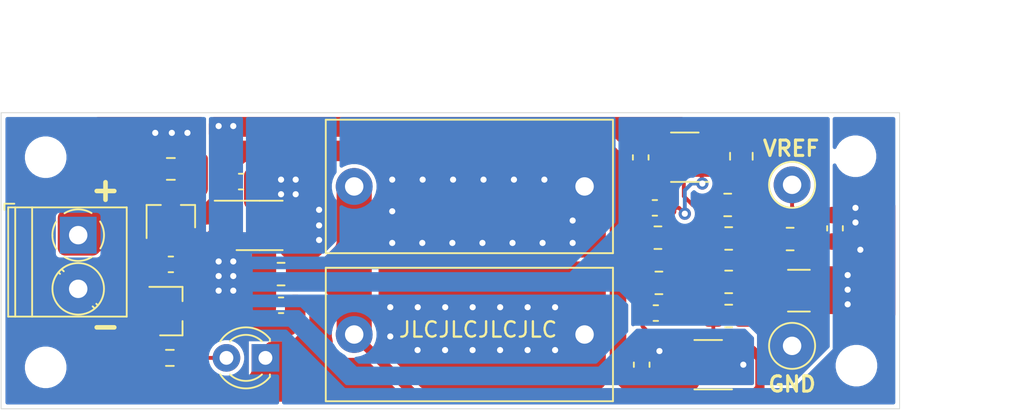
<source format=kicad_pcb>
(kicad_pcb (version 20171130) (host pcbnew "(5.1.10)-1")

  (general
    (thickness 1.6)
    (drawings 11)
    (tracks 153)
    (zones 0)
    (modules 37)
    (nets 17)
  )

  (page A4)
  (layers
    (0 F.Cu signal)
    (31 B.Cu signal)
    (32 B.Adhes user)
    (33 F.Adhes user)
    (34 B.Paste user)
    (35 F.Paste user)
    (36 B.SilkS user)
    (37 F.SilkS user)
    (38 B.Mask user)
    (39 F.Mask user)
    (40 Dwgs.User user)
    (41 Cmts.User user)
    (42 Eco1.User user)
    (43 Eco2.User user)
    (44 Edge.Cuts user)
    (45 Margin user)
    (46 B.CrtYd user)
    (47 F.CrtYd user)
    (48 B.Fab user)
    (49 F.Fab user hide)
  )

  (setup
    (last_trace_width 0.25)
    (user_trace_width 0.4)
    (user_trace_width 0.6)
    (trace_clearance 0.2)
    (zone_clearance 0.254)
    (zone_45_only yes)
    (trace_min 0.2)
    (via_size 0.8)
    (via_drill 0.4)
    (via_min_size 0.4)
    (via_min_drill 0.3)
    (uvia_size 0.3)
    (uvia_drill 0.1)
    (uvias_allowed no)
    (uvia_min_size 0.2)
    (uvia_min_drill 0.1)
    (edge_width 0.05)
    (segment_width 0.2)
    (pcb_text_width 0.3)
    (pcb_text_size 1.5 1.5)
    (mod_edge_width 0.12)
    (mod_text_size 1 1)
    (mod_text_width 0.15)
    (pad_size 1.524 1.524)
    (pad_drill 0.762)
    (pad_to_mask_clearance 0)
    (aux_axis_origin 0 0)
    (visible_elements 7FFBFFFF)
    (pcbplotparams
      (layerselection 0x010fc_ffffffff)
      (usegerberextensions false)
      (usegerberattributes true)
      (usegerberadvancedattributes true)
      (creategerberjobfile true)
      (excludeedgelayer true)
      (linewidth 0.100000)
      (plotframeref false)
      (viasonmask false)
      (mode 1)
      (useauxorigin false)
      (hpglpennumber 1)
      (hpglpenspeed 20)
      (hpglpendiameter 15.000000)
      (psnegative false)
      (psa4output false)
      (plotreference true)
      (plotvalue true)
      (plotinvisibletext false)
      (padsonsilk false)
      (subtractmaskfromsilk false)
      (outputformat 1)
      (mirror false)
      (drillshape 0)
      (scaleselection 1)
      (outputdirectory ""))
  )

  (net 0 "")
  (net 1 GND)
  (net 2 VCC)
  (net 3 "Net-(C3-Pad1)")
  (net 4 "Net-(C4-Pad1)")
  (net 5 "Net-(C8-Pad2)")
  (net 6 "Net-(C8-Pad1)")
  (net 7 "Net-(C9-Pad2)")
  (net 8 "Net-(C9-Pad1)")
  (net 9 "Net-(C10-Pad1)")
  (net 10 "Net-(C11-Pad1)")
  (net 11 "Net-(D1-Pad2)")
  (net 12 "Net-(R1-Pad2)")
  (net 13 "Net-(R4-Pad1)")
  (net 14 "Net-(R6-Pad1)")
  (net 15 "Net-(F1-Pad2)")
  (net 16 "Net-(F1-Pad1)")

  (net_class Default "This is the default net class."
    (clearance 0.2)
    (trace_width 0.25)
    (via_dia 0.8)
    (via_drill 0.4)
    (uvia_dia 0.3)
    (uvia_drill 0.1)
    (add_net GND)
    (add_net "Net-(C10-Pad1)")
    (add_net "Net-(C11-Pad1)")
    (add_net "Net-(C3-Pad1)")
    (add_net "Net-(C4-Pad1)")
    (add_net "Net-(C8-Pad1)")
    (add_net "Net-(C8-Pad2)")
    (add_net "Net-(C9-Pad1)")
    (add_net "Net-(C9-Pad2)")
    (add_net "Net-(D1-Pad2)")
    (add_net "Net-(F1-Pad1)")
    (add_net "Net-(F1-Pad2)")
    (add_net "Net-(R1-Pad2)")
    (add_net "Net-(R4-Pad1)")
    (add_net "Net-(R6-Pad1)")
    (add_net VCC)
  )

  (module a.lab-kicad-footprints:logo_alab_Copper (layer F.Cu) (tedit 61026374) (tstamp 6102C350)
    (at 188.722 95.25 90)
    (fp_text reference G*** (at 0.508 0.0635 90) (layer F.SilkS) hide
      (effects (font (size 0.15 0.15) (thickness 0.000001)))
    )
    (fp_text value LOGO (at 0.5715 -0.1905 90) (layer F.SilkS) hide
      (effects (font (size 0.15 0.15) (thickness 0.00001)))
    )
    (fp_poly (pts (xy 1.156484 -1.221169) (xy 1.315415 -1.173753) (xy 1.34484 -1.159382) (xy 1.407699 -1.127757)
      (xy 1.437745 -1.119465) (xy 1.44709 -1.13412) (xy 1.4478 -1.156108) (xy 1.45347 -1.184267)
      (xy 1.478214 -1.199484) (xy 1.533625 -1.205591) (xy 1.6002 -1.2065) (xy 1.7526 -1.2065)
      (xy 1.7526 0.0127) (xy 1.6002 0.0127) (xy 1.515038 0.010824) (xy 1.469021 0.002643)
      (xy 1.450551 -0.01568) (xy 1.4478 -0.037693) (xy 1.445435 -0.067078) (xy 1.430329 -0.07394)
      (xy 1.390458 -0.05782) (xy 1.343462 -0.033701) (xy 1.209819 0.014213) (xy 1.066067 0.029951)
      (xy 0.933143 0.011664) (xy 0.91148 0.00443) (xy 0.7743 -0.064262) (xy 0.669391 -0.160874)
      (xy 0.596723 -0.271181) (xy 0.537727 -0.425909) (xy 0.517373 -0.592998) (xy 0.521694 -0.636567)
      (xy 0.821731 -0.636567) (xy 0.828221 -0.515928) (xy 0.87791 -0.403888) (xy 0.969869 -0.309919)
      (xy 0.99833 -0.290983) (xy 1.101169 -0.247724) (xy 1.19966 -0.25125) (xy 1.269018 -0.278893)
      (xy 1.373988 -0.358338) (xy 1.439814 -0.461627) (xy 1.465216 -0.578738) (xy 1.448916 -0.699648)
      (xy 1.389633 -0.814335) (xy 1.343945 -0.865761) (xy 1.282954 -0.913975) (xy 1.218159 -0.935529)
      (xy 1.143 -0.9398) (xy 1.055805 -0.933415) (xy 0.993371 -0.908091) (xy 0.942054 -0.865761)
      (xy 0.859366 -0.756335) (xy 0.821731 -0.636567) (xy 0.521694 -0.636567) (xy 0.533984 -0.760469)
      (xy 0.585883 -0.916337) (xy 0.671391 -1.048622) (xy 0.711244 -1.089219) (xy 0.845301 -1.177895)
      (xy 0.996747 -1.222214) (xy 1.156484 -1.221169)) (layer F.Mask) (width 0.01))
    (fp_poly (pts (xy -1.429757 -1.98685) (xy -1.212037 -1.915574) (xy -1.013642 -1.80485) (xy -0.839747 -1.658415)
      (xy -0.695528 -1.480007) (xy -0.58616 -1.273362) (xy -0.516818 -1.042216) (xy -0.507519 -0.988915)
      (xy -0.495015 -0.751002) (xy -0.52838 -0.52425) (xy -0.603141 -0.313001) (xy -0.714827 -0.121596)
      (xy -0.858967 0.045623) (xy -1.031088 0.184316) (xy -1.226719 0.290139) (xy -1.441389 0.358753)
      (xy -1.670624 0.385815) (xy -1.905 0.367856) (xy -2.136783 0.302651) (xy -2.349409 0.193235)
      (xy -2.535629 0.044304) (xy -2.688195 -0.139445) (xy -2.688281 -0.139574) (xy -2.802206 -0.352064)
      (xy -2.869786 -0.572846) (xy -2.893386 -0.796336) (xy -2.887158 -0.872598) (xy -2.353479 -0.872598)
      (xy -2.346695 -0.711609) (xy -2.3033 -0.557105) (xy -2.224798 -0.417227) (xy -2.112694 -0.300112)
      (xy -1.968494 -0.213901) (xy -1.93332 -0.200143) (xy -1.81223 -0.170724) (xy -1.698154 -0.176978)
      (xy -1.57196 -0.220252) (xy -1.55812 -0.226582) (xy -1.483902 -0.259985) (xy -1.443286 -0.272367)
      (xy -1.424119 -0.264779) (xy -1.414448 -0.239034) (xy -1.399665 -0.211627) (xy -1.365363 -0.196837)
      (xy -1.299232 -0.191095) (xy -1.246978 -0.1905) (xy -1.0922 -0.1905) (xy -1.0922 -1.4351)
      (xy -1.246978 -1.4351) (xy -1.334882 -1.432749) (xy -1.384479 -1.423279) (xy -1.408139 -1.403069)
      (xy -1.414592 -1.386018) (xy -1.425009 -1.356875) (xy -1.444367 -1.350801) (xy -1.486661 -1.368095)
      (xy -1.526132 -1.388384) (xy -1.684113 -1.444868) (xy -1.841512 -1.451845) (xy -1.992469 -1.410034)
      (xy -2.131126 -1.320154) (xy -2.139109 -1.313084) (xy -2.251191 -1.181475) (xy -2.322146 -1.031933)
      (xy -2.353479 -0.872598) (xy -2.887158 -0.872598) (xy -2.875369 -1.016952) (xy -2.818096 -1.22911)
      (xy -2.723933 -1.427226) (xy -2.595242 -1.605718) (xy -2.434386 -1.759003) (xy -2.243728 -1.881496)
      (xy -2.025632 -1.967615) (xy -1.902469 -1.996114) (xy -1.661626 -2.014943) (xy -1.429757 -1.98685)) (layer F.Mask) (width 0.01))
    (fp_poly (pts (xy 0.3048 0.0127) (xy 0 0.0127) (xy 0 -1.6637) (xy 0.3048 -1.6637)
      (xy 0.3048 0.0127)) (layer F.Mask) (width 0.01))
    (fp_poly (pts (xy 2.3622 -1.367664) (xy 2.362608 -1.242003) (xy 2.364701 -1.159844) (xy 2.369775 -1.113891)
      (xy 2.37913 -1.096846) (xy 2.394065 -1.101413) (xy 2.407579 -1.112695) (xy 2.501364 -1.172531)
      (xy 2.621363 -1.21483) (xy 2.743845 -1.231337) (xy 2.748734 -1.231343) (xy 2.896385 -1.206495)
      (xy 3.033447 -1.13875) (xy 3.150352 -1.035998) (xy 3.237533 -0.906132) (xy 3.277858 -0.794852)
      (xy 3.300599 -0.614172) (xy 3.283558 -0.442454) (xy 3.230345 -0.287026) (xy 3.144568 -0.155215)
      (xy 3.029836 -0.054349) (xy 2.889757 0.008244) (xy 2.881286 0.010456) (xy 2.767458 0.032676)
      (xy 2.674285 0.032097) (xy 2.57666 0.007972) (xy 2.555869 0.000784) (xy 2.486619 -0.027982)
      (xy 2.437142 -0.055759) (xy 2.430139 -0.061601) (xy 2.388499 -0.087525) (xy 2.365486 -0.066954)
      (xy 2.3622 -0.0381) (xy 2.356639 -0.009728) (xy 2.332212 0.005604) (xy 2.2773 0.011766)
      (xy 2.2098 0.0127) (xy 2.0574 0.0127) (xy 2.0574 -0.597692) (xy 2.354402 -0.597692)
      (xy 2.376293 -0.467422) (xy 2.432046 -0.364144) (xy 2.513225 -0.291734) (xy 2.611397 -0.25407)
      (xy 2.718127 -0.255027) (xy 2.824982 -0.298483) (xy 2.890448 -0.351295) (xy 2.963179 -0.455092)
      (xy 2.994807 -0.571311) (xy 2.986972 -0.688685) (xy 2.941316 -0.795948) (xy 2.859479 -0.881836)
      (xy 2.80881 -0.911696) (xy 2.700693 -0.947521) (xy 2.604825 -0.940992) (xy 2.52233 -0.902818)
      (xy 2.422764 -0.81935) (xy 2.368155 -0.714818) (xy 2.354402 -0.597692) (xy 2.0574 -0.597692)
      (xy 2.0574 -1.6637) (xy 2.3622 -1.6637) (xy 2.3622 -1.367664)) (layer F.Mask) (width 0.01))
    (fp_poly (pts (xy -1.62796 -1.139904) (xy -1.57218 -1.125626) (xy -1.527255 -1.092684) (xy -1.497879 -1.061574)
      (xy -1.432586 -0.957298) (xy -1.406192 -0.843344) (xy -1.41512 -0.729483) (xy -1.455791 -0.625487)
      (xy -1.524628 -0.541129) (xy -1.618052 -0.486182) (xy -1.7145 -0.4699) (xy -1.789762 -0.484394)
      (xy -1.869806 -0.520056) (xy -1.882194 -0.527879) (xy -1.967469 -0.613248) (xy -2.015391 -0.722144)
      (xy -2.024853 -0.842503) (xy -1.994749 -0.96226) (xy -1.931122 -1.061574) (xy -1.883286 -1.108989)
      (xy -1.836302 -1.133339) (xy -1.770266 -1.142107) (xy -1.7145 -1.143) (xy -1.62796 -1.139904)) (layer F.Mask) (width 0.01))
    (fp_poly (pts (xy 1.156484 -1.221169) (xy 1.315415 -1.173753) (xy 1.34484 -1.159382) (xy 1.407699 -1.127757)
      (xy 1.437745 -1.119465) (xy 1.44709 -1.13412) (xy 1.4478 -1.156108) (xy 1.45347 -1.184267)
      (xy 1.478214 -1.199484) (xy 1.533625 -1.205591) (xy 1.6002 -1.2065) (xy 1.7526 -1.2065)
      (xy 1.7526 0.0127) (xy 1.6002 0.0127) (xy 1.515038 0.010824) (xy 1.469021 0.002643)
      (xy 1.450551 -0.01568) (xy 1.4478 -0.037693) (xy 1.445435 -0.067078) (xy 1.430329 -0.07394)
      (xy 1.390458 -0.05782) (xy 1.343462 -0.033701) (xy 1.209819 0.014213) (xy 1.066067 0.029951)
      (xy 0.933143 0.011664) (xy 0.91148 0.00443) (xy 0.7743 -0.064262) (xy 0.669391 -0.160874)
      (xy 0.596723 -0.271181) (xy 0.537727 -0.425909) (xy 0.517373 -0.592998) (xy 0.521694 -0.636567)
      (xy 0.821731 -0.636567) (xy 0.828221 -0.515928) (xy 0.87791 -0.403888) (xy 0.969869 -0.309919)
      (xy 0.99833 -0.290983) (xy 1.101169 -0.247724) (xy 1.19966 -0.25125) (xy 1.269018 -0.278893)
      (xy 1.373988 -0.358338) (xy 1.439814 -0.461627) (xy 1.465216 -0.578738) (xy 1.448916 -0.699648)
      (xy 1.389633 -0.814335) (xy 1.343945 -0.865761) (xy 1.282954 -0.913975) (xy 1.218159 -0.935529)
      (xy 1.143 -0.9398) (xy 1.055805 -0.933415) (xy 0.993371 -0.908091) (xy 0.942054 -0.865761)
      (xy 0.859366 -0.756335) (xy 0.821731 -0.636567) (xy 0.521694 -0.636567) (xy 0.533984 -0.760469)
      (xy 0.585883 -0.916337) (xy 0.671391 -1.048622) (xy 0.711244 -1.089219) (xy 0.845301 -1.177895)
      (xy 0.996747 -1.222214) (xy 1.156484 -1.221169)) (layer F.Cu) (width 0.01))
    (fp_poly (pts (xy -1.429757 -1.98685) (xy -1.212037 -1.915574) (xy -1.013642 -1.80485) (xy -0.839747 -1.658415)
      (xy -0.695528 -1.480007) (xy -0.58616 -1.273362) (xy -0.516818 -1.042216) (xy -0.507519 -0.988915)
      (xy -0.495015 -0.751002) (xy -0.52838 -0.52425) (xy -0.603141 -0.313001) (xy -0.714827 -0.121596)
      (xy -0.858967 0.045623) (xy -1.031088 0.184316) (xy -1.226719 0.290139) (xy -1.441389 0.358753)
      (xy -1.670624 0.385815) (xy -1.905 0.367856) (xy -2.136783 0.302651) (xy -2.349409 0.193235)
      (xy -2.535629 0.044304) (xy -2.688195 -0.139445) (xy -2.688281 -0.139574) (xy -2.802206 -0.352064)
      (xy -2.869786 -0.572846) (xy -2.893386 -0.796336) (xy -2.887158 -0.872598) (xy -2.353479 -0.872598)
      (xy -2.346695 -0.711609) (xy -2.3033 -0.557105) (xy -2.224798 -0.417227) (xy -2.112694 -0.300112)
      (xy -1.968494 -0.213901) (xy -1.93332 -0.200143) (xy -1.81223 -0.170724) (xy -1.698154 -0.176978)
      (xy -1.57196 -0.220252) (xy -1.55812 -0.226582) (xy -1.483902 -0.259985) (xy -1.443286 -0.272367)
      (xy -1.424119 -0.264779) (xy -1.414448 -0.239034) (xy -1.399665 -0.211627) (xy -1.365363 -0.196837)
      (xy -1.299232 -0.191095) (xy -1.246978 -0.1905) (xy -1.0922 -0.1905) (xy -1.0922 -1.4351)
      (xy -1.246978 -1.4351) (xy -1.334882 -1.432749) (xy -1.384479 -1.423279) (xy -1.408139 -1.403069)
      (xy -1.414592 -1.386018) (xy -1.425009 -1.356875) (xy -1.444367 -1.350801) (xy -1.486661 -1.368095)
      (xy -1.526132 -1.388384) (xy -1.684113 -1.444868) (xy -1.841512 -1.451845) (xy -1.992469 -1.410034)
      (xy -2.131126 -1.320154) (xy -2.139109 -1.313084) (xy -2.251191 -1.181475) (xy -2.322146 -1.031933)
      (xy -2.353479 -0.872598) (xy -2.887158 -0.872598) (xy -2.875369 -1.016952) (xy -2.818096 -1.22911)
      (xy -2.723933 -1.427226) (xy -2.595242 -1.605718) (xy -2.434386 -1.759003) (xy -2.243728 -1.881496)
      (xy -2.025632 -1.967615) (xy -1.902469 -1.996114) (xy -1.661626 -2.014943) (xy -1.429757 -1.98685)) (layer F.Cu) (width 0.01))
    (fp_poly (pts (xy 0.3048 0.0127) (xy 0 0.0127) (xy 0 -1.6637) (xy 0.3048 -1.6637)
      (xy 0.3048 0.0127)) (layer F.Cu) (width 0.01))
    (fp_poly (pts (xy 2.3622 -1.367664) (xy 2.362608 -1.242003) (xy 2.364701 -1.159844) (xy 2.369775 -1.113891)
      (xy 2.37913 -1.096846) (xy 2.394065 -1.101413) (xy 2.407579 -1.112695) (xy 2.501364 -1.172531)
      (xy 2.621363 -1.21483) (xy 2.743845 -1.231337) (xy 2.748734 -1.231343) (xy 2.896385 -1.206495)
      (xy 3.033447 -1.13875) (xy 3.150352 -1.035998) (xy 3.237533 -0.906132) (xy 3.277858 -0.794852)
      (xy 3.300599 -0.614172) (xy 3.283558 -0.442454) (xy 3.230345 -0.287026) (xy 3.144568 -0.155215)
      (xy 3.029836 -0.054349) (xy 2.889757 0.008244) (xy 2.881286 0.010456) (xy 2.767458 0.032676)
      (xy 2.674285 0.032097) (xy 2.57666 0.007972) (xy 2.555869 0.000784) (xy 2.486619 -0.027982)
      (xy 2.437142 -0.055759) (xy 2.430139 -0.061601) (xy 2.388499 -0.087525) (xy 2.365486 -0.066954)
      (xy 2.3622 -0.0381) (xy 2.356639 -0.009728) (xy 2.332212 0.005604) (xy 2.2773 0.011766)
      (xy 2.2098 0.0127) (xy 2.0574 0.0127) (xy 2.0574 -0.597692) (xy 2.354402 -0.597692)
      (xy 2.376293 -0.467422) (xy 2.432046 -0.364144) (xy 2.513225 -0.291734) (xy 2.611397 -0.25407)
      (xy 2.718127 -0.255027) (xy 2.824982 -0.298483) (xy 2.890448 -0.351295) (xy 2.963179 -0.455092)
      (xy 2.994807 -0.571311) (xy 2.986972 -0.688685) (xy 2.941316 -0.795948) (xy 2.859479 -0.881836)
      (xy 2.80881 -0.911696) (xy 2.700693 -0.947521) (xy 2.604825 -0.940992) (xy 2.52233 -0.902818)
      (xy 2.422764 -0.81935) (xy 2.368155 -0.714818) (xy 2.354402 -0.597692) (xy 2.0574 -0.597692)
      (xy 2.0574 -1.6637) (xy 2.3622 -1.6637) (xy 2.3622 -1.367664)) (layer F.Cu) (width 0.01))
    (fp_poly (pts (xy -1.62796 -1.139904) (xy -1.57218 -1.125626) (xy -1.527255 -1.092684) (xy -1.497879 -1.061574)
      (xy -1.432586 -0.957298) (xy -1.406192 -0.843344) (xy -1.41512 -0.729483) (xy -1.455791 -0.625487)
      (xy -1.524628 -0.541129) (xy -1.618052 -0.486182) (xy -1.7145 -0.4699) (xy -1.789762 -0.484394)
      (xy -1.869806 -0.520056) (xy -1.882194 -0.527879) (xy -1.967469 -0.613248) (xy -2.015391 -0.722144)
      (xy -2.024853 -0.842503) (xy -1.994749 -0.96226) (xy -1.931122 -1.061574) (xy -1.883286 -1.108989)
      (xy -1.836302 -1.133339) (xy -1.770266 -1.142107) (xy -1.7145 -1.143) (xy -1.62796 -1.139904)) (layer F.Cu) (width 0.01))
  )

  (module gkl_logos:oshw_small (layer F.Cu) (tedit 5C254321) (tstamp 6101CA34)
    (at 138.1125 101.727)
    (fp_text reference G*** (at 0 0) (layer F.SilkS) hide
      (effects (font (size 0.127 0.127) (thickness 0.000001)))
    )
    (fp_text value LOGO (at 0.75 0) (layer F.SilkS) hide
      (effects (font (size 0.127 0.127) (thickness 0.000001)))
    )
    (fp_poly (pts (xy 0.034434 -1.070644) (xy 0.067967 -1.070441) (xy 0.094854 -1.070081) (xy 0.115679 -1.069545)
      (xy 0.131028 -1.068815) (xy 0.141484 -1.067873) (xy 0.147631 -1.0667) (xy 0.14957 -1.065823)
      (xy 0.151728 -1.062359) (xy 0.154421 -1.054534) (xy 0.157762 -1.041831) (xy 0.161865 -1.023736)
      (xy 0.166844 -0.999734) (xy 0.172812 -0.969309) (xy 0.179883 -0.931946) (xy 0.18387 -0.910492)
      (xy 0.191899 -0.867626) (xy 0.198777 -0.832133) (xy 0.204579 -0.803667) (xy 0.20938 -0.781882)
      (xy 0.213256 -0.766433) (xy 0.216284 -0.756974) (xy 0.218192 -0.753437) (xy 0.223255 -0.750437)
      (xy 0.23444 -0.745046) (xy 0.250596 -0.737743) (xy 0.270577 -0.729006) (xy 0.293232 -0.719311)
      (xy 0.317413 -0.709137) (xy 0.34197 -0.698962) (xy 0.365756 -0.689262) (xy 0.387621 -0.680517)
      (xy 0.406415 -0.673202) (xy 0.420991 -0.667796) (xy 0.430199 -0.664778) (xy 0.432574 -0.664308)
      (xy 0.436931 -0.666453) (xy 0.446994 -0.672572) (xy 0.46204 -0.682192) (xy 0.48135 -0.69484)
      (xy 0.504202 -0.710041) (xy 0.529876 -0.727323) (xy 0.557649 -0.746211) (xy 0.566444 -0.752231)
      (xy 0.594625 -0.771491) (xy 0.620833 -0.789294) (xy 0.644361 -0.805167) (xy 0.664502 -0.81864)
      (xy 0.68055 -0.82924) (xy 0.691799 -0.836496) (xy 0.697543 -0.839936) (xy 0.698099 -0.840154)
      (xy 0.702045 -0.837466) (xy 0.710615 -0.829883) (xy 0.723103 -0.818125) (xy 0.738801 -0.802913)
      (xy 0.757001 -0.784968) (xy 0.776995 -0.765011) (xy 0.798076 -0.743762) (xy 0.819537 -0.721943)
      (xy 0.840668 -0.700273) (xy 0.860764 -0.679473) (xy 0.879116 -0.660265) (xy 0.895016 -0.643369)
      (xy 0.907757 -0.629505) (xy 0.916632 -0.619395) (xy 0.920932 -0.613759) (xy 0.921212 -0.612916)
      (xy 0.918584 -0.608605) (xy 0.912018 -0.598596) (xy 0.902013 -0.583627) (xy 0.889064 -0.564435)
      (xy 0.873671 -0.541758) (xy 0.856331 -0.516332) (xy 0.837541 -0.488894) (xy 0.834677 -0.484721)
      (xy 0.815763 -0.456987) (xy 0.798327 -0.431061) (xy 0.782855 -0.407691) (xy 0.769833 -0.387628)
      (xy 0.759747 -0.371622) (xy 0.753081 -0.360422) (xy 0.750324 -0.35478) (xy 0.750277 -0.354467)
      (xy 0.751805 -0.348645) (xy 0.756066 -0.336833) (xy 0.762575 -0.320162) (xy 0.770846 -0.299763)
      (xy 0.780396 -0.276769) (xy 0.790739 -0.25231) (xy 0.801391 -0.22752) (xy 0.811866 -0.203529)
      (xy 0.821679 -0.181469) (xy 0.830347 -0.162471) (xy 0.837383 -0.147669) (xy 0.842304 -0.138192)
      (xy 0.844118 -0.135445) (xy 0.847693 -0.13317) (xy 0.854829 -0.13053) (xy 0.866139 -0.127386)
      (xy 0.882232 -0.123601) (xy 0.903722 -0.119039) (xy 0.931219 -0.113561) (xy 0.965334 -0.10703)
      (xy 0.996918 -0.10112) (xy 1.037379 -0.09352) (xy 1.070645 -0.087079) (xy 1.097233 -0.081681)
      (xy 1.117657 -0.077211) (xy 1.132435 -0.073556) (xy 1.142081 -0.070599) (xy 1.147113 -0.068226)
      (xy 1.147885 -0.067505) (xy 1.149215 -0.0638) (xy 1.150302 -0.05616) (xy 1.151165 -0.044)
      (xy 1.151823 -0.026735) (xy 1.152293 -0.003782) (xy 1.152594 0.025445) (xy 1.152744 0.061528)
      (xy 1.152769 0.088391) (xy 1.152737 0.127046) (xy 1.152622 0.158623) (xy 1.152394 0.183862)
      (xy 1.152024 0.2035) (xy 1.151483 0.218275) (xy 1.150742 0.228927) (xy 1.149772 0.236191)
      (xy 1.148544 0.240808) (xy 1.147028 0.243515) (xy 1.146629 0.243952) (xy 1.140833 0.248843)
      (xy 1.138213 0.250093) (xy 1.133978 0.250781) (xy 1.122934 0.25274) (xy 1.105954 0.25581)
      (xy 1.08391 0.259832) (xy 1.057677 0.264646) (xy 1.028128 0.270094) (xy 0.996838 0.275885)
      (xy 0.955612 0.283642) (xy 0.921763 0.290266) (xy 0.894946 0.295832) (xy 0.874815 0.300417)
      (xy 0.861026 0.304097) (xy 0.853234 0.30695) (xy 0.851445 0.308124) (xy 0.848436 0.313325)
      (xy 0.843095 0.324719) (xy 0.835867 0.341193) (xy 0.827199 0.361634) (xy 0.817539 0.38493)
      (xy 0.807332 0.409969) (xy 0.797024 0.435639) (xy 0.787064 0.460827) (xy 0.777896 0.48442)
      (xy 0.769968 0.505307) (xy 0.763726 0.522375) (xy 0.759617 0.534513) (xy 0.758086 0.540606)
      (xy 0.758085 0.540687) (xy 0.760235 0.545487) (xy 0.76635 0.555935) (xy 0.775934 0.571262)
      (xy 0.78849 0.590698) (xy 0.803521 0.613476) (xy 0.82053 0.638825) (xy 0.838801 0.665655)
      (xy 0.857314 0.69275) (xy 0.874414 0.717967) (xy 0.889593 0.740547) (xy 0.902348 0.759729)
      (xy 0.912171 0.774754) (xy 0.918559 0.784861) (xy 0.921002 0.789276) (xy 0.918645 0.793571)
      (xy 0.910956 0.802932) (xy 0.898247 0.817025) (xy 0.880834 0.835513) (xy 0.859031 0.858062)
      (xy 0.833152 0.884336) (xy 0.813356 0.904189) (xy 0.785293 0.932138) (xy 0.762177 0.954975)
      (xy 0.743486 0.973171) (xy 0.728699 0.987199) (xy 0.717295 0.997529) (xy 0.708752 1.004633)
      (xy 0.702549 1.008984) (xy 0.698165 1.011053) (xy 0.695078 1.011313) (xy 0.695008 1.011299)
      (xy 0.689679 1.008695) (xy 0.678758 1.002154) (xy 0.663066 0.99221) (xy 0.643424 0.979394)
      (xy 0.62065 0.964241) (xy 0.595565 0.947284) (xy 0.576538 0.93426) (xy 0.550366 0.916286)
      (xy 0.526022 0.899625) (xy 0.504309 0.884826) (xy 0.486032 0.872434) (xy 0.471995 0.862994)
      (xy 0.463004 0.857053) (xy 0.460102 0.855246) (xy 0.457078 0.854255) (xy 0.452913 0.85445)
      (xy 0.446778 0.856201) (xy 0.437842 0.859876) (xy 0.425276 0.865845) (xy 0.40825 0.874477)
      (xy 0.385936 0.886143) (xy 0.360636 0.899546) (xy 0.347626 0.906182) (xy 0.339529 0.909288)
      (xy 0.33452 0.909294) (xy 0.330772 0.90663) (xy 0.330728 0.906585) (xy 0.328208 0.901935)
      (xy 0.32306 0.890769) (xy 0.315582 0.873809) (xy 0.306072 0.851778) (xy 0.294829 0.825397)
      (xy 0.282152 0.795391) (xy 0.268338 0.762481) (xy 0.253687 0.727389) (xy 0.238496 0.690838)
      (xy 0.223064 0.653551) (xy 0.20769 0.616249) (xy 0.192671 0.579657) (xy 0.178307 0.544495)
      (xy 0.164895 0.511487) (xy 0.152734 0.481354) (xy 0.142123 0.45482) (xy 0.133359 0.432607)
      (xy 0.126742 0.415438) (xy 0.122569 0.404034) (xy 0.121139 0.399138) (xy 0.124539 0.392081)
      (xy 0.134948 0.383227) (xy 0.143608 0.377584) (xy 0.188619 0.346069) (xy 0.227109 0.310716)
      (xy 0.258915 0.271782) (xy 0.283869 0.229527) (xy 0.301808 0.184209) (xy 0.312567 0.136086)
      (xy 0.315359 0.108587) (xy 0.314642 0.058353) (xy 0.306583 0.010097) (xy 0.291531 -0.035584)
      (xy 0.269836 -0.078095) (xy 0.241847 -0.11684) (xy 0.207914 -0.151221) (xy 0.168387 -0.180642)
      (xy 0.134816 -0.19932) (xy 0.09804 -0.215073) (xy 0.063083 -0.225281) (xy 0.027012 -0.2306)
      (xy -0.009769 -0.23174) (xy -0.059615 -0.227366) (xy -0.107125 -0.215762) (xy -0.151692 -0.19732)
      (xy -0.19271 -0.172431) (xy -0.229573 -0.141486) (xy -0.261673 -0.104878) (xy -0.288405 -0.062998)
      (xy -0.296711 -0.046464) (xy -0.308777 -0.018535) (xy -0.317161 0.006857) (xy -0.322405 0.032291)
      (xy -0.325047 0.060349) (xy -0.325639 0.091831) (xy -0.325267 0.115171) (xy -0.324232 0.133197)
      (xy -0.322223 0.148402) (xy -0.31893 0.163281) (xy -0.315036 0.177048) (xy -0.299291 0.220105)
      (xy -0.278927 0.258768) (xy -0.253213 0.293987) (xy -0.221415 0.326713) (xy -0.182801 0.357897)
      (xy -0.167177 0.368869) (xy -0.15294 0.378857) (xy -0.141274 0.387637) (xy -0.133636 0.394076)
      (xy -0.131448 0.396632) (xy -0.132459 0.401252) (xy -0.136161 0.4122) (xy -0.142219 0.428599)
      (xy -0.150296 0.449572) (xy -0.160055 0.474241) (xy -0.171161 0.50173) (xy -0.179518 0.522086)
      (xy -0.193998 0.557143) (xy -0.210561 0.597269) (xy -0.228319 0.640305) (xy -0.246379 0.684094)
      (xy -0.263853 0.726476) (xy -0.279849 0.765293) (xy -0.283708 0.774661) (xy -0.30004 0.813926)
      (xy -0.313973 0.846607) (xy -0.325441 0.872561) (xy -0.334378 0.89164) (xy -0.340718 0.903701)
      (xy -0.344396 0.908596) (xy -0.344568 0.908672) (xy -0.350459 0.907652) (xy -0.362082 0.903112)
      (xy -0.378438 0.895496) (xy -0.398524 0.885252) (xy -0.405826 0.881357) (xy -0.424649 0.871324)
      (xy -0.441113 0.862757) (xy -0.453973 0.856287) (xy -0.46198 0.852547) (xy -0.463947 0.851877)
      (xy -0.467846 0.854015) (xy -0.477435 0.860098) (xy -0.491969 0.869632) (xy -0.510708 0.882121)
      (xy -0.532909 0.897072) (xy -0.557828 0.913989) (xy -0.584152 0.931985) (xy -0.611219 0.950401)
      (xy -0.636511 0.967326) (xy -0.659249 0.982258) (xy -0.678656 0.994701) (xy -0.693953 1.004152)
      (xy -0.704362 1.010115) (xy -0.709029 1.012093) (xy -0.714317 1.009227) (xy -0.724895 1.00064)
      (xy -0.740744 0.986349) (xy -0.761845 0.96637) (xy -0.788182 0.940721) (xy -0.819737 0.909417)
      (xy -0.823573 0.905582) (xy -0.854778 0.874147) (xy -0.880703 0.847573) (xy -0.901264 0.825951)
      (xy -0.916376 0.809369) (xy -0.925955 0.797919) (xy -0.929919 0.79169) (xy -0.930031 0.791085)
      (xy -0.92788 0.786115) (xy -0.921763 0.775509) (xy -0.912177 0.760045) (xy -0.899622 0.740501)
      (xy -0.884598 0.717654) (xy -0.867603 0.692282) (xy -0.849923 0.666309) (xy -0.829505 0.636295)
      (xy -0.811454 0.609266) (xy -0.796155 0.585826) (xy -0.783993 0.566582) (xy -0.775352 0.552136)
      (xy -0.770619 0.543095) (xy -0.769815 0.540513) (xy -0.771264 0.534264) (xy -0.77531 0.521968)
      (xy -0.781505 0.504746) (xy -0.789401 0.483717) (xy -0.79855 0.460001) (xy -0.808503 0.434718)
      (xy -0.818812 0.408988) (xy -0.829028 0.38393) (xy -0.838704 0.360665) (xy -0.847389 0.340312)
      (xy -0.854637 0.323991) (xy -0.859999 0.312821) (xy -0.862902 0.308036) (xy -0.867671 0.305602)
      (xy -0.87803 0.302427) (xy -0.894356 0.298426) (xy -0.917028 0.293518) (xy -0.946424 0.287618)
      (xy -0.982922 0.280644) (xy -1.010138 0.275586) (xy -1.047747 0.268606) (xy -1.078379 0.262788)
      (xy -1.102761 0.257964) (xy -1.121618 0.253968) (xy -1.135675 0.250632) (xy -1.145658 0.24779)
      (xy -1.152293 0.245274) (xy -1.156305 0.242918) (xy -1.157654 0.241632) (xy -1.15942 0.239026)
      (xy -1.160856 0.235261) (xy -1.161994 0.229569) (xy -1.162869 0.221179) (xy -1.163515 0.209321)
      (xy -1.163965 0.193226) (xy -1.164254 0.172124) (xy -1.164415 0.145246) (xy -1.164483 0.111821)
      (xy -1.164492 0.086283) (xy -1.164428 0.045824) (xy -1.164221 0.01259) (xy -1.163855 -0.014004)
      (xy -1.163309 -0.034547) (xy -1.162566 -0.049626) (xy -1.161607 -0.05983) (xy -1.160413 -0.065746)
      (xy -1.159607 -0.06744) (xy -1.155945 -0.069673) (xy -1.147653 -0.072467) (xy -1.134227 -0.075935)
      (xy -1.115162 -0.080188) (xy -1.089954 -0.085337) (xy -1.058098 -0.091496) (xy -1.019091 -0.098774)
      (xy -1.014046 -0.099703) (xy -0.981474 -0.105744) (xy -0.950996 -0.111504) (xy -0.92355 -0.116796)
      (xy -0.900074 -0.121436) (xy -0.881505 -0.125239) (xy -0.86878 -0.128019) (xy -0.862911 -0.129562)
      (xy -0.859518 -0.13152) (xy -0.855885 -0.135299) (xy -0.851618 -0.141672) (xy -0.846325 -0.151412)
      (xy -0.839613 -0.165293) (xy -0.831087 -0.184087) (xy -0.820354 -0.208567) (xy -0.807226 -0.239032)
      (xy -0.795686 -0.266257) (xy -0.785233 -0.291524) (xy -0.776256 -0.313841) (xy -0.769147 -0.332215)
      (xy -0.764295 -0.345655) (xy -0.762091 -0.353168) (xy -0.762 -0.353986) (xy -0.764265 -0.359917)
      (xy -0.770911 -0.371817) (xy -0.781717 -0.389337) (xy -0.796461 -0.412131) (xy -0.814922 -0.43985)
      (xy -0.836876 -0.472148) (xy -0.844752 -0.483608) (xy -0.863574 -0.511131) (xy -0.880974 -0.536957)
      (xy -0.896447 -0.560306) (xy -0.909488 -0.580402) (xy -0.919593 -0.596466) (xy -0.926256 -0.607719)
      (xy -0.928974 -0.613383) (xy -0.928997 -0.613507) (xy -0.928723 -0.616663) (xy -0.926741 -0.620996)
      (xy -0.922573 -0.627032) (xy -0.915741 -0.635298) (xy -0.905766 -0.646322) (xy -0.892169 -0.66063)
      (xy -0.874471 -0.678749) (xy -0.852194 -0.701206) (xy -0.824859 -0.728528) (xy -0.821132 -0.732243)
      (xy -0.789304 -0.763769) (xy -0.762732 -0.789677) (xy -0.74133 -0.810047) (xy -0.725007 -0.824962)
      (xy -0.713675 -0.834505) (xy -0.707246 -0.838758) (xy -0.705927 -0.838966) (xy -0.701497 -0.836315)
      (xy -0.69137 -0.829716) (xy -0.676277 -0.819663) (xy -0.656953 -0.806651) (xy -0.634129 -0.791172)
      (xy -0.608539 -0.773722) (xy -0.580914 -0.754793) (xy -0.574689 -0.750515) (xy -0.546742 -0.731402)
      (xy -0.520662 -0.713761) (xy -0.497181 -0.69807) (xy -0.477028 -0.68481) (xy -0.460937 -0.674462)
      (xy -0.449637 -0.667505) (xy -0.44386 -0.664419) (xy -0.443397 -0.664307) (xy -0.438246 -0.665738)
      (xy -0.426954 -0.669755) (xy -0.410596 -0.675946) (xy -0.390249 -0.683898) (xy -0.366989 -0.6932)
      (xy -0.350632 -0.69985) (xy -0.317571 -0.713385) (xy -0.291012 -0.724298) (xy -0.270221 -0.732923)
      (xy -0.254468 -0.739595) (xy -0.24302 -0.744651) (xy -0.235143 -0.748424) (xy -0.230107 -0.751249)
      (xy -0.227177 -0.753463) (xy -0.225623 -0.7554) (xy -0.224711 -0.757395) (xy -0.224679 -0.757476)
      (xy -0.223541 -0.762317) (xy -0.221174 -0.773804) (xy -0.217774 -0.790899) (xy -0.213539 -0.812567)
      (xy -0.208664 -0.837768) (xy -0.203347 -0.865466) (xy -0.197785 -0.894622) (xy -0.192175 -0.9242)
      (xy -0.186713 -0.953161) (xy -0.181597 -0.980468) (xy -0.177024 -1.005084) (xy -0.17319 -1.025971)
      (xy -0.170292 -1.042092) (xy -0.168528 -1.052408) (xy -0.168065 -1.055775) (xy -0.165582 -1.060348)
      (xy -0.16189 -1.064567) (xy -0.159523 -1.066154) (xy -0.155419 -1.067447) (xy -0.14884 -1.068475)
      (xy -0.139047 -1.069267) (xy -0.125302 -1.069852) (xy -0.106868 -1.070259) (xy -0.083005 -1.070518)
      (xy -0.052976 -1.070657) (xy -0.016043 -1.070706) (xy -0.006329 -1.070708) (xy 0.034434 -1.070644)) (layer F.Cu) (width 0.01))
    (fp_poly (pts (xy 0.038451 -1.107819) (xy 0.0711 -1.10776) (xy 0.097439 -1.107619) (xy 0.118221 -1.107361)
      (xy 0.134198 -1.10695) (xy 0.146124 -1.10635) (xy 0.15475 -1.105527) (xy 0.160829 -1.104446)
      (xy 0.165115 -1.10307) (xy 0.168359 -1.101364) (xy 0.170678 -1.099763) (xy 0.180082 -1.090472)
      (xy 0.187849 -1.078943) (xy 0.188182 -1.078271) (xy 0.190361 -1.071419) (xy 0.193711 -1.057828)
      (xy 0.198032 -1.038454) (xy 0.203123 -1.014252) (xy 0.208783 -0.986177) (xy 0.214811 -0.955185)
      (xy 0.221006 -0.92223) (xy 0.221009 -0.922215) (xy 0.247361 -0.779584) (xy 0.3367 -0.74304)
      (xy 0.362454 -0.732698) (xy 0.385605 -0.723774) (xy 0.405165 -0.716621) (xy 0.420149 -0.711591)
      (xy 0.429568 -0.709037) (xy 0.432235 -0.708872) (xy 0.436789 -0.711571) (xy 0.447008 -0.718199)
      (xy 0.462127 -0.728241) (xy 0.481381 -0.741184) (xy 0.504005 -0.756514) (xy 0.529234 -0.773716)
      (xy 0.55536 -0.791629) (xy 0.582667 -0.810266) (xy 0.608397 -0.827571) (xy 0.631734 -0.843015)
      (xy 0.651865 -0.85607) (xy 0.667975 -0.866207) (xy 0.679249 -0.872897) (xy 0.684692 -0.875565)
      (xy 0.692106 -0.877434) (xy 0.699003 -0.878233) (xy 0.705973 -0.877519) (xy 0.713606 -0.874852)
      (xy 0.722492 -0.86979) (xy 0.733221 -0.861891) (xy 0.746383 -0.850714) (xy 0.762569 -0.835817)
      (xy 0.782368 -0.816759) (xy 0.806371 -0.793099) (xy 0.835167 -0.764394) (xy 0.840812 -0.75875)
      (xy 0.870458 -0.729042) (xy 0.89498 -0.704232) (xy 0.914822 -0.68373) (xy 0.930423 -0.666946)
      (xy 0.942227 -0.653291) (xy 0.950675 -0.642174) (xy 0.956208 -0.633007) (xy 0.959267 -0.625198)
      (xy 0.960295 -0.618158) (xy 0.959733 -0.611297) (xy 0.958022 -0.604025) (xy 0.957644 -0.602688)
      (xy 0.954658 -0.596682) (xy 0.947735 -0.585075) (xy 0.937402 -0.568681) (xy 0.924187 -0.548314)
      (xy 0.908618 -0.524787) (xy 0.891222 -0.498914) (xy 0.873683 -0.473193) (xy 0.855259 -0.446218)
      (xy 0.838319 -0.421156) (xy 0.823361 -0.39876) (xy 0.810879 -0.379784) (xy 0.80137 -0.364982)
      (xy 0.795329 -0.355108) (xy 0.793253 -0.350935) (xy 0.794739 -0.346026) (xy 0.79886 -0.335175)
      (xy 0.805102 -0.319595) (xy 0.812949 -0.300495) (xy 0.821887 -0.279088) (xy 0.831402 -0.256585)
      (xy 0.840978 -0.234197) (xy 0.850101 -0.213135) (xy 0.858257 -0.194611) (xy 0.86493 -0.179836)
      (xy 0.869606 -0.170021) (xy 0.87162 -0.16649) (xy 0.876086 -0.164996) (xy 0.887364 -0.162278)
      (xy 0.904578 -0.158519) (xy 0.926851 -0.153899) (xy 0.953308 -0.1486) (xy 0.983072 -0.142804)
      (xy 1.015268 -0.136693) (xy 1.015907 -0.136573) (xy 1.051004 -0.129875) (xy 1.082905 -0.123549)
      (xy 1.110821 -0.117764) (xy 1.133967 -0.112692) (xy 1.151554 -0.108505) (xy 1.162796 -0.105372)
      (xy 1.166516 -0.103867) (xy 1.172095 -0.100167) (xy 1.176707 -0.096557) (xy 1.180444 -0.0923)
      (xy 1.1834 -0.086659) (xy 1.185664 -0.078896) (xy 1.18733 -0.068272) (xy 1.188489 -0.054051)
      (xy 1.189232 -0.035495) (xy 1.189653 -0.011866) (xy 1.189842 0.017574) (xy 1.189892 0.053562)
      (xy 1.189893 0.08384) (xy 1.189867 0.125835) (xy 1.189738 0.160742) (xy 1.189424 0.189286)
      (xy 1.188845 0.212197) (xy 1.187919 0.2302) (xy 1.186567 0.244022) (xy 1.184708 0.254391)
      (xy 1.18226 0.262033) (xy 1.179144 0.267676) (xy 1.175278 0.272045) (xy 1.170582 0.275869)
      (xy 1.16841 0.277439) (xy 1.162658 0.280155) (xy 1.151951 0.283484) (xy 1.135806 0.287533)
      (xy 1.113742 0.292411) (xy 1.085276 0.298225) (xy 1.049926 0.305083) (xy 1.019457 0.31082)
      (xy 0.987594 0.316819) (xy 0.958192 0.32247) (xy 0.932129 0.327595) (xy 0.910283 0.332016)
      (xy 0.893532 0.335557) (xy 0.882752 0.338039) (xy 0.878839 0.339259) (xy 0.876826 0.343461)
      (xy 0.872337 0.353961) (xy 0.865772 0.369788) (xy 0.857529 0.389973) (xy 0.848007 0.413545)
      (xy 0.837605 0.439533) (xy 0.837378 0.440103) (xy 0.798263 0.538284) (xy 0.874572 0.649165)
      (xy 0.892832 0.675906) (xy 0.909835 0.701202) (xy 0.92502 0.724189) (xy 0.937825 0.744)
      (xy 0.947689 0.75977) (xy 0.95405 0.770633) (xy 0.956163 0.774977) (xy 0.958534 0.782221)
      (xy 0.959885 0.788859) (xy 0.959785 0.795471) (xy 0.957804 0.802637) (xy 0.953512 0.810937)
      (xy 0.94648 0.820952) (xy 0.936277 0.833261) (xy 0.922472 0.848445) (xy 0.904637 0.867084)
      (xy 0.882341 0.889759) (xy 0.855153 0.917049) (xy 0.838606 0.93359) (xy 0.723571 1.048519)
      (xy 0.702339 1.05028) (xy 0.681108 1.05204) (xy 0.615069 1.007194) (xy 0.590733 0.990647)
      (xy 0.564582 0.97283) (xy 0.538797 0.955232) (xy 0.515559 0.93934) (xy 0.500272 0.928859)
      (xy 0.451513 0.89537) (xy 0.404534 0.920126) (xy 0.386103 0.929554) (xy 0.369097 0.937738)
      (xy 0.355227 0.943888) (xy 0.346206 0.947216) (xy 0.345259 0.947448) (xy 0.329948 0.947232)
      (xy 0.313909 0.94166) (xy 0.300598 0.931976) (xy 0.299745 0.931051) (xy 0.296857 0.925885)
      (xy 0.291348 0.914189) (xy 0.283517 0.896682) (xy 0.27366 0.874086) (xy 0.262077 0.84712)
      (xy 0.249063 0.816503) (xy 0.234917 0.782957) (xy 0.219937 0.7472) (xy 0.20442 0.709954)
      (xy 0.188665 0.671938) (xy 0.172968 0.633872) (xy 0.157627 0.596476) (xy 0.142941 0.56047)
      (xy 0.129206 0.526574) (xy 0.116721 0.495509) (xy 0.105783 0.467993) (xy 0.096689 0.444748)
      (xy 0.089739 0.426493) (xy 0.085228 0.413949) (xy 0.08347 0.407946) (xy 0.082829 0.393862)
      (xy 0.085856 0.381476) (xy 0.093345 0.36966) (xy 0.106094 0.357285) (xy 0.124897 0.343224)
      (xy 0.132999 0.337733) (xy 0.174421 0.306533) (xy 0.20848 0.272954) (xy 0.235297 0.236865)
      (xy 0.247996 0.213881) (xy 0.262185 0.181123) (xy 0.271291 0.150518) (xy 0.275913 0.119166)
      (xy 0.276648 0.084168) (xy 0.276369 0.0762) (xy 0.270641 0.029136) (xy 0.257823 -0.014991)
      (xy 0.238257 -0.055667) (xy 0.212286 -0.092379) (xy 0.180249 -0.12461) (xy 0.142489 -0.151848)
      (xy 0.115277 -0.166516) (xy 0.085285 -0.179158) (xy 0.056717 -0.187316) (xy 0.026579 -0.191641)
      (xy -0.005861 -0.19279) (xy -0.039553 -0.191431) (xy -0.068799 -0.18705) (xy -0.096614 -0.178954)
      (xy -0.126015 -0.166448) (xy -0.131262 -0.163895) (xy -0.171069 -0.139981) (xy -0.205987 -0.110134)
      (xy -0.235645 -0.074799) (xy -0.259669 -0.034422) (xy -0.277689 0.010554) (xy -0.278057 0.011723)
      (xy -0.28208 0.025911) (xy -0.284724 0.039239) (xy -0.28624 0.053976) (xy -0.28688 0.072389)
      (xy -0.286926 0.091831) (xy -0.286645 0.113811) (xy -0.285858 0.130283) (xy -0.284233 0.143552)
      (xy -0.281441 0.155925) (xy -0.27715 0.169707) (xy -0.274775 0.176604) (xy -0.257296 0.217325)
      (xy -0.23445 0.254148) (xy -0.205598 0.28785) (xy -0.1701 0.31921) (xy -0.13965 0.341053)
      (xy -0.118087 0.356774) (xy -0.103424 0.371185) (xy -0.095091 0.385282) (xy -0.09252 0.400059)
      (xy -0.095143 0.416513) (xy -0.095624 0.418142) (xy -0.097625 0.423436) (xy -0.102324 0.435212)
      (xy -0.109417 0.452735) (xy -0.1186 0.47527) (xy -0.12957 0.502083) (xy -0.142024 0.532439)
      (xy -0.155657 0.565603) (xy -0.170168 0.600841) (xy -0.185251 0.637418) (xy -0.200605 0.6746)
      (xy -0.215925 0.711651) (xy -0.230907 0.747838) (xy -0.245249 0.782425) (xy -0.258648 0.814677)
      (xy -0.270798 0.843861) (xy -0.281398 0.869241) (xy -0.290144 0.890084) (xy -0.296732 0.905653)
      (xy -0.300859 0.915215) (xy -0.301732 0.917149) (xy -0.31043 0.930661) (xy -0.323154 0.940146)
      (xy -0.326583 0.941895) (xy -0.33608 0.945899) (xy -0.344992 0.947799) (xy -0.354628 0.947276)
      (xy -0.366297 0.944011) (xy -0.381306 0.937686) (xy -0.400966 0.927981) (xy -0.416169 0.920072)
      (xy -0.463061 0.895429) (xy -0.574269 0.972069) (xy -0.604219 0.992668) (xy -0.628509 1.009239)
      (xy -0.647888 1.02223) (xy -0.663104 1.032085) (xy -0.674905 1.039252) (xy -0.68404 1.044177)
      (xy -0.691258 1.047306) (xy -0.697306 1.049085) (xy -0.702933 1.049962) (xy -0.705177 1.050156)
      (xy -0.720825 1.049993) (xy -0.732642 1.046304) (xy -0.7366 1.043997) (xy -0.743635 1.038415)
      (xy -0.754977 1.028188) (xy -0.769907 1.01405) (xy -0.787706 0.996738) (xy -0.807656 0.976988)
      (xy -0.829038 0.955535) (xy -0.851134 0.933116) (xy -0.873224 0.910465) (xy -0.894591 0.88832)
      (xy -0.914514 0.867417) (xy -0.932277 0.84849) (xy -0.94716 0.832277) (xy -0.958444 0.819512)
      (xy -0.965411 0.810933) (xy -0.967372 0.80768) (xy -0.968909 0.800099) (xy -0.969361 0.792748)
      (xy -0.968351 0.784894) (xy -0.965503 0.775806) (xy -0.96044 0.76475) (xy -0.952784 0.750993)
      (xy -0.942158 0.733802) (xy -0.928185 0.712446) (xy -0.910489 0.686191) (xy -0.888692 0.654305)
      (xy -0.887694 0.65285) (xy -0.80928 0.538567) (xy -0.816493 0.520353) (xy -0.833241 0.47817)
      (xy -0.848149 0.440838) (xy -0.861062 0.408735) (xy -0.871827 0.382242) (xy -0.880288 0.361737)
      (xy -0.886291 0.3476) (xy -0.889682 0.34021) (xy -0.890285 0.339214) (xy -0.894609 0.337892)
      (xy -0.905732 0.335341) (xy -0.922765 0.331743) (xy -0.94482 0.327277) (xy -0.971009 0.322125)
      (xy -1.000442 0.316465) (xy -1.028617 0.311153) (xy -1.065835 0.304063) (xy -1.098765 0.297511)
      (xy -1.126763 0.291641) (xy -1.149182 0.286592) (xy -1.165378 0.282506) (xy -1.174704 0.279524)
      (xy -1.176069 0.278865) (xy -1.182118 0.275117) (xy -1.187128 0.271186) (xy -1.191197 0.266339)
      (xy -1.194423 0.259844) (xy -1.196903 0.250971) (xy -1.198736 0.238988) (xy -1.200019 0.223163)
      (xy -1.20085 0.202765) (xy -1.201327 0.177061) (xy -1.201549 0.145321) (xy -1.201612 0.106813)
      (xy -1.201615 0.087923) (xy -1.20159 0.046458) (xy -1.201455 0.012069) (xy -1.201127 -0.015981)
      (xy -1.200517 -0.038432) (xy -1.199541 -0.056022) (xy -1.198112 -0.06949) (xy -1.196144 -0.079575)
      (xy -1.193552 -0.087014) (xy -1.190248 -0.092547) (xy -1.186147 -0.096912) (xy -1.181162 -0.100848)
      (xy -1.179477 -0.10206) (xy -1.174278 -0.104696) (xy -1.165235 -0.10774) (xy -1.151742 -0.11133)
      (xy -1.133192 -0.115603) (xy -1.108979 -0.120694) (xy -1.078496 -0.126742) (xy -1.041137 -0.133882)
      (xy -1.025249 -0.136866) (xy -0.992924 -0.142942) (xy -0.963111 -0.148599) (xy -0.936661 -0.153671)
      (xy -0.914424 -0.157994) (xy -0.897251 -0.161402) (xy -0.885993 -0.163729) (xy -0.881499 -0.16481)
      (xy -0.881458 -0.164838) (xy -0.879743 -0.168619) (xy -0.875382 -0.178627) (xy -0.868788 -0.193899)
      (xy -0.860377 -0.21347) (xy -0.850564 -0.236378) (xy -0.840886 -0.25903) (xy -0.801215 -0.351983)
      (xy -0.880723 -0.468091) (xy -0.899246 -0.495201) (xy -0.91651 -0.520585) (xy -0.93198 -0.543447)
      (xy -0.94512 -0.562989) (xy -0.955393 -0.578415) (xy -0.962263 -0.588927) (xy -0.965112 -0.593562)
      (xy -0.967968 -0.604345) (xy -0.968373 -0.61918) (xy -0.968128 -0.62233) (xy -0.966263 -0.641736)
      (xy -0.851174 -0.756825) (xy -0.821225 -0.786729) (xy -0.7962 -0.811518) (xy -0.775515 -0.831621)
      (xy -0.758585 -0.847467) (xy -0.744827 -0.859484) (xy -0.733655 -0.868102) (xy -0.724486 -0.873751)
      (xy -0.716736 -0.876858) (xy -0.709821 -0.877854) (xy -0.703156 -0.877167) (xy -0.696157 -0.875226)
      (xy -0.69195 -0.873779) (xy -0.68553 -0.870447) (xy -0.673537 -0.863187) (xy -0.656808 -0.852546)
      (xy -0.636181 -0.83907) (xy -0.61249 -0.823303) (xy -0.586572 -0.805792) (xy -0.562929 -0.789607)
      (xy -0.536184 -0.771232) (xy -0.511348 -0.754253) (xy -0.489185 -0.739185) (xy -0.47046 -0.726543)
      (xy -0.455935 -0.716844) (xy -0.446374 -0.710603) (xy -0.442623 -0.70836) (xy -0.438257 -0.709382)
      (xy -0.427857 -0.712859) (xy -0.412635 -0.718323) (xy -0.393804 -0.725306) (xy -0.372576 -0.733338)
      (xy -0.350165 -0.741951) (xy -0.327783 -0.750675) (xy -0.306644 -0.759043) (xy -0.287959 -0.766586)
      (xy -0.272943 -0.772834) (xy -0.262807 -0.77732) (xy -0.25907 -0.779294) (xy -0.258201 -0.783127)
      (xy -0.256062 -0.793811) (xy -0.252813 -0.810513) (xy -0.248613 -0.832398) (xy -0.243623 -0.858635)
      (xy -0.238002 -0.888389) (xy -0.23191 -0.920829) (xy -0.230605 -0.927802) (xy -0.222637 -0.969872)
      (xy -0.215819 -1.004695) (xy -0.210046 -1.032735) (xy -0.205215 -1.05446) (xy -0.201223 -1.070335)
      (xy -0.197965 -1.080828) (xy -0.195352 -1.086384) (xy -0.191553 -1.091427) (xy -0.187503 -1.09561)
      (xy -0.182478 -1.099014) (xy -0.17575 -1.101719) (xy -0.166595 -1.103806) (xy -0.154287 -1.105355)
      (xy -0.1381 -1.106445) (xy -0.117309 -1.107157) (xy -0.091188 -1.107572) (xy -0.059011 -1.107768)
      (xy -0.020053 -1.107827) (xy -0.001261 -1.107831) (xy 0.038451 -1.107819)) (layer F.Mask) (width 0.01))
  )

  (module Fuse:Fuse_0805_2012Metric_Pad1.15x1.40mm_HandSolder (layer F.Cu) (tedit 5F68FEF1) (tstamp 61015E64)
    (at 142.0495 88.9635 180)
    (descr "Fuse SMD 0805 (2012 Metric), square (rectangular) end terminal, IPC_7351 nominal with elongated pad for handsoldering. (Body size source: https://docs.google.com/spreadsheets/d/1BsfQQcO9C6DZCsRaXUlFlo91Tg2WpOkGARC1WS5S8t0/edit?usp=sharing), generated with kicad-footprint-generator")
    (tags "fuse handsolder")
    (path /6106E28B)
    (attr smd)
    (fp_text reference F1 (at 0 -1.65) (layer F.SilkS) hide
      (effects (font (size 1 1) (thickness 0.15)))
    )
    (fp_text value 200mA (at 0 1.65) (layer F.Fab) hide
      (effects (font (size 1 1) (thickness 0.15)))
    )
    (fp_line (start 1.85 0.95) (end -1.85 0.95) (layer F.CrtYd) (width 0.05))
    (fp_line (start 1.85 -0.95) (end 1.85 0.95) (layer F.CrtYd) (width 0.05))
    (fp_line (start -1.85 -0.95) (end 1.85 -0.95) (layer F.CrtYd) (width 0.05))
    (fp_line (start -1.85 0.95) (end -1.85 -0.95) (layer F.CrtYd) (width 0.05))
    (fp_line (start -0.261252 0.71) (end 0.261252 0.71) (layer F.SilkS) (width 0.12))
    (fp_line (start -0.261252 -0.71) (end 0.261252 -0.71) (layer F.SilkS) (width 0.12))
    (fp_line (start 1 0.6) (end -1 0.6) (layer F.Fab) (width 0.1))
    (fp_line (start 1 -0.6) (end 1 0.6) (layer F.Fab) (width 0.1))
    (fp_line (start -1 -0.6) (end 1 -0.6) (layer F.Fab) (width 0.1))
    (fp_line (start -1 0.6) (end -1 -0.6) (layer F.Fab) (width 0.1))
    (fp_text user %R (at 0 0) (layer F.Fab) hide
      (effects (font (size 0.5 0.5) (thickness 0.08)))
    )
    (pad 2 smd roundrect (at 1.025 0 180) (size 1.15 1.4) (layers F.Cu F.Paste F.Mask) (roundrect_rratio 0.2173904347826087)
      (net 15 "Net-(F1-Pad2)"))
    (pad 1 smd roundrect (at -1.025 0 180) (size 1.15 1.4) (layers F.Cu F.Paste F.Mask) (roundrect_rratio 0.2173904347826087)
      (net 16 "Net-(F1-Pad1)"))
    (model ${KISYS3DMOD}/Fuse.3dshapes/Fuse_0805_2012Metric.wrl
      (at (xyz 0 0 0))
      (scale (xyz 1 1 1))
      (rotate (xyz 0 0 0))
    )
  )

  (module Package_TO_SOT_SMD:SOT-23-5 (layer F.Cu) (tedit 5A02FF57) (tstamp 61012C34)
    (at 175.514 88.2015 180)
    (descr "5-pin SOT23 package")
    (tags SOT-23-5)
    (path /60FEDC03)
    (attr smd)
    (fp_text reference U4 (at 0 -2.9) (layer F.SilkS) hide
      (effects (font (size 1 1) (thickness 0.15)))
    )
    (fp_text value OPA365 (at 0 2.9) (layer F.Fab) hide
      (effects (font (size 1 1) (thickness 0.15)))
    )
    (fp_line (start 0.9 -1.55) (end 0.9 1.55) (layer F.Fab) (width 0.1))
    (fp_line (start 0.9 1.55) (end -0.9 1.55) (layer F.Fab) (width 0.1))
    (fp_line (start -0.9 -0.9) (end -0.9 1.55) (layer F.Fab) (width 0.1))
    (fp_line (start 0.9 -1.55) (end -0.25 -1.55) (layer F.Fab) (width 0.1))
    (fp_line (start -0.9 -0.9) (end -0.25 -1.55) (layer F.Fab) (width 0.1))
    (fp_line (start -1.9 1.8) (end -1.9 -1.8) (layer F.CrtYd) (width 0.05))
    (fp_line (start 1.9 1.8) (end -1.9 1.8) (layer F.CrtYd) (width 0.05))
    (fp_line (start 1.9 -1.8) (end 1.9 1.8) (layer F.CrtYd) (width 0.05))
    (fp_line (start -1.9 -1.8) (end 1.9 -1.8) (layer F.CrtYd) (width 0.05))
    (fp_line (start 0.9 -1.61) (end -1.55 -1.61) (layer F.SilkS) (width 0.12))
    (fp_line (start -0.9 1.61) (end 0.9 1.61) (layer F.SilkS) (width 0.12))
    (fp_text user %R (at 0 0 90) (layer F.Fab) hide
      (effects (font (size 0.5 0.5) (thickness 0.075)))
    )
    (pad 5 smd rect (at 1.1 -0.95 180) (size 1.06 0.65) (layers F.Cu F.Paste F.Mask)
      (net 2 VCC))
    (pad 4 smd rect (at 1.1 0.95 180) (size 1.06 0.65) (layers F.Cu F.Paste F.Mask)
      (net 14 "Net-(R6-Pad1)"))
    (pad 3 smd rect (at -1.1 0.95 180) (size 1.06 0.65) (layers F.Cu F.Paste F.Mask)
      (net 13 "Net-(R4-Pad1)"))
    (pad 2 smd rect (at -1.1 0 180) (size 1.06 0.65) (layers F.Cu F.Paste F.Mask)
      (net 1 GND))
    (pad 1 smd rect (at -1.1 -0.95 180) (size 1.06 0.65) (layers F.Cu F.Paste F.Mask)
      (net 7 "Net-(C9-Pad2)"))
    (model ${KISYS3DMOD}/Package_TO_SOT_SMD.3dshapes/SOT-23-5.wrl
      (at (xyz 0 0 0))
      (scale (xyz 1 1 1))
      (rotate (xyz 0 0 0))
    )
  )

  (module Package_TO_SOT_SMD:SOT-23-5 (layer F.Cu) (tedit 5A02FF57) (tstamp 61012C1F)
    (at 177.038 101.727 180)
    (descr "5-pin SOT23 package")
    (tags SOT-23-5)
    (path /60FED1EC)
    (attr smd)
    (fp_text reference U3 (at -0.127 -2.54) (layer F.SilkS) hide
      (effects (font (size 1 1) (thickness 0.15)))
    )
    (fp_text value LTC2054 (at 0 2.9) (layer F.Fab) hide
      (effects (font (size 1 1) (thickness 0.15)))
    )
    (fp_line (start 0.9 -1.55) (end 0.9 1.55) (layer F.Fab) (width 0.1))
    (fp_line (start 0.9 1.55) (end -0.9 1.55) (layer F.Fab) (width 0.1))
    (fp_line (start -0.9 -0.9) (end -0.9 1.55) (layer F.Fab) (width 0.1))
    (fp_line (start 0.9 -1.55) (end -0.25 -1.55) (layer F.Fab) (width 0.1))
    (fp_line (start -0.9 -0.9) (end -0.25 -1.55) (layer F.Fab) (width 0.1))
    (fp_line (start -1.9 1.8) (end -1.9 -1.8) (layer F.CrtYd) (width 0.05))
    (fp_line (start 1.9 1.8) (end -1.9 1.8) (layer F.CrtYd) (width 0.05))
    (fp_line (start 1.9 -1.8) (end 1.9 1.8) (layer F.CrtYd) (width 0.05))
    (fp_line (start -1.9 -1.8) (end 1.9 -1.8) (layer F.CrtYd) (width 0.05))
    (fp_line (start 0.9 -1.61) (end -1.55 -1.61) (layer F.SilkS) (width 0.12))
    (fp_line (start -0.9 1.61) (end 0.9 1.61) (layer F.SilkS) (width 0.12))
    (fp_text user %R (at 0 0 90) (layer F.Fab) hide
      (effects (font (size 0.5 0.5) (thickness 0.075)))
    )
    (pad 5 smd rect (at 1.1 -0.95 180) (size 1.06 0.65) (layers F.Cu F.Paste F.Mask)
      (net 2 VCC))
    (pad 4 smd rect (at 1.1 0.95 180) (size 1.06 0.65) (layers F.Cu F.Paste F.Mask)
      (net 6 "Net-(C8-Pad1)"))
    (pad 3 smd rect (at -1.1 0.95 180) (size 1.06 0.65) (layers F.Cu F.Paste F.Mask)
      (net 4 "Net-(C4-Pad1)"))
    (pad 2 smd rect (at -1.1 0 180) (size 1.06 0.65) (layers F.Cu F.Paste F.Mask)
      (net 1 GND))
    (pad 1 smd rect (at -1.1 -0.95 180) (size 1.06 0.65) (layers F.Cu F.Paste F.Mask)
      (net 5 "Net-(C8-Pad2)"))
    (model ${KISYS3DMOD}/Package_TO_SOT_SMD.3dshapes/SOT-23-5.wrl
      (at (xyz 0 0 0))
      (scale (xyz 1 1 1))
      (rotate (xyz 0 0 0))
    )
  )

  (module Package_TO_SOT_SMD:SOT-23 (layer F.Cu) (tedit 5A02FF57) (tstamp 61008105)
    (at 142.0495 98.2345)
    (descr "SOT-23, Standard")
    (tags SOT-23)
    (path /60FFA942)
    (attr smd)
    (fp_text reference U1 (at 0 -2.5) (layer F.SilkS) hide
      (effects (font (size 1 1) (thickness 0.15)))
    )
    (fp_text value TPS3809K33 (at 0 2.5) (layer F.Fab) hide
      (effects (font (size 1 1) (thickness 0.15)))
    )
    (fp_line (start 0.76 1.58) (end -0.7 1.58) (layer F.SilkS) (width 0.12))
    (fp_line (start 0.76 -1.58) (end -1.4 -1.58) (layer F.SilkS) (width 0.12))
    (fp_line (start -1.7 1.75) (end -1.7 -1.75) (layer F.CrtYd) (width 0.05))
    (fp_line (start 1.7 1.75) (end -1.7 1.75) (layer F.CrtYd) (width 0.05))
    (fp_line (start 1.7 -1.75) (end 1.7 1.75) (layer F.CrtYd) (width 0.05))
    (fp_line (start -1.7 -1.75) (end 1.7 -1.75) (layer F.CrtYd) (width 0.05))
    (fp_line (start 0.76 -1.58) (end 0.76 -0.65) (layer F.SilkS) (width 0.12))
    (fp_line (start 0.76 1.58) (end 0.76 0.65) (layer F.SilkS) (width 0.12))
    (fp_line (start -0.7 1.52) (end 0.7 1.52) (layer F.Fab) (width 0.1))
    (fp_line (start 0.7 -1.52) (end 0.7 1.52) (layer F.Fab) (width 0.1))
    (fp_line (start -0.7 -0.95) (end -0.15 -1.52) (layer F.Fab) (width 0.1))
    (fp_line (start -0.15 -1.52) (end 0.7 -1.52) (layer F.Fab) (width 0.1))
    (fp_line (start -0.7 -0.95) (end -0.7 1.5) (layer F.Fab) (width 0.1))
    (fp_text user %R (at 0 0 90) (layer F.Fab) hide
      (effects (font (size 0.5 0.5) (thickness 0.075)))
    )
    (pad 3 smd rect (at 1 0) (size 0.9 0.8) (layers F.Cu F.Paste F.Mask)
      (net 2 VCC))
    (pad 2 smd rect (at -1 0.95) (size 0.9 0.8) (layers F.Cu F.Paste F.Mask)
      (net 12 "Net-(R1-Pad2)"))
    (pad 1 smd rect (at -1 -0.95) (size 0.9 0.8) (layers F.Cu F.Paste F.Mask)
      (net 1 GND))
    (model ${KISYS3DMOD}/Package_TO_SOT_SMD.3dshapes/SOT-23.wrl
      (at (xyz 0 0 0))
      (scale (xyz 1 1 1))
      (rotate (xyz 0 0 0))
    )
  )

  (module Package_TO_SOT_SMD:SOT-23 (layer F.Cu) (tedit 5A02FF57) (tstamp 61008F47)
    (at 142.0495 92.075 90)
    (descr "SOT-23, Standard")
    (tags SOT-23)
    (path /6104600C)
    (attr smd)
    (fp_text reference Q1 (at 0.0635 2.54 90) (layer F.SilkS) hide
      (effects (font (size 1 1) (thickness 0.15)))
    )
    (fp_text value IRLML6401 (at 0 2.5 90) (layer F.Fab) hide
      (effects (font (size 1 1) (thickness 0.15)))
    )
    (fp_line (start 0.76 1.58) (end -0.7 1.58) (layer F.SilkS) (width 0.12))
    (fp_line (start 0.76 -1.58) (end -1.4 -1.58) (layer F.SilkS) (width 0.12))
    (fp_line (start -1.7 1.75) (end -1.7 -1.75) (layer F.CrtYd) (width 0.05))
    (fp_line (start 1.7 1.75) (end -1.7 1.75) (layer F.CrtYd) (width 0.05))
    (fp_line (start 1.7 -1.75) (end 1.7 1.75) (layer F.CrtYd) (width 0.05))
    (fp_line (start -1.7 -1.75) (end 1.7 -1.75) (layer F.CrtYd) (width 0.05))
    (fp_line (start 0.76 -1.58) (end 0.76 -0.65) (layer F.SilkS) (width 0.12))
    (fp_line (start 0.76 1.58) (end 0.76 0.65) (layer F.SilkS) (width 0.12))
    (fp_line (start -0.7 1.52) (end 0.7 1.52) (layer F.Fab) (width 0.1))
    (fp_line (start 0.7 -1.52) (end 0.7 1.52) (layer F.Fab) (width 0.1))
    (fp_line (start -0.7 -0.95) (end -0.15 -1.52) (layer F.Fab) (width 0.1))
    (fp_line (start -0.15 -1.52) (end 0.7 -1.52) (layer F.Fab) (width 0.1))
    (fp_line (start -0.7 -0.95) (end -0.7 1.5) (layer F.Fab) (width 0.1))
    (fp_text user %R (at 0 0) (layer F.Fab) hide
      (effects (font (size 0.5 0.5) (thickness 0.075)))
    )
    (pad 3 smd rect (at 1 0 90) (size 0.9 0.8) (layers F.Cu F.Paste F.Mask)
      (net 16 "Net-(F1-Pad1)"))
    (pad 2 smd rect (at -1 0.95 90) (size 0.9 0.8) (layers F.Cu F.Paste F.Mask)
      (net 2 VCC))
    (pad 1 smd rect (at -1 -0.95 90) (size 0.9 0.8) (layers F.Cu F.Paste F.Mask)
      (net 1 GND))
    (model ${KISYS3DMOD}/Package_TO_SOT_SMD.3dshapes/SOT-23.wrl
      (at (xyz 0 0 0))
      (scale (xyz 1 1 1))
      (rotate (xyz 0 0 0))
    )
  )

  (module MountingHole:MountingHole_2.2mm_M2 (layer F.Cu) (tedit 56D1B4CB) (tstamp 6100295E)
    (at 186.6265 88.138)
    (descr "Mounting Hole 2.2mm, no annular, M2")
    (tags "mounting hole 2.2mm no annular m2")
    (path /6117829B)
    (attr virtual)
    (fp_text reference H3 (at 0 -3.2) (layer F.SilkS) hide
      (effects (font (size 1 1) (thickness 0.15)))
    )
    (fp_text value MountingHole (at 0 3.2) (layer F.Fab)
      (effects (font (size 1 1) (thickness 0.15)))
    )
    (fp_circle (center 0 0) (end 2.2 0) (layer Cmts.User) (width 0.15))
    (fp_circle (center 0 0) (end 2.45 0) (layer F.CrtYd) (width 0.05))
    (fp_text user %R (at 0.3 0) (layer F.Fab)
      (effects (font (size 1 1) (thickness 0.15)))
    )
    (pad 1 np_thru_hole circle (at 0 0) (size 2.2 2.2) (drill 2.2) (layers *.Cu *.Mask))
  )

  (module MountingHole:MountingHole_2.2mm_M2 (layer F.Cu) (tedit 56D1B4CB) (tstamp 61001C7E)
    (at 186.69 101.7905)
    (descr "Mounting Hole 2.2mm, no annular, M2")
    (tags "mounting hole 2.2mm no annular m2")
    (path /61178487)
    (attr virtual)
    (fp_text reference H4 (at 0 -3.2) (layer F.SilkS) hide
      (effects (font (size 1 1) (thickness 0.15)))
    )
    (fp_text value MountingHole (at 0 3.2) (layer F.Fab)
      (effects (font (size 1 1) (thickness 0.15)))
    )
    (fp_circle (center 0 0) (end 2.2 0) (layer Cmts.User) (width 0.15))
    (fp_circle (center 0 0) (end 2.45 0) (layer F.CrtYd) (width 0.05))
    (fp_text user %R (at 0.3 0) (layer F.Fab)
      (effects (font (size 1 1) (thickness 0.15)))
    )
    (pad 1 np_thru_hole circle (at 0 0) (size 2.2 2.2) (drill 2.2) (layers *.Cu *.Mask))
  )

  (module MountingHole:MountingHole_2.2mm_M2 (layer F.Cu) (tedit 56D1B4CB) (tstamp 61001C68)
    (at 133.9 101.9)
    (descr "Mounting Hole 2.2mm, no annular, M2")
    (tags "mounting hole 2.2mm no annular m2")
    (path /611780CC)
    (attr virtual)
    (fp_text reference H2 (at 0 -3.2) (layer F.SilkS) hide
      (effects (font (size 1 1) (thickness 0.15)))
    )
    (fp_text value MountingHole (at 0 3.2) (layer F.Fab)
      (effects (font (size 1 1) (thickness 0.15)))
    )
    (fp_circle (center 0 0) (end 2.2 0) (layer Cmts.User) (width 0.15))
    (fp_circle (center 0 0) (end 2.45 0) (layer F.CrtYd) (width 0.05))
    (fp_text user %R (at 0.3 0) (layer F.Fab)
      (effects (font (size 1 1) (thickness 0.15)))
    )
    (pad 1 np_thru_hole circle (at 0 0) (size 2.2 2.2) (drill 2.2) (layers *.Cu *.Mask))
  )

  (module MountingHole:MountingHole_2.2mm_M2 (layer F.Cu) (tedit 56D1B4CB) (tstamp 61001C60)
    (at 133.9 88.2)
    (descr "Mounting Hole 2.2mm, no annular, M2")
    (tags "mounting hole 2.2mm no annular m2")
    (path /611771E5)
    (attr virtual)
    (fp_text reference H1 (at 0 -3.2) (layer F.SilkS) hide
      (effects (font (size 1 1) (thickness 0.15)))
    )
    (fp_text value MountingHole (at 0 3.2) (layer F.Fab)
      (effects (font (size 1 1) (thickness 0.15)))
    )
    (fp_circle (center 0 0) (end 2.2 0) (layer Cmts.User) (width 0.15))
    (fp_circle (center 0 0) (end 2.45 0) (layer F.CrtYd) (width 0.05))
    (fp_text user %R (at 0.3 0) (layer F.Fab)
      (effects (font (size 1 1) (thickness 0.15)))
    )
    (pad 1 np_thru_hole circle (at 0 0) (size 2.2 2.2) (drill 2.2) (layers *.Cu *.Mask))
  )

  (module Capacitor_SMD:C_1210_3225Metric_Pad1.33x2.70mm_HandSolder (layer F.Cu) (tedit 5F68FEEF) (tstamp 61008743)
    (at 182.9435 96.901)
    (descr "Capacitor SMD 1210 (3225 Metric), square (rectangular) end terminal, IPC_7351 nominal with elongated pad for handsoldering. (Body size source: IPC-SM-782 page 76, https://www.pcb-3d.com/wordpress/wp-content/uploads/ipc-sm-782a_amendment_1_and_2.pdf), generated with kicad-footprint-generator")
    (tags "capacitor handsolder")
    (path /61014750)
    (attr smd)
    (fp_text reference C10 (at -0.033 0.021 90) (layer F.SilkS) hide
      (effects (font (size 1 1) (thickness 0.15)))
    )
    (fp_text value 47u (at 0 2.3) (layer F.Fab) hide
      (effects (font (size 1 1) (thickness 0.15)))
    )
    (fp_line (start 2.48 1.6) (end -2.48 1.6) (layer F.CrtYd) (width 0.05))
    (fp_line (start 2.48 -1.6) (end 2.48 1.6) (layer F.CrtYd) (width 0.05))
    (fp_line (start -2.48 -1.6) (end 2.48 -1.6) (layer F.CrtYd) (width 0.05))
    (fp_line (start -2.48 1.6) (end -2.48 -1.6) (layer F.CrtYd) (width 0.05))
    (fp_line (start -0.711252 1.36) (end 0.711252 1.36) (layer F.SilkS) (width 0.12))
    (fp_line (start -0.711252 -1.36) (end 0.711252 -1.36) (layer F.SilkS) (width 0.12))
    (fp_line (start 1.6 1.25) (end -1.6 1.25) (layer F.Fab) (width 0.1))
    (fp_line (start 1.6 -1.25) (end 1.6 1.25) (layer F.Fab) (width 0.1))
    (fp_line (start -1.6 -1.25) (end 1.6 -1.25) (layer F.Fab) (width 0.1))
    (fp_line (start -1.6 1.25) (end -1.6 -1.25) (layer F.Fab) (width 0.1))
    (fp_text user %R (at 0 0) (layer F.Fab) hide
      (effects (font (size 0.8 0.8) (thickness 0.12)))
    )
    (pad 2 smd roundrect (at 1.5625 0) (size 1.325 2.7) (layers F.Cu F.Paste F.Mask) (roundrect_rratio 0.1886784905660377)
      (net 1 GND))
    (pad 1 smd roundrect (at -1.5625 0) (size 1.325 2.7) (layers F.Cu F.Paste F.Mask) (roundrect_rratio 0.1886784905660377)
      (net 9 "Net-(C10-Pad1)"))
    (model ${KISYS3DMOD}/Capacitor_SMD.3dshapes/C_1210_3225Metric.wrl
      (at (xyz 0 0 0))
      (scale (xyz 1 1 1))
      (rotate (xyz 0 0 0))
    )
  )

  (module Package_SO:MSOP-8_3x3mm_P0.65mm (layer F.Cu) (tedit 5E509FDD) (tstamp 61009F34)
    (at 147.828 92.6465)
    (descr "MSOP, 8 Pin (https://www.jedec.org/system/files/docs/mo-187F.pdf variant AA), generated with kicad-footprint-generator ipc_gullwing_generator.py")
    (tags "MSOP SO")
    (path /61122B4E)
    (attr smd)
    (fp_text reference U2 (at 2.124 -2.4979) (layer F.SilkS) hide
      (effects (font (size 1 1) (thickness 0.15)))
    )
    (fp_text value LTC6655CHMS8-2.048 (at 0 2.45) (layer F.Fab) hide
      (effects (font (size 1 1) (thickness 0.15)))
    )
    (fp_line (start 3.18 -1.75) (end -3.18 -1.75) (layer F.CrtYd) (width 0.05))
    (fp_line (start 3.18 1.75) (end 3.18 -1.75) (layer F.CrtYd) (width 0.05))
    (fp_line (start -3.18 1.75) (end 3.18 1.75) (layer F.CrtYd) (width 0.05))
    (fp_line (start -3.18 -1.75) (end -3.18 1.75) (layer F.CrtYd) (width 0.05))
    (fp_line (start -1.5 -0.75) (end -0.75 -1.5) (layer F.Fab) (width 0.1))
    (fp_line (start -1.5 1.5) (end -1.5 -0.75) (layer F.Fab) (width 0.1))
    (fp_line (start 1.5 1.5) (end -1.5 1.5) (layer F.Fab) (width 0.1))
    (fp_line (start 1.5 -1.5) (end 1.5 1.5) (layer F.Fab) (width 0.1))
    (fp_line (start -0.75 -1.5) (end 1.5 -1.5) (layer F.Fab) (width 0.1))
    (fp_line (start 0 -1.61) (end -2.925 -1.61) (layer F.SilkS) (width 0.12))
    (fp_line (start 0 -1.61) (end 1.5 -1.61) (layer F.SilkS) (width 0.12))
    (fp_line (start 0 1.61) (end -1.5 1.61) (layer F.SilkS) (width 0.12))
    (fp_line (start 0 1.61) (end 1.5 1.61) (layer F.SilkS) (width 0.12))
    (fp_text user %R (at 0 0) (layer F.Fab) hide
      (effects (font (size 0.75 0.75) (thickness 0.11)))
    )
    (pad 8 smd roundrect (at 2.1125 -0.975) (size 1.625 0.4) (layers F.Cu F.Paste F.Mask) (roundrect_rratio 0.25)
      (net 1 GND))
    (pad 7 smd roundrect (at 2.1125 -0.325) (size 1.625 0.4) (layers F.Cu F.Paste F.Mask) (roundrect_rratio 0.25)
      (net 3 "Net-(C3-Pad1)"))
    (pad 6 smd roundrect (at 2.1125 0.325) (size 1.625 0.4) (layers F.Cu F.Paste F.Mask) (roundrect_rratio 0.25)
      (net 3 "Net-(C3-Pad1)"))
    (pad 5 smd roundrect (at 2.1125 0.975) (size 1.625 0.4) (layers F.Cu F.Paste F.Mask) (roundrect_rratio 0.25)
      (net 1 GND))
    (pad 4 smd roundrect (at -2.1125 0.975) (size 1.625 0.4) (layers F.Cu F.Paste F.Mask) (roundrect_rratio 0.25)
      (net 1 GND))
    (pad 3 smd roundrect (at -2.1125 0.325) (size 1.625 0.4) (layers F.Cu F.Paste F.Mask) (roundrect_rratio 0.25)
      (net 1 GND))
    (pad 2 smd roundrect (at -2.1125 -0.325) (size 1.625 0.4) (layers F.Cu F.Paste F.Mask) (roundrect_rratio 0.25)
      (net 2 VCC))
    (pad 1 smd roundrect (at -2.1125 -0.975) (size 1.625 0.4) (layers F.Cu F.Paste F.Mask) (roundrect_rratio 0.25)
      (net 2 VCC))
    (model ${KISYS3DMOD}/Package_SO.3dshapes/MSOP-8_3x3mm_P0.65mm.wrl
      (at (xyz 0 0 0))
      (scale (xyz 1 1 1))
      (rotate (xyz 0 0 0))
    )
  )

  (module Resistor_SMD:R_0805_2012Metric_Pad1.20x1.40mm_HandSolder (layer F.Cu) (tedit 5F68FEEE) (tstamp 6100830B)
    (at 182.372 93.5355 180)
    (descr "Resistor SMD 0805 (2012 Metric), square (rectangular) end terminal, IPC_7351 nominal with elongated pad for handsoldering. (Body size source: IPC-SM-782 page 72, https://www.pcb-3d.com/wordpress/wp-content/uploads/ipc-sm-782a_amendment_1_and_2.pdf), generated with kicad-footprint-generator")
    (tags "resistor handsolder")
    (path /61084B7F)
    (attr smd)
    (fp_text reference R10 (at -0.5175 1.6565) (layer F.SilkS) hide
      (effects (font (size 1 1) (thickness 0.15)))
    )
    (fp_text value 1k (at 0 1.65) (layer F.Fab) hide
      (effects (font (size 1 1) (thickness 0.15)))
    )
    (fp_line (start -1 0.625) (end -1 -0.625) (layer F.Fab) (width 0.1))
    (fp_line (start -1 -0.625) (end 1 -0.625) (layer F.Fab) (width 0.1))
    (fp_line (start 1 -0.625) (end 1 0.625) (layer F.Fab) (width 0.1))
    (fp_line (start 1 0.625) (end -1 0.625) (layer F.Fab) (width 0.1))
    (fp_line (start -0.227064 -0.735) (end 0.227064 -0.735) (layer F.SilkS) (width 0.12))
    (fp_line (start -0.227064 0.735) (end 0.227064 0.735) (layer F.SilkS) (width 0.12))
    (fp_line (start -1.85 0.95) (end -1.85 -0.95) (layer F.CrtYd) (width 0.05))
    (fp_line (start -1.85 -0.95) (end 1.85 -0.95) (layer F.CrtYd) (width 0.05))
    (fp_line (start 1.85 -0.95) (end 1.85 0.95) (layer F.CrtYd) (width 0.05))
    (fp_line (start 1.85 0.95) (end -1.85 0.95) (layer F.CrtYd) (width 0.05))
    (fp_text user %R (at 0 0) (layer F.Fab) hide
      (effects (font (size 0.5 0.5) (thickness 0.08)))
    )
    (pad 1 smd roundrect (at -1 0 180) (size 1.2 1.4) (layers F.Cu F.Paste F.Mask) (roundrect_rratio 0.2083325)
      (net 10 "Net-(C11-Pad1)"))
    (pad 2 smd roundrect (at 1 0 180) (size 1.2 1.4) (layers F.Cu F.Paste F.Mask) (roundrect_rratio 0.2083325)
      (net 9 "Net-(C10-Pad1)"))
    (model ${KISYS3DMOD}/Resistor_SMD.3dshapes/R_0805_2012Metric.wrl
      (at (xyz 0 0 0))
      (scale (xyz 1 1 1))
      (rotate (xyz 0 0 0))
    )
  )

  (module Resistor_SMD:R_0805_2012Metric_Pad1.20x1.40mm_HandSolder (layer F.Cu) (tedit 5F68FEEE) (tstamp 6100D7A8)
    (at 179.197 88.138 90)
    (descr "Resistor SMD 0805 (2012 Metric), square (rectangular) end terminal, IPC_7351 nominal with elongated pad for handsoldering. (Body size source: IPC-SM-782 page 72, https://www.pcb-3d.com/wordpress/wp-content/uploads/ipc-sm-782a_amendment_1_and_2.pdf), generated with kicad-footprint-generator")
    (tags "resistor handsolder")
    (path /61011A72)
    (attr smd)
    (fp_text reference R9 (at 0.847 1.7505 270) (layer F.SilkS) hide
      (effects (font (size 1 1) (thickness 0.15)))
    )
    (fp_text value 2 (at 0 1.65 90) (layer F.Fab) hide
      (effects (font (size 1 1) (thickness 0.15)))
    )
    (fp_line (start 1.85 0.95) (end -1.85 0.95) (layer F.CrtYd) (width 0.05))
    (fp_line (start 1.85 -0.95) (end 1.85 0.95) (layer F.CrtYd) (width 0.05))
    (fp_line (start -1.85 -0.95) (end 1.85 -0.95) (layer F.CrtYd) (width 0.05))
    (fp_line (start -1.85 0.95) (end -1.85 -0.95) (layer F.CrtYd) (width 0.05))
    (fp_line (start -0.227064 0.735) (end 0.227064 0.735) (layer F.SilkS) (width 0.12))
    (fp_line (start -0.227064 -0.735) (end 0.227064 -0.735) (layer F.SilkS) (width 0.12))
    (fp_line (start 1 0.625) (end -1 0.625) (layer F.Fab) (width 0.1))
    (fp_line (start 1 -0.625) (end 1 0.625) (layer F.Fab) (width 0.1))
    (fp_line (start -1 -0.625) (end 1 -0.625) (layer F.Fab) (width 0.1))
    (fp_line (start -1 0.625) (end -1 -0.625) (layer F.Fab) (width 0.1))
    (fp_text user %R (at 0 0 90) (layer F.Fab) hide
      (effects (font (size 0.5 0.5) (thickness 0.08)))
    )
    (pad 2 smd roundrect (at 1 0 90) (size 1.2 1.4) (layers F.Cu F.Paste F.Mask) (roundrect_rratio 0.2083325)
      (net 7 "Net-(C9-Pad2)"))
    (pad 1 smd roundrect (at -1 0 90) (size 1.2 1.4) (layers F.Cu F.Paste F.Mask) (roundrect_rratio 0.2083325)
      (net 9 "Net-(C10-Pad1)"))
    (model ${KISYS3DMOD}/Resistor_SMD.3dshapes/R_0805_2012Metric.wrl
      (at (xyz 0 0 0))
      (scale (xyz 1 1 1))
      (rotate (xyz 0 0 0))
    )
  )

  (module Resistor_SMD:R_0805_2012Metric_Pad1.20x1.40mm_HandSolder (layer F.Cu) (tedit 5F68FEEE) (tstamp 610082AB)
    (at 173.7639 93.4466 180)
    (descr "Resistor SMD 0805 (2012 Metric), square (rectangular) end terminal, IPC_7351 nominal with elongated pad for handsoldering. (Body size source: IPC-SM-782 page 72, https://www.pcb-3d.com/wordpress/wp-content/uploads/ipc-sm-782a_amendment_1_and_2.pdf), generated with kicad-footprint-generator")
    (tags "resistor handsolder")
    (path /610203D9)
    (attr smd)
    (fp_text reference R8 (at 2.7844 0.0167) (layer F.SilkS) hide
      (effects (font (size 1 1) (thickness 0.15)))
    )
    (fp_text value 5.62k (at 0 1.65) (layer F.Fab) hide
      (effects (font (size 1 1) (thickness 0.15)))
    )
    (fp_line (start 1.85 0.95) (end -1.85 0.95) (layer F.CrtYd) (width 0.05))
    (fp_line (start 1.85 -0.95) (end 1.85 0.95) (layer F.CrtYd) (width 0.05))
    (fp_line (start -1.85 -0.95) (end 1.85 -0.95) (layer F.CrtYd) (width 0.05))
    (fp_line (start -1.85 0.95) (end -1.85 -0.95) (layer F.CrtYd) (width 0.05))
    (fp_line (start -0.227064 0.735) (end 0.227064 0.735) (layer F.SilkS) (width 0.12))
    (fp_line (start -0.227064 -0.735) (end 0.227064 -0.735) (layer F.SilkS) (width 0.12))
    (fp_line (start 1 0.625) (end -1 0.625) (layer F.Fab) (width 0.1))
    (fp_line (start 1 -0.625) (end 1 0.625) (layer F.Fab) (width 0.1))
    (fp_line (start -1 -0.625) (end 1 -0.625) (layer F.Fab) (width 0.1))
    (fp_line (start -1 0.625) (end -1 -0.625) (layer F.Fab) (width 0.1))
    (fp_text user %R (at 0 0) (layer F.Fab) hide
      (effects (font (size 0.5 0.5) (thickness 0.08)))
    )
    (pad 2 smd roundrect (at 1 0 180) (size 1.2 1.4) (layers F.Cu F.Paste F.Mask) (roundrect_rratio 0.2083325)
      (net 8 "Net-(C9-Pad1)"))
    (pad 1 smd roundrect (at -1 0 180) (size 1.2 1.4) (layers F.Cu F.Paste F.Mask) (roundrect_rratio 0.2083325)
      (net 14 "Net-(R6-Pad1)"))
    (model ${KISYS3DMOD}/Resistor_SMD.3dshapes/R_0805_2012Metric.wrl
      (at (xyz 0 0 0))
      (scale (xyz 1 1 1))
      (rotate (xyz 0 0 0))
    )
  )

  (module Resistor_SMD:R_0805_2012Metric_Pad1.20x1.40mm_HandSolder (layer F.Cu) (tedit 5F68FEEE) (tstamp 6100827B)
    (at 178.3715 93.4974)
    (descr "Resistor SMD 0805 (2012 Metric), square (rectangular) end terminal, IPC_7351 nominal with elongated pad for handsoldering. (Body size source: IPC-SM-782 page 72, https://www.pcb-3d.com/wordpress/wp-content/uploads/ipc-sm-782a_amendment_1_and_2.pdf), generated with kicad-footprint-generator")
    (tags "resistor handsolder")
    (path /610123D5)
    (attr smd)
    (fp_text reference R7 (at 2.1548 -4.1564) (layer F.SilkS) hide
      (effects (font (size 1 1) (thickness 0.15)))
    )
    (fp_text value 1.5k (at 0 1.65) (layer F.Fab) hide
      (effects (font (size 1 1) (thickness 0.15)))
    )
    (fp_line (start 1.85 0.95) (end -1.85 0.95) (layer F.CrtYd) (width 0.05))
    (fp_line (start 1.85 -0.95) (end 1.85 0.95) (layer F.CrtYd) (width 0.05))
    (fp_line (start -1.85 -0.95) (end 1.85 -0.95) (layer F.CrtYd) (width 0.05))
    (fp_line (start -1.85 0.95) (end -1.85 -0.95) (layer F.CrtYd) (width 0.05))
    (fp_line (start -0.227064 0.735) (end 0.227064 0.735) (layer F.SilkS) (width 0.12))
    (fp_line (start -0.227064 -0.735) (end 0.227064 -0.735) (layer F.SilkS) (width 0.12))
    (fp_line (start 1 0.625) (end -1 0.625) (layer F.Fab) (width 0.1))
    (fp_line (start 1 -0.625) (end 1 0.625) (layer F.Fab) (width 0.1))
    (fp_line (start -1 -0.625) (end 1 -0.625) (layer F.Fab) (width 0.1))
    (fp_line (start -1 0.625) (end -1 -0.625) (layer F.Fab) (width 0.1))
    (fp_text user %R (at 0 0) (layer F.Fab) hide
      (effects (font (size 0.5 0.5) (thickness 0.08)))
    )
    (pad 2 smd roundrect (at 1 0) (size 1.2 1.4) (layers F.Cu F.Paste F.Mask) (roundrect_rratio 0.2083325)
      (net 9 "Net-(C10-Pad1)"))
    (pad 1 smd roundrect (at -1 0) (size 1.2 1.4) (layers F.Cu F.Paste F.Mask) (roundrect_rratio 0.2083325)
      (net 14 "Net-(R6-Pad1)"))
    (model ${KISYS3DMOD}/Resistor_SMD.3dshapes/R_0805_2012Metric.wrl
      (at (xyz 0 0 0))
      (scale (xyz 1 1 1))
      (rotate (xyz 0 0 0))
    )
  )

  (module Resistor_SMD:R_0805_2012Metric_Pad1.20x1.40mm_HandSolder (layer F.Cu) (tedit 5F68FEEE) (tstamp 610083CB)
    (at 178.308 91.313)
    (descr "Resistor SMD 0805 (2012 Metric), square (rectangular) end terminal, IPC_7351 nominal with elongated pad for handsoldering. (Body size source: IPC-SM-782 page 72, https://www.pcb-3d.com/wordpress/wp-content/uploads/ipc-sm-782a_amendment_1_and_2.pdf), generated with kicad-footprint-generator")
    (tags "resistor handsolder")
    (path /61012907)
    (attr smd)
    (fp_text reference R6 (at 2.1548 -3.2212) (layer F.SilkS) hide
      (effects (font (size 1 1) (thickness 0.15)))
    )
    (fp_text value 1.5k (at 0 1.65) (layer F.Fab) hide
      (effects (font (size 1 1) (thickness 0.15)))
    )
    (fp_line (start 1.85 0.95) (end -1.85 0.95) (layer F.CrtYd) (width 0.05))
    (fp_line (start 1.85 -0.95) (end 1.85 0.95) (layer F.CrtYd) (width 0.05))
    (fp_line (start -1.85 -0.95) (end 1.85 -0.95) (layer F.CrtYd) (width 0.05))
    (fp_line (start -1.85 0.95) (end -1.85 -0.95) (layer F.CrtYd) (width 0.05))
    (fp_line (start -0.227064 0.735) (end 0.227064 0.735) (layer F.SilkS) (width 0.12))
    (fp_line (start -0.227064 -0.735) (end 0.227064 -0.735) (layer F.SilkS) (width 0.12))
    (fp_line (start 1 0.625) (end -1 0.625) (layer F.Fab) (width 0.1))
    (fp_line (start 1 -0.625) (end 1 0.625) (layer F.Fab) (width 0.1))
    (fp_line (start -1 -0.625) (end 1 -0.625) (layer F.Fab) (width 0.1))
    (fp_line (start -1 0.625) (end -1 -0.625) (layer F.Fab) (width 0.1))
    (fp_text user %R (at 0 0) (layer F.Fab) hide
      (effects (font (size 0.5 0.5) (thickness 0.08)))
    )
    (pad 2 smd roundrect (at 1 0) (size 1.2 1.4) (layers F.Cu F.Paste F.Mask) (roundrect_rratio 0.2083325)
      (net 9 "Net-(C10-Pad1)"))
    (pad 1 smd roundrect (at -1 0) (size 1.2 1.4) (layers F.Cu F.Paste F.Mask) (roundrect_rratio 0.2083325)
      (net 14 "Net-(R6-Pad1)"))
    (model ${KISYS3DMOD}/Resistor_SMD.3dshapes/R_0805_2012Metric.wrl
      (at (xyz 0 0 0))
      (scale (xyz 1 1 1))
      (rotate (xyz 0 0 0))
    )
  )

  (module Resistor_SMD:R_0805_2012Metric_Pad1.20x1.40mm_HandSolder (layer F.Cu) (tedit 5F68FEEE) (tstamp 6100839B)
    (at 178.3715 96.3295)
    (descr "Resistor SMD 0805 (2012 Metric), square (rectangular) end terminal, IPC_7351 nominal with elongated pad for handsoldering. (Body size source: IPC-SM-782 page 72, https://www.pcb-3d.com/wordpress/wp-content/uploads/ipc-sm-782a_amendment_1_and_2.pdf), generated with kicad-footprint-generator")
    (tags "resistor handsolder")
    (path /6100BBCF)
    (attr smd)
    (fp_text reference R5 (at 2.5018 3.9116) (layer F.SilkS) hide
      (effects (font (size 1 1) (thickness 0.15)))
    )
    (fp_text value 1.5k (at 0 1.65) (layer F.Fab) hide
      (effects (font (size 1 1) (thickness 0.15)))
    )
    (fp_line (start 1.85 0.95) (end -1.85 0.95) (layer F.CrtYd) (width 0.05))
    (fp_line (start 1.85 -0.95) (end 1.85 0.95) (layer F.CrtYd) (width 0.05))
    (fp_line (start -1.85 -0.95) (end 1.85 -0.95) (layer F.CrtYd) (width 0.05))
    (fp_line (start -1.85 0.95) (end -1.85 -0.95) (layer F.CrtYd) (width 0.05))
    (fp_line (start -0.227064 0.735) (end 0.227064 0.735) (layer F.SilkS) (width 0.12))
    (fp_line (start -0.227064 -0.735) (end 0.227064 -0.735) (layer F.SilkS) (width 0.12))
    (fp_line (start 1 0.625) (end -1 0.625) (layer F.Fab) (width 0.1))
    (fp_line (start 1 -0.625) (end 1 0.625) (layer F.Fab) (width 0.1))
    (fp_line (start -1 -0.625) (end 1 -0.625) (layer F.Fab) (width 0.1))
    (fp_line (start -1 0.625) (end -1 -0.625) (layer F.Fab) (width 0.1))
    (fp_text user %R (at 0 0) (layer F.Fab) hide
      (effects (font (size 0.5 0.5) (thickness 0.08)))
    )
    (pad 2 smd roundrect (at 1 0) (size 1.2 1.4) (layers F.Cu F.Paste F.Mask) (roundrect_rratio 0.2083325)
      (net 13 "Net-(R4-Pad1)"))
    (pad 1 smd roundrect (at -1 0) (size 1.2 1.4) (layers F.Cu F.Paste F.Mask) (roundrect_rratio 0.2083325)
      (net 5 "Net-(C8-Pad2)"))
    (model ${KISYS3DMOD}/Resistor_SMD.3dshapes/R_0805_2012Metric.wrl
      (at (xyz 0 0 0))
      (scale (xyz 1 1 1))
      (rotate (xyz 0 0 0))
    )
  )

  (module Resistor_SMD:R_0805_2012Metric_Pad1.20x1.40mm_HandSolder (layer F.Cu) (tedit 5F68FEEE) (tstamp 6100836B)
    (at 178.3715 98.552 180)
    (descr "Resistor SMD 0805 (2012 Metric), square (rectangular) end terminal, IPC_7351 nominal with elongated pad for handsoldering. (Body size source: IPC-SM-782 page 72, https://www.pcb-3d.com/wordpress/wp-content/uploads/ipc-sm-782a_amendment_1_and_2.pdf), generated with kicad-footprint-generator")
    (tags "resistor handsolder")
    (path /6100CEA5)
    (attr smd)
    (fp_text reference R4 (at -2.5018 -3.048 180) (layer F.SilkS) hide
      (effects (font (size 1 1) (thickness 0.15)))
    )
    (fp_text value 1.5k (at 0 1.65) (layer F.Fab) hide
      (effects (font (size 1 1) (thickness 0.15)))
    )
    (fp_line (start 1.85 0.95) (end -1.85 0.95) (layer F.CrtYd) (width 0.05))
    (fp_line (start 1.85 -0.95) (end 1.85 0.95) (layer F.CrtYd) (width 0.05))
    (fp_line (start -1.85 -0.95) (end 1.85 -0.95) (layer F.CrtYd) (width 0.05))
    (fp_line (start -1.85 0.95) (end -1.85 -0.95) (layer F.CrtYd) (width 0.05))
    (fp_line (start -0.227064 0.735) (end 0.227064 0.735) (layer F.SilkS) (width 0.12))
    (fp_line (start -0.227064 -0.735) (end 0.227064 -0.735) (layer F.SilkS) (width 0.12))
    (fp_line (start 1 0.625) (end -1 0.625) (layer F.Fab) (width 0.1))
    (fp_line (start 1 -0.625) (end 1 0.625) (layer F.Fab) (width 0.1))
    (fp_line (start -1 -0.625) (end 1 -0.625) (layer F.Fab) (width 0.1))
    (fp_line (start -1 0.625) (end -1 -0.625) (layer F.Fab) (width 0.1))
    (fp_text user %R (at 0 0) (layer F.Fab) hide
      (effects (font (size 0.5 0.5) (thickness 0.08)))
    )
    (pad 2 smd roundrect (at 1 0 180) (size 1.2 1.4) (layers F.Cu F.Paste F.Mask) (roundrect_rratio 0.2083325)
      (net 5 "Net-(C8-Pad2)"))
    (pad 1 smd roundrect (at -1 0 180) (size 1.2 1.4) (layers F.Cu F.Paste F.Mask) (roundrect_rratio 0.2083325)
      (net 13 "Net-(R4-Pad1)"))
    (model ${KISYS3DMOD}/Resistor_SMD.3dshapes/R_0805_2012Metric.wrl
      (at (xyz 0 0 0))
      (scale (xyz 1 1 1))
      (rotate (xyz 0 0 0))
    )
  )

  (module Resistor_SMD:R_0805_2012Metric_Pad1.20x1.40mm_HandSolder (layer F.Cu) (tedit 5F68FEEE) (tstamp 6100833B)
    (at 173.8274 96.393 180)
    (descr "Resistor SMD 0805 (2012 Metric), square (rectangular) end terminal, IPC_7351 nominal with elongated pad for handsoldering. (Body size source: IPC-SM-782 page 72, https://www.pcb-3d.com/wordpress/wp-content/uploads/ipc-sm-782a_amendment_1_and_2.pdf), generated with kicad-footprint-generator")
    (tags "resistor handsolder")
    (path /61007719)
    (attr smd)
    (fp_text reference R3 (at 2.3 0 90) (layer F.SilkS) hide
      (effects (font (size 1 1) (thickness 0.15)))
    )
    (fp_text value 1k (at 0 1.65) (layer F.Fab) hide
      (effects (font (size 1 1) (thickness 0.15)))
    )
    (fp_line (start 1.85 0.95) (end -1.85 0.95) (layer F.CrtYd) (width 0.05))
    (fp_line (start 1.85 -0.95) (end 1.85 0.95) (layer F.CrtYd) (width 0.05))
    (fp_line (start -1.85 -0.95) (end 1.85 -0.95) (layer F.CrtYd) (width 0.05))
    (fp_line (start -1.85 0.95) (end -1.85 -0.95) (layer F.CrtYd) (width 0.05))
    (fp_line (start -0.227064 0.735) (end 0.227064 0.735) (layer F.SilkS) (width 0.12))
    (fp_line (start -0.227064 -0.735) (end 0.227064 -0.735) (layer F.SilkS) (width 0.12))
    (fp_line (start 1 0.625) (end -1 0.625) (layer F.Fab) (width 0.1))
    (fp_line (start 1 -0.625) (end 1 0.625) (layer F.Fab) (width 0.1))
    (fp_line (start -1 -0.625) (end 1 -0.625) (layer F.Fab) (width 0.1))
    (fp_line (start -1 0.625) (end -1 -0.625) (layer F.Fab) (width 0.1))
    (fp_text user %R (at 0 0) (layer F.Fab) hide
      (effects (font (size 0.5 0.5) (thickness 0.08)))
    )
    (pad 2 smd roundrect (at 1 0 180) (size 1.2 1.4) (layers F.Cu F.Paste F.Mask) (roundrect_rratio 0.2083325)
      (net 6 "Net-(C8-Pad1)"))
    (pad 1 smd roundrect (at -1 0 180) (size 1.2 1.4) (layers F.Cu F.Paste F.Mask) (roundrect_rratio 0.2083325)
      (net 9 "Net-(C10-Pad1)"))
    (model ${KISYS3DMOD}/Resistor_SMD.3dshapes/R_0805_2012Metric.wrl
      (at (xyz 0 0 0))
      (scale (xyz 1 1 1))
      (rotate (xyz 0 0 0))
    )
  )

  (module Resistor_SMD:R_0805_2012Metric_Pad1.20x1.40mm_HandSolder (layer F.Cu) (tedit 5F68FEEE) (tstamp 610086FE)
    (at 149.225 95.8215 180)
    (descr "Resistor SMD 0805 (2012 Metric), square (rectangular) end terminal, IPC_7351 nominal with elongated pad for handsoldering. (Body size source: IPC-SM-782 page 72, https://www.pcb-3d.com/wordpress/wp-content/uploads/ipc-sm-782a_amendment_1_and_2.pdf), generated with kicad-footprint-generator")
    (tags "resistor handsolder")
    (path /60FF03A2)
    (attr smd)
    (fp_text reference R2 (at 2.9972 -0.1016) (layer F.SilkS) hide
      (effects (font (size 1 1) (thickness 0.15)))
    )
    (fp_text value 10k (at 0 1.65) (layer F.Fab) hide
      (effects (font (size 1 1) (thickness 0.15)))
    )
    (fp_line (start 1.85 0.95) (end -1.85 0.95) (layer F.CrtYd) (width 0.05))
    (fp_line (start 1.85 -0.95) (end 1.85 0.95) (layer F.CrtYd) (width 0.05))
    (fp_line (start -1.85 -0.95) (end 1.85 -0.95) (layer F.CrtYd) (width 0.05))
    (fp_line (start -1.85 0.95) (end -1.85 -0.95) (layer F.CrtYd) (width 0.05))
    (fp_line (start -0.227064 0.735) (end 0.227064 0.735) (layer F.SilkS) (width 0.12))
    (fp_line (start -0.227064 -0.735) (end 0.227064 -0.735) (layer F.SilkS) (width 0.12))
    (fp_line (start 1 0.625) (end -1 0.625) (layer F.Fab) (width 0.1))
    (fp_line (start 1 -0.625) (end 1 0.625) (layer F.Fab) (width 0.1))
    (fp_line (start -1 -0.625) (end 1 -0.625) (layer F.Fab) (width 0.1))
    (fp_line (start -1 0.625) (end -1 -0.625) (layer F.Fab) (width 0.1))
    (fp_text user %R (at 0 0) (layer F.Fab) hide
      (effects (font (size 0.5 0.5) (thickness 0.08)))
    )
    (pad 2 smd roundrect (at 1 0 180) (size 1.2 1.4) (layers F.Cu F.Paste F.Mask) (roundrect_rratio 0.2083325)
      (net 3 "Net-(C3-Pad1)"))
    (pad 1 smd roundrect (at -1 0 180) (size 1.2 1.4) (layers F.Cu F.Paste F.Mask) (roundrect_rratio 0.2083325)
      (net 4 "Net-(C4-Pad1)"))
    (model ${KISYS3DMOD}/Resistor_SMD.3dshapes/R_0805_2012Metric.wrl
      (at (xyz 0 0 0))
      (scale (xyz 1 1 1))
      (rotate (xyz 0 0 0))
    )
  )

  (module Resistor_SMD:R_0603_1608Metric_Pad0.98x0.95mm_HandSolder (layer F.Cu) (tedit 5F68FEEE) (tstamp 610086CE)
    (at 141.986 101.2825 180)
    (descr "Resistor SMD 0603 (1608 Metric), square (rectangular) end terminal, IPC_7351 nominal with elongated pad for handsoldering. (Body size source: IPC-SM-782 page 72, https://www.pcb-3d.com/wordpress/wp-content/uploads/ipc-sm-782a_amendment_1_and_2.pdf), generated with kicad-footprint-generator")
    (tags "resistor handsolder")
    (path /60FFB03C)
    (attr smd)
    (fp_text reference R1 (at 0 1.4605) (layer F.SilkS) hide
      (effects (font (size 1 1) (thickness 0.15)))
    )
    (fp_text value 470 (at 0 1.43) (layer F.Fab) hide
      (effects (font (size 1 1) (thickness 0.15)))
    )
    (fp_line (start 1.65 0.73) (end -1.65 0.73) (layer F.CrtYd) (width 0.05))
    (fp_line (start 1.65 -0.73) (end 1.65 0.73) (layer F.CrtYd) (width 0.05))
    (fp_line (start -1.65 -0.73) (end 1.65 -0.73) (layer F.CrtYd) (width 0.05))
    (fp_line (start -1.65 0.73) (end -1.65 -0.73) (layer F.CrtYd) (width 0.05))
    (fp_line (start -0.254724 0.5225) (end 0.254724 0.5225) (layer F.SilkS) (width 0.12))
    (fp_line (start -0.254724 -0.5225) (end 0.254724 -0.5225) (layer F.SilkS) (width 0.12))
    (fp_line (start 0.8 0.4125) (end -0.8 0.4125) (layer F.Fab) (width 0.1))
    (fp_line (start 0.8 -0.4125) (end 0.8 0.4125) (layer F.Fab) (width 0.1))
    (fp_line (start -0.8 -0.4125) (end 0.8 -0.4125) (layer F.Fab) (width 0.1))
    (fp_line (start -0.8 0.4125) (end -0.8 -0.4125) (layer F.Fab) (width 0.1))
    (fp_text user %R (at 0 0) (layer F.Fab) hide
      (effects (font (size 0.4 0.4) (thickness 0.06)))
    )
    (pad 2 smd roundrect (at 0.9125 0 180) (size 0.975 0.95) (layers F.Cu F.Paste F.Mask) (roundrect_rratio 0.25)
      (net 12 "Net-(R1-Pad2)"))
    (pad 1 smd roundrect (at -0.9125 0 180) (size 0.975 0.95) (layers F.Cu F.Paste F.Mask) (roundrect_rratio 0.25)
      (net 11 "Net-(D1-Pad2)"))
    (model ${KISYS3DMOD}/Resistor_SMD.3dshapes/R_0603_1608Metric.wrl
      (at (xyz 0 0 0))
      (scale (xyz 1 1 1))
      (rotate (xyz 0 0 0))
    )
  )

  (module Connector_Pin:Pin_D1.0mm_L10.0mm_LooseFit (layer F.Cu) (tedit 5A1DC085) (tstamp 610086AC)
    (at 182.5 100.5)
    (descr "solder Pin_ diameter 1.0mm, hole diameter 1.2mm (loose fit), length 10.0mm")
    (tags "solder Pin_ loose fit")
    (path /611192C0)
    (fp_text reference J3 (at 0 2.5908) (layer F.SilkS) hide
      (effects (font (size 1 1) (thickness 0.15)))
    )
    (fp_text value GND (at 0 -2.05) (layer F.Fab) hide
      (effects (font (size 1 1) (thickness 0.15)))
    )
    (fp_circle (center 0 0) (end 1.5 0.05) (layer F.SilkS) (width 0.12))
    (fp_circle (center 0 0) (end 1.2 0) (layer F.Fab) (width 0.12))
    (fp_circle (center 0 0) (end 0.5 0) (layer F.Fab) (width 0.12))
    (fp_circle (center 0 0) (end 1.7 0) (layer F.CrtYd) (width 0.05))
    (fp_text user %R (at 0 2.25) (layer F.Fab) hide
      (effects (font (size 1 1) (thickness 0.15)))
    )
    (pad 1 thru_hole circle (at 0 0) (size 2.4 2.4) (drill 1.2) (layers *.Cu *.Mask)
      (net 1 GND))
    (model ${KISYS3DMOD}/Connector_Pin.3dshapes/Pin_D1.0mm_L10.0mm_LooseFit.wrl
      (at (xyz 0 0 0))
      (scale (xyz 1 1 1))
      (rotate (xyz 0 0 0))
    )
  )

  (module Connector_Pin:Pin_D1.0mm_L10.0mm_LooseFit (layer F.Cu) (tedit 5A1DC085) (tstamp 61008691)
    (at 182.5 90 90)
    (descr "solder Pin_ diameter 1.0mm, hole diameter 1.2mm (loose fit), length 10.0mm")
    (tags "solder Pin_ loose fit")
    (path /61118734)
    (fp_text reference J2 (at 2.54 0 180) (layer F.SilkS) hide
      (effects (font (size 1 1) (thickness 0.15)))
    )
    (fp_text value VREF (at 0 -2.05 90) (layer F.Fab) hide
      (effects (font (size 1 1) (thickness 0.15)))
    )
    (fp_circle (center 0 0) (end 1.5 0.05) (layer F.SilkS) (width 0.12))
    (fp_circle (center 0 0) (end 1.2 0) (layer F.Fab) (width 0.12))
    (fp_circle (center 0 0) (end 0.5 0) (layer F.Fab) (width 0.12))
    (fp_circle (center 0 0) (end 1.7 0) (layer F.CrtYd) (width 0.05))
    (fp_text user %R (at 0 2.25 90) (layer F.Fab) hide
      (effects (font (size 1 1) (thickness 0.15)))
    )
    (pad 1 thru_hole circle (at 0 0 90) (size 2.4 2.4) (drill 1.2) (layers *.Cu *.Mask)
      (net 10 "Net-(C11-Pad1)"))
    (model ${KISYS3DMOD}/Connector_Pin.3dshapes/Pin_D1.0mm_L10.0mm_LooseFit.wrl
      (at (xyz 0 0 0))
      (scale (xyz 1 1 1))
      (rotate (xyz 0 0 0))
    )
  )

  (module TerminalBlock_Phoenix:TerminalBlock_Phoenix_PT-1,5-2-3.5-H_1x02_P3.50mm_Horizontal (layer F.Cu) (tedit 5B294F3F) (tstamp 61008636)
    (at 136.017 93.2815 270)
    (descr "Terminal Block Phoenix PT-1,5-2-3.5-H, 2 pins, pitch 3.5mm, size 7x7.6mm^2, drill diamater 1.2mm, pad diameter 2.4mm, see , script-generated using https://github.com/pointhi/kicad-footprint-generator/scripts/TerminalBlock_Phoenix")
    (tags "THT Terminal Block Phoenix PT-1,5-2-3.5-H pitch 3.5mm size 7x7.6mm^2 drill 1.2mm pad 2.4mm")
    (path /6110FFFC)
    (fp_text reference J1 (at 6.3881 -2.4257 180) (layer F.SilkS) hide
      (effects (font (size 1 1) (thickness 0.15)))
    )
    (fp_text value BATT (at 1.6256 3.6068 270) (layer F.Fab) hide
      (effects (font (size 1 1) (thickness 0.15)))
    )
    (fp_line (start 5.75 -3.6) (end -2.25 -3.6) (layer F.CrtYd) (width 0.05))
    (fp_line (start 5.75 5) (end 5.75 -3.6) (layer F.CrtYd) (width 0.05))
    (fp_line (start -2.25 5) (end 5.75 5) (layer F.CrtYd) (width 0.05))
    (fp_line (start -2.25 -3.6) (end -2.25 5) (layer F.CrtYd) (width 0.05))
    (fp_line (start -2.05 4.8) (end -1.65 4.8) (layer F.SilkS) (width 0.12))
    (fp_line (start -2.05 4.16) (end -2.05 4.8) (layer F.SilkS) (width 0.12))
    (fp_line (start 2.355 0.941) (end 2.226 1.069) (layer F.SilkS) (width 0.12))
    (fp_line (start 4.57 -1.275) (end 4.476 -1.181) (layer F.SilkS) (width 0.12))
    (fp_line (start 2.525 1.181) (end 2.431 1.274) (layer F.SilkS) (width 0.12))
    (fp_line (start 4.775 -1.069) (end 4.646 -0.941) (layer F.SilkS) (width 0.12))
    (fp_line (start 4.455 -1.138) (end 2.363 0.955) (layer F.Fab) (width 0.1))
    (fp_line (start 4.638 -0.955) (end 2.546 1.138) (layer F.Fab) (width 0.1))
    (fp_line (start 0.955 -1.138) (end -1.138 0.955) (layer F.Fab) (width 0.1))
    (fp_line (start 1.138 -0.955) (end -0.955 1.138) (layer F.Fab) (width 0.1))
    (fp_line (start 5.31 -3.16) (end 5.31 4.56) (layer F.SilkS) (width 0.12))
    (fp_line (start -1.81 -3.16) (end -1.81 4.56) (layer F.SilkS) (width 0.12))
    (fp_line (start -1.81 4.56) (end 5.31 4.56) (layer F.SilkS) (width 0.12))
    (fp_line (start -1.81 -3.16) (end 5.31 -3.16) (layer F.SilkS) (width 0.12))
    (fp_line (start -1.81 3) (end 5.31 3) (layer F.SilkS) (width 0.12))
    (fp_line (start -1.75 3) (end 5.25 3) (layer F.Fab) (width 0.1))
    (fp_line (start -1.81 4.1) (end 5.31 4.1) (layer F.SilkS) (width 0.12))
    (fp_line (start -1.75 4.1) (end 5.25 4.1) (layer F.Fab) (width 0.1))
    (fp_line (start -1.75 4.1) (end -1.75 -3.1) (layer F.Fab) (width 0.1))
    (fp_line (start -1.35 4.5) (end -1.75 4.1) (layer F.Fab) (width 0.1))
    (fp_line (start 5.25 4.5) (end -1.35 4.5) (layer F.Fab) (width 0.1))
    (fp_line (start 5.25 -3.1) (end 5.25 4.5) (layer F.Fab) (width 0.1))
    (fp_line (start -1.75 -3.1) (end 5.25 -3.1) (layer F.Fab) (width 0.1))
    (fp_circle (center 3.5 0) (end 5.18 0) (layer F.SilkS) (width 0.12))
    (fp_circle (center 3.5 0) (end 5 0) (layer F.Fab) (width 0.1))
    (fp_circle (center 0 0) (end 1.5 0) (layer F.Fab) (width 0.1))
    (fp_text user %R (at 1.75 2.4 90) (layer F.Fab) hide
      (effects (font (size 1 1) (thickness 0.15)))
    )
    (fp_arc (start 0 0) (end -0.866 1.44) (angle -32) (layer F.SilkS) (width 0.12))
    (fp_arc (start 0 0) (end -1.44 -0.866) (angle -63) (layer F.SilkS) (width 0.12))
    (fp_arc (start 0 0) (end 0.866 -1.44) (angle -63) (layer F.SilkS) (width 0.12))
    (fp_arc (start 0 0) (end 1.425 0.891) (angle -64) (layer F.SilkS) (width 0.12))
    (fp_arc (start 0 0) (end 0 1.68) (angle -32) (layer F.SilkS) (width 0.12))
    (pad 2 thru_hole circle (at 3.5 0 270) (size 2.4 2.4) (drill 1.2) (layers *.Cu *.Mask)
      (net 1 GND))
    (pad 1 thru_hole rect (at 0 0 270) (size 2.4 2.4) (drill 1.2) (layers *.Cu *.Mask)
      (net 15 "Net-(F1-Pad2)"))
    (model ${KISYS3DMOD}/TerminalBlock_Phoenix.3dshapes/TerminalBlock_Phoenix_PT-1,5-2-3.5-H_1x02_P3.50mm_Horizontal.wrl
      (at (xyz 0 0 0))
      (scale (xyz 1 1 1))
      (rotate (xyz 0 0 0))
    )
  )

  (module LED_THT:LED_D3.0mm (layer F.Cu) (tedit 587A3A7B) (tstamp 61016583)
    (at 148.209 101.2825 180)
    (descr "LED, diameter 3.0mm, 2 pins")
    (tags "LED diameter 3.0mm 2 pins")
    (path /60FFC1B7)
    (fp_text reference D1 (at -2.2225 0.0635) (layer F.SilkS) hide
      (effects (font (size 1 1) (thickness 0.15)))
    )
    (fp_text value LED (at 1.27 2.96) (layer F.Fab) hide
      (effects (font (size 1 1) (thickness 0.15)))
    )
    (fp_line (start 3.7 -2.25) (end -1.15 -2.25) (layer F.CrtYd) (width 0.05))
    (fp_line (start 3.7 2.25) (end 3.7 -2.25) (layer F.CrtYd) (width 0.05))
    (fp_line (start -1.15 2.25) (end 3.7 2.25) (layer F.CrtYd) (width 0.05))
    (fp_line (start -1.15 -2.25) (end -1.15 2.25) (layer F.CrtYd) (width 0.05))
    (fp_line (start -0.29 1.08) (end -0.29 1.236) (layer F.SilkS) (width 0.12))
    (fp_line (start -0.29 -1.236) (end -0.29 -1.08) (layer F.SilkS) (width 0.12))
    (fp_line (start -0.23 -1.16619) (end -0.23 1.16619) (layer F.Fab) (width 0.1))
    (fp_circle (center 1.27 0) (end 2.77 0) (layer F.Fab) (width 0.1))
    (fp_arc (start 1.27 0) (end 0.229039 1.08) (angle -87.9) (layer F.SilkS) (width 0.12))
    (fp_arc (start 1.27 0) (end 0.229039 -1.08) (angle 87.9) (layer F.SilkS) (width 0.12))
    (fp_arc (start 1.27 0) (end -0.29 1.235516) (angle -108.8) (layer F.SilkS) (width 0.12))
    (fp_arc (start 1.27 0) (end -0.29 -1.235516) (angle 108.8) (layer F.SilkS) (width 0.12))
    (fp_arc (start 1.27 0) (end -0.23 -1.16619) (angle 284.3) (layer F.Fab) (width 0.1))
    (pad 2 thru_hole circle (at 2.54 0 180) (size 1.8 1.8) (drill 0.9) (layers *.Cu *.Mask)
      (net 11 "Net-(D1-Pad2)"))
    (pad 1 thru_hole rect (at 0 0 180) (size 1.8 1.8) (drill 0.9) (layers *.Cu *.Mask)
      (net 1 GND))
    (model ${KISYS3DMOD}/LED_THT.3dshapes/LED_D3.0mm.wrl
      (at (xyz 0 0 0))
      (scale (xyz 1 1 1))
      (rotate (xyz 0 0 0))
    )
  )

  (module Capacitor_SMD:C_0603_1608Metric_Pad1.08x0.95mm_HandSolder (layer F.Cu) (tedit 5F68FEEF) (tstamp 610085B7)
    (at 185.293 92.837 90)
    (descr "Capacitor SMD 0603 (1608 Metric), square (rectangular) end terminal, IPC_7351 nominal with elongated pad for handsoldering. (Body size source: IPC-SM-782 page 76, https://www.pcb-3d.com/wordpress/wp-content/uploads/ipc-sm-782a_amendment_1_and_2.pdf), generated with kicad-footprint-generator")
    (tags "capacitor handsolder")
    (path /610850D5)
    (attr smd)
    (fp_text reference C11 (at -0.2115 -1.5495 270) (layer F.SilkS) hide
      (effects (font (size 1 1) (thickness 0.15)))
    )
    (fp_text value 1n (at 0 1.43 90) (layer F.Fab) hide
      (effects (font (size 1 1) (thickness 0.15)))
    )
    (fp_line (start -0.8 0.4) (end -0.8 -0.4) (layer F.Fab) (width 0.1))
    (fp_line (start -0.8 -0.4) (end 0.8 -0.4) (layer F.Fab) (width 0.1))
    (fp_line (start 0.8 -0.4) (end 0.8 0.4) (layer F.Fab) (width 0.1))
    (fp_line (start 0.8 0.4) (end -0.8 0.4) (layer F.Fab) (width 0.1))
    (fp_line (start -0.146267 -0.51) (end 0.146267 -0.51) (layer F.SilkS) (width 0.12))
    (fp_line (start -0.146267 0.51) (end 0.146267 0.51) (layer F.SilkS) (width 0.12))
    (fp_line (start -1.65 0.73) (end -1.65 -0.73) (layer F.CrtYd) (width 0.05))
    (fp_line (start -1.65 -0.73) (end 1.65 -0.73) (layer F.CrtYd) (width 0.05))
    (fp_line (start 1.65 -0.73) (end 1.65 0.73) (layer F.CrtYd) (width 0.05))
    (fp_line (start 1.65 0.73) (end -1.65 0.73) (layer F.CrtYd) (width 0.05))
    (fp_text user %R (at 0 0 90) (layer F.Fab) hide
      (effects (font (size 0.4 0.4) (thickness 0.06)))
    )
    (pad 1 smd roundrect (at -0.8625 0 90) (size 1.075 0.95) (layers F.Cu F.Paste F.Mask) (roundrect_rratio 0.25)
      (net 10 "Net-(C11-Pad1)"))
    (pad 2 smd roundrect (at 0.8625 0 90) (size 1.075 0.95) (layers F.Cu F.Paste F.Mask) (roundrect_rratio 0.25)
      (net 1 GND))
    (model ${KISYS3DMOD}/Capacitor_SMD.3dshapes/C_0603_1608Metric.wrl
      (at (xyz 0 0 0))
      (scale (xyz 1 1 1))
      (rotate (xyz 0 0 0))
    )
  )

  (module Capacitor_SMD:C_0603_1608Metric_Pad1.08x0.95mm_HandSolder (layer F.Cu) (tedit 5F68FEEF) (tstamp 61008587)
    (at 173.5639 91.5035)
    (descr "Capacitor SMD 0603 (1608 Metric), square (rectangular) end terminal, IPC_7351 nominal with elongated pad for handsoldering. (Body size source: IPC-SM-782 page 76, https://www.pcb-3d.com/wordpress/wp-content/uploads/ipc-sm-782a_amendment_1_and_2.pdf), generated with kicad-footprint-generator")
    (tags "capacitor handsolder")
    (path /61010A8A)
    (attr smd)
    (fp_text reference C9 (at -2.8448 -0.1016) (layer F.SilkS) hide
      (effects (font (size 1 1) (thickness 0.15)))
    )
    (fp_text value 47n (at 0 1.43) (layer F.Fab) hide
      (effects (font (size 1 1) (thickness 0.15)))
    )
    (fp_line (start 1.65 0.73) (end -1.65 0.73) (layer F.CrtYd) (width 0.05))
    (fp_line (start 1.65 -0.73) (end 1.65 0.73) (layer F.CrtYd) (width 0.05))
    (fp_line (start -1.65 -0.73) (end 1.65 -0.73) (layer F.CrtYd) (width 0.05))
    (fp_line (start -1.65 0.73) (end -1.65 -0.73) (layer F.CrtYd) (width 0.05))
    (fp_line (start -0.146267 0.51) (end 0.146267 0.51) (layer F.SilkS) (width 0.12))
    (fp_line (start -0.146267 -0.51) (end 0.146267 -0.51) (layer F.SilkS) (width 0.12))
    (fp_line (start 0.8 0.4) (end -0.8 0.4) (layer F.Fab) (width 0.1))
    (fp_line (start 0.8 -0.4) (end 0.8 0.4) (layer F.Fab) (width 0.1))
    (fp_line (start -0.8 -0.4) (end 0.8 -0.4) (layer F.Fab) (width 0.1))
    (fp_line (start -0.8 0.4) (end -0.8 -0.4) (layer F.Fab) (width 0.1))
    (fp_text user %R (at 0 0) (layer F.Fab) hide
      (effects (font (size 0.4 0.4) (thickness 0.06)))
    )
    (pad 2 smd roundrect (at 0.8625 0) (size 1.075 0.95) (layers F.Cu F.Paste F.Mask) (roundrect_rratio 0.25)
      (net 7 "Net-(C9-Pad2)"))
    (pad 1 smd roundrect (at -0.8625 0) (size 1.075 0.95) (layers F.Cu F.Paste F.Mask) (roundrect_rratio 0.25)
      (net 8 "Net-(C9-Pad1)"))
    (model ${KISYS3DMOD}/Capacitor_SMD.3dshapes/C_0603_1608Metric.wrl
      (at (xyz 0 0 0))
      (scale (xyz 1 1 1))
      (rotate (xyz 0 0 0))
    )
  )

  (module Capacitor_SMD:C_0603_1608Metric_Pad1.08x0.95mm_HandSolder (layer F.Cu) (tedit 5F68FEEF) (tstamp 61008491)
    (at 173.6274 98.3615)
    (descr "Capacitor SMD 0603 (1608 Metric), square (rectangular) end terminal, IPC_7351 nominal with elongated pad for handsoldering. (Body size source: IPC-SM-782 page 76, https://www.pcb-3d.com/wordpress/wp-content/uploads/ipc-sm-782a_amendment_1_and_2.pdf), generated with kicad-footprint-generator")
    (tags "capacitor handsolder")
    (path /610103B0)
    (attr smd)
    (fp_text reference C8 (at -2.4 0 270) (layer F.SilkS) hide
      (effects (font (size 1 1) (thickness 0.15)))
    )
    (fp_text value 4.7u (at 0 1.43) (layer F.Fab) hide
      (effects (font (size 1 1) (thickness 0.15)))
    )
    (fp_line (start 1.65 0.73) (end -1.65 0.73) (layer F.CrtYd) (width 0.05))
    (fp_line (start 1.65 -0.73) (end 1.65 0.73) (layer F.CrtYd) (width 0.05))
    (fp_line (start -1.65 -0.73) (end 1.65 -0.73) (layer F.CrtYd) (width 0.05))
    (fp_line (start -1.65 0.73) (end -1.65 -0.73) (layer F.CrtYd) (width 0.05))
    (fp_line (start -0.146267 0.51) (end 0.146267 0.51) (layer F.SilkS) (width 0.12))
    (fp_line (start -0.146267 -0.51) (end 0.146267 -0.51) (layer F.SilkS) (width 0.12))
    (fp_line (start 0.8 0.4) (end -0.8 0.4) (layer F.Fab) (width 0.1))
    (fp_line (start 0.8 -0.4) (end 0.8 0.4) (layer F.Fab) (width 0.1))
    (fp_line (start -0.8 -0.4) (end 0.8 -0.4) (layer F.Fab) (width 0.1))
    (fp_line (start -0.8 0.4) (end -0.8 -0.4) (layer F.Fab) (width 0.1))
    (fp_text user %R (at 0 0) (layer F.Fab) hide
      (effects (font (size 0.4 0.4) (thickness 0.06)))
    )
    (pad 2 smd roundrect (at 0.8625 0) (size 1.075 0.95) (layers F.Cu F.Paste F.Mask) (roundrect_rratio 0.25)
      (net 5 "Net-(C8-Pad2)"))
    (pad 1 smd roundrect (at -0.8625 0) (size 1.075 0.95) (layers F.Cu F.Paste F.Mask) (roundrect_rratio 0.25)
      (net 6 "Net-(C8-Pad1)"))
    (model ${KISYS3DMOD}/Capacitor_SMD.3dshapes/C_0603_1608Metric.wrl
      (at (xyz 0 0 0))
      (scale (xyz 1 1 1))
      (rotate (xyz 0 0 0))
    )
  )

  (module Capacitor_SMD:C_0603_1608Metric_Pad1.08x0.95mm_HandSolder (layer F.Cu) (tedit 5F68FEEF) (tstamp 61008461)
    (at 172.6439 88.2142 90)
    (descr "Capacitor SMD 0603 (1608 Metric), square (rectangular) end terminal, IPC_7351 nominal with elongated pad for handsoldering. (Body size source: IPC-SM-782 page 76, https://www.pcb-3d.com/wordpress/wp-content/uploads/ipc-sm-782a_amendment_1_and_2.pdf), generated with kicad-footprint-generator")
    (tags "capacitor handsolder")
    (path /6100216C)
    (attr smd)
    (fp_text reference C7 (at -0.0508 -1.2574 270) (layer F.SilkS) hide
      (effects (font (size 1 1) (thickness 0.15)))
    )
    (fp_text value 100n (at 0 1.43 90) (layer F.Fab) hide
      (effects (font (size 1 1) (thickness 0.15)))
    )
    (fp_line (start 1.65 0.73) (end -1.65 0.73) (layer F.CrtYd) (width 0.05))
    (fp_line (start 1.65 -0.73) (end 1.65 0.73) (layer F.CrtYd) (width 0.05))
    (fp_line (start -1.65 -0.73) (end 1.65 -0.73) (layer F.CrtYd) (width 0.05))
    (fp_line (start -1.65 0.73) (end -1.65 -0.73) (layer F.CrtYd) (width 0.05))
    (fp_line (start -0.146267 0.51) (end 0.146267 0.51) (layer F.SilkS) (width 0.12))
    (fp_line (start -0.146267 -0.51) (end 0.146267 -0.51) (layer F.SilkS) (width 0.12))
    (fp_line (start 0.8 0.4) (end -0.8 0.4) (layer F.Fab) (width 0.1))
    (fp_line (start 0.8 -0.4) (end 0.8 0.4) (layer F.Fab) (width 0.1))
    (fp_line (start -0.8 -0.4) (end 0.8 -0.4) (layer F.Fab) (width 0.1))
    (fp_line (start -0.8 0.4) (end -0.8 -0.4) (layer F.Fab) (width 0.1))
    (fp_text user %R (at 0 0 90) (layer F.Fab) hide
      (effects (font (size 0.4 0.4) (thickness 0.06)))
    )
    (pad 2 smd roundrect (at 0.8625 0 90) (size 1.075 0.95) (layers F.Cu F.Paste F.Mask) (roundrect_rratio 0.25)
      (net 1 GND))
    (pad 1 smd roundrect (at -0.8625 0 90) (size 1.075 0.95) (layers F.Cu F.Paste F.Mask) (roundrect_rratio 0.25)
      (net 2 VCC))
    (model ${KISYS3DMOD}/Capacitor_SMD.3dshapes/C_0603_1608Metric.wrl
      (at (xyz 0 0 0))
      (scale (xyz 1 1 1))
      (rotate (xyz 0 0 0))
    )
  )

  (module Capacitor_THT:C_Rect_L18.5mm_W8.5mm_P15.00mm_FKS3_FKP3 (layer F.Cu) (tedit 60FEA051) (tstamp 61008A4B)
    (at 153.9875 90.1065)
    (descr "C, Rect series, Radial, pin pitch=15.00mm, , length*width=18*8mm^2, Capacitor, http://www.wima.com/EN/WIMA_FKS_3.pdf")
    (tags "C Rect series Radial pin pitch 15.00mm  length 18mm width 8mm Capacitor")
    (path /6100143A)
    (fp_text reference C6 (at 7.6785 0) (layer F.SilkS) hide
      (effects (font (size 1 1) (thickness 0.15)))
    )
    (fp_text value 10u (at 7.5 5.25) (layer F.Fab) hide
      (effects (font (size 1 1) (thickness 0.15)))
    )
    (fp_line (start 17 -4.5) (end -2 -4.5) (layer F.CrtYd) (width 0.05))
    (fp_line (start 17 4.5) (end 17 -4.5) (layer F.CrtYd) (width 0.05))
    (fp_line (start -2 4.5) (end 17 4.5) (layer F.CrtYd) (width 0.05))
    (fp_line (start -2 -4.5) (end -2 4.5) (layer F.CrtYd) (width 0.05))
    (fp_line (start 16.85 -4.35) (end 16.85 4.35) (layer F.SilkS) (width 0.12))
    (fp_line (start -1.85 -4.35) (end -1.85 4.35) (layer F.SilkS) (width 0.12))
    (fp_line (start -1.85 4.35) (end 16.85 4.35) (layer F.SilkS) (width 0.12))
    (fp_line (start -1.85 -4.35) (end 16.85 -4.35) (layer F.SilkS) (width 0.12))
    (fp_line (start 16.75 -4.25) (end -1.75 -4.25) (layer F.Fab) (width 0.1))
    (fp_line (start 16.75 4.25) (end 16.75 -4.25) (layer F.Fab) (width 0.1))
    (fp_line (start -1.75 4.25) (end 16.75 4.25) (layer F.Fab) (width 0.1))
    (fp_line (start -1.75 -4.25) (end -1.75 4.25) (layer F.Fab) (width 0.1))
    (fp_text user %R (at 7.5 0) (layer F.Fab) hide
      (effects (font (size 1 1) (thickness 0.15)))
    )
    (pad 2 thru_hole circle (at 15 0) (size 2.4 2.4) (drill 1.2) (layers *.Cu *.Mask)
      (net 1 GND))
    (pad 1 thru_hole circle (at 0 0) (size 2.4 2.4) (drill 1.2) (layers *.Cu *.Mask)
      (net 4 "Net-(C4-Pad1)"))
    (model ${KISYS3DMOD}/Capacitor_THT.3dshapes/C_Rect_L18.0mm_W8.0mm_P15.00mm_FKS3_FKP3.wrl
      (at (xyz 0 0 0))
      (scale (xyz 1 1 1))
      (rotate (xyz 0 0 0))
    )
  )

  (module Capacitor_SMD:C_0603_1608Metric_Pad1.08x0.95mm_HandSolder (layer F.Cu) (tedit 5F68FEEF) (tstamp 6100D6AA)
    (at 172.7074 101.727 90)
    (descr "Capacitor SMD 0603 (1608 Metric), square (rectangular) end terminal, IPC_7351 nominal with elongated pad for handsoldering. (Body size source: IPC-SM-782 page 76, https://www.pcb-3d.com/wordpress/wp-content/uploads/ipc-sm-782a_amendment_1_and_2.pdf), generated with kicad-footprint-generator")
    (tags "capacitor handsolder")
    (path /60FEF13D)
    (attr smd)
    (fp_text reference C5 (at -0.0635 -1.3335 90) (layer F.SilkS) hide
      (effects (font (size 1 1) (thickness 0.15)))
    )
    (fp_text value 100n (at 0 1.43 90) (layer F.Fab) hide
      (effects (font (size 1 1) (thickness 0.15)))
    )
    (fp_line (start 1.65 0.73) (end -1.65 0.73) (layer F.CrtYd) (width 0.05))
    (fp_line (start 1.65 -0.73) (end 1.65 0.73) (layer F.CrtYd) (width 0.05))
    (fp_line (start -1.65 -0.73) (end 1.65 -0.73) (layer F.CrtYd) (width 0.05))
    (fp_line (start -1.65 0.73) (end -1.65 -0.73) (layer F.CrtYd) (width 0.05))
    (fp_line (start -0.146267 0.51) (end 0.146267 0.51) (layer F.SilkS) (width 0.12))
    (fp_line (start -0.146267 -0.51) (end 0.146267 -0.51) (layer F.SilkS) (width 0.12))
    (fp_line (start 0.8 0.4) (end -0.8 0.4) (layer F.Fab) (width 0.1))
    (fp_line (start 0.8 -0.4) (end 0.8 0.4) (layer F.Fab) (width 0.1))
    (fp_line (start -0.8 -0.4) (end 0.8 -0.4) (layer F.Fab) (width 0.1))
    (fp_line (start -0.8 0.4) (end -0.8 -0.4) (layer F.Fab) (width 0.1))
    (fp_text user %R (at 0 0 90) (layer F.Fab) hide
      (effects (font (size 0.4 0.4) (thickness 0.06)))
    )
    (pad 2 smd roundrect (at 0.8625 0 90) (size 1.075 0.95) (layers F.Cu F.Paste F.Mask) (roundrect_rratio 0.25)
      (net 1 GND))
    (pad 1 smd roundrect (at -0.8625 0 90) (size 1.075 0.95) (layers F.Cu F.Paste F.Mask) (roundrect_rratio 0.25)
      (net 2 VCC))
    (model ${KISYS3DMOD}/Capacitor_SMD.3dshapes/C_0603_1608Metric.wrl
      (at (xyz 0 0 0))
      (scale (xyz 1 1 1))
      (rotate (xyz 0 0 0))
    )
  )

  (module Capacitor_THT:C_Rect_L18.5mm_W8.5mm_P15.00mm_FKS3_FKP3 (layer F.Cu) (tedit 60FEA051) (tstamp 61008BA2)
    (at 153.9875 99.7585)
    (descr "C, Rect series, Radial, pin pitch=15.00mm, , length*width=18*8mm^2, Capacitor, http://www.wima.com/EN/WIMA_FKS_3.pdf")
    (tags "C Rect series Radial pin pitch 15.00mm  length 18mm width 8mm Capacitor")
    (path /60FEE6C3)
    (fp_text reference C4 (at 7.6785 0.0397) (layer F.SilkS) hide
      (effects (font (size 1 1) (thickness 0.15)))
    )
    (fp_text value 10u (at 7.5 5.25) (layer F.Fab) hide
      (effects (font (size 1 1) (thickness 0.15)))
    )
    (fp_line (start 17 -4.5) (end -2 -4.5) (layer F.CrtYd) (width 0.05))
    (fp_line (start 17 4.5) (end 17 -4.5) (layer F.CrtYd) (width 0.05))
    (fp_line (start -2 4.5) (end 17 4.5) (layer F.CrtYd) (width 0.05))
    (fp_line (start -2 -4.5) (end -2 4.5) (layer F.CrtYd) (width 0.05))
    (fp_line (start 16.85 -4.35) (end 16.85 4.35) (layer F.SilkS) (width 0.12))
    (fp_line (start -1.85 -4.35) (end -1.85 4.35) (layer F.SilkS) (width 0.12))
    (fp_line (start -1.85 4.35) (end 16.85 4.35) (layer F.SilkS) (width 0.12))
    (fp_line (start -1.85 -4.35) (end 16.85 -4.35) (layer F.SilkS) (width 0.12))
    (fp_line (start 16.75 -4.25) (end -1.75 -4.25) (layer F.Fab) (width 0.1))
    (fp_line (start 16.75 4.25) (end 16.75 -4.25) (layer F.Fab) (width 0.1))
    (fp_line (start -1.75 4.25) (end 16.75 4.25) (layer F.Fab) (width 0.1))
    (fp_line (start -1.75 -4.25) (end -1.75 4.25) (layer F.Fab) (width 0.1))
    (fp_text user %R (at 7.5 0) (layer F.Fab) hide
      (effects (font (size 1 1) (thickness 0.15)))
    )
    (pad 2 thru_hole circle (at 15 0) (size 2.4 2.4) (drill 1.2) (layers *.Cu *.Mask)
      (net 1 GND))
    (pad 1 thru_hole circle (at 0 0) (size 2.4 2.4) (drill 1.2) (layers *.Cu *.Mask)
      (net 4 "Net-(C4-Pad1)"))
    (model ${KISYS3DMOD}/Capacitor_THT.3dshapes/C_Rect_L18.0mm_W8.0mm_P15.00mm_FKS3_FKP3.wrl
      (at (xyz 0 0 0))
      (scale (xyz 1 1 1))
      (rotate (xyz 0 0 0))
    )
  )

  (module Capacitor_SMD:C_0603_1608Metric_Pad1.08x0.95mm_HandSolder (layer F.Cu) (tedit 5F68FEEF) (tstamp 6100A7A2)
    (at 149.225 97.8535)
    (descr "Capacitor SMD 0603 (1608 Metric), square (rectangular) end terminal, IPC_7351 nominal with elongated pad for handsoldering. (Body size source: IPC-SM-782 page 76, https://www.pcb-3d.com/wordpress/wp-content/uploads/ipc-sm-782a_amendment_1_and_2.pdf), generated with kicad-footprint-generator")
    (tags "capacitor handsolder")
    (path /60FF08D1)
    (attr smd)
    (fp_text reference C3 (at -2.7305 0.0635 180) (layer F.SilkS) hide
      (effects (font (size 1 1) (thickness 0.15)))
    )
    (fp_text value 2.2u (at 0 1.43) (layer F.Fab) hide
      (effects (font (size 1 1) (thickness 0.15)))
    )
    (fp_line (start 1.65 0.73) (end -1.65 0.73) (layer F.CrtYd) (width 0.05))
    (fp_line (start 1.65 -0.73) (end 1.65 0.73) (layer F.CrtYd) (width 0.05))
    (fp_line (start -1.65 -0.73) (end 1.65 -0.73) (layer F.CrtYd) (width 0.05))
    (fp_line (start -1.65 0.73) (end -1.65 -0.73) (layer F.CrtYd) (width 0.05))
    (fp_line (start -0.146267 0.51) (end 0.146267 0.51) (layer F.SilkS) (width 0.12))
    (fp_line (start -0.146267 -0.51) (end 0.146267 -0.51) (layer F.SilkS) (width 0.12))
    (fp_line (start 0.8 0.4) (end -0.8 0.4) (layer F.Fab) (width 0.1))
    (fp_line (start 0.8 -0.4) (end 0.8 0.4) (layer F.Fab) (width 0.1))
    (fp_line (start -0.8 -0.4) (end 0.8 -0.4) (layer F.Fab) (width 0.1))
    (fp_line (start -0.8 0.4) (end -0.8 -0.4) (layer F.Fab) (width 0.1))
    (fp_text user %R (at 0 0) (layer F.Fab) hide
      (effects (font (size 0.4 0.4) (thickness 0.06)))
    )
    (pad 2 smd roundrect (at 0.8625 0) (size 1.075 0.95) (layers F.Cu F.Paste F.Mask) (roundrect_rratio 0.25)
      (net 1 GND))
    (pad 1 smd roundrect (at -0.8625 0) (size 1.075 0.95) (layers F.Cu F.Paste F.Mask) (roundrect_rratio 0.25)
      (net 3 "Net-(C3-Pad1)"))
    (model ${KISYS3DMOD}/Capacitor_SMD.3dshapes/C_0603_1608Metric.wrl
      (at (xyz 0 0 0))
      (scale (xyz 1 1 1))
      (rotate (xyz 0 0 0))
    )
  )

  (module Capacitor_SMD:C_0603_1608Metric_Pad1.08x0.95mm_HandSolder (layer F.Cu) (tedit 5F68FEEF) (tstamp 610084F1)
    (at 146.6215 89.789)
    (descr "Capacitor SMD 0603 (1608 Metric), square (rectangular) end terminal, IPC_7351 nominal with elongated pad for handsoldering. (Body size source: IPC-SM-782 page 76, https://www.pcb-3d.com/wordpress/wp-content/uploads/ipc-sm-782a_amendment_1_and_2.pdf), generated with kicad-footprint-generator")
    (tags "capacitor handsolder")
    (path /60FEFE59)
    (attr smd)
    (fp_text reference C2 (at 0 -1.4605) (layer F.SilkS) hide
      (effects (font (size 1 1) (thickness 0.15)))
    )
    (fp_text value 100n (at 0 1.43) (layer F.Fab) hide
      (effects (font (size 1 1) (thickness 0.15)))
    )
    (fp_line (start 1.65 0.73) (end -1.65 0.73) (layer F.CrtYd) (width 0.05))
    (fp_line (start 1.65 -0.73) (end 1.65 0.73) (layer F.CrtYd) (width 0.05))
    (fp_line (start -1.65 -0.73) (end 1.65 -0.73) (layer F.CrtYd) (width 0.05))
    (fp_line (start -1.65 0.73) (end -1.65 -0.73) (layer F.CrtYd) (width 0.05))
    (fp_line (start -0.146267 0.51) (end 0.146267 0.51) (layer F.SilkS) (width 0.12))
    (fp_line (start -0.146267 -0.51) (end 0.146267 -0.51) (layer F.SilkS) (width 0.12))
    (fp_line (start 0.8 0.4) (end -0.8 0.4) (layer F.Fab) (width 0.1))
    (fp_line (start 0.8 -0.4) (end 0.8 0.4) (layer F.Fab) (width 0.1))
    (fp_line (start -0.8 -0.4) (end 0.8 -0.4) (layer F.Fab) (width 0.1))
    (fp_line (start -0.8 0.4) (end -0.8 -0.4) (layer F.Fab) (width 0.1))
    (fp_text user %R (at 0 0) (layer F.Fab) hide
      (effects (font (size 0.4 0.4) (thickness 0.06)))
    )
    (pad 2 smd roundrect (at 0.8625 0) (size 1.075 0.95) (layers F.Cu F.Paste F.Mask) (roundrect_rratio 0.25)
      (net 1 GND))
    (pad 1 smd roundrect (at -0.8625 0) (size 1.075 0.95) (layers F.Cu F.Paste F.Mask) (roundrect_rratio 0.25)
      (net 2 VCC))
    (model ${KISYS3DMOD}/Capacitor_SMD.3dshapes/C_0603_1608Metric.wrl
      (at (xyz 0 0 0))
      (scale (xyz 1 1 1))
      (rotate (xyz 0 0 0))
    )
  )

  (module Capacitor_SMD:C_0603_1608Metric_Pad1.08x0.95mm_HandSolder (layer F.Cu) (tedit 5F68FEEF) (tstamp 610084C1)
    (at 142.0495 95.1865 180)
    (descr "Capacitor SMD 0603 (1608 Metric), square (rectangular) end terminal, IPC_7351 nominal with elongated pad for handsoldering. (Body size source: IPC-SM-782 page 76, https://www.pcb-3d.com/wordpress/wp-content/uploads/ipc-sm-782a_amendment_1_and_2.pdf), generated with kicad-footprint-generator")
    (tags "capacitor handsolder")
    (path /61075339)
    (attr smd)
    (fp_text reference C1 (at 2.54 0) (layer F.SilkS) hide
      (effects (font (size 1 1) (thickness 0.15)))
    )
    (fp_text value 10u (at 0 1.43) (layer F.Fab) hide
      (effects (font (size 1 1) (thickness 0.15)))
    )
    (fp_line (start 1.65 0.73) (end -1.65 0.73) (layer F.CrtYd) (width 0.05))
    (fp_line (start 1.65 -0.73) (end 1.65 0.73) (layer F.CrtYd) (width 0.05))
    (fp_line (start -1.65 -0.73) (end 1.65 -0.73) (layer F.CrtYd) (width 0.05))
    (fp_line (start -1.65 0.73) (end -1.65 -0.73) (layer F.CrtYd) (width 0.05))
    (fp_line (start -0.146267 0.51) (end 0.146267 0.51) (layer F.SilkS) (width 0.12))
    (fp_line (start -0.146267 -0.51) (end 0.146267 -0.51) (layer F.SilkS) (width 0.12))
    (fp_line (start 0.8 0.4) (end -0.8 0.4) (layer F.Fab) (width 0.1))
    (fp_line (start 0.8 -0.4) (end 0.8 0.4) (layer F.Fab) (width 0.1))
    (fp_line (start -0.8 -0.4) (end 0.8 -0.4) (layer F.Fab) (width 0.1))
    (fp_line (start -0.8 0.4) (end -0.8 -0.4) (layer F.Fab) (width 0.1))
    (fp_text user %R (at 0 0) (layer F.Fab) hide
      (effects (font (size 0.4 0.4) (thickness 0.06)))
    )
    (pad 2 smd roundrect (at 0.8625 0 180) (size 1.075 0.95) (layers F.Cu F.Paste F.Mask) (roundrect_rratio 0.25)
      (net 1 GND))
    (pad 1 smd roundrect (at -0.8625 0 180) (size 1.075 0.95) (layers F.Cu F.Paste F.Mask) (roundrect_rratio 0.25)
      (net 2 VCC))
    (model ${KISYS3DMOD}/Capacitor_SMD.3dshapes/C_0603_1608Metric.wrl
      (at (xyz 0 0 0))
      (scale (xyz 1 1 1))
      (rotate (xyz 0 0 0))
    )
  )

  (gr_text JLCJLCJLCJLC (at 162.052 99.441) (layer F.SilkS)
    (effects (font (size 1 1) (thickness 0.15)))
  )
  (dimension 19.3 (width 0.15) (layer Dwgs.User)
    (gr_text "19,3 мм" (at 196.25 94.95 -90) (layer Dwgs.User)
      (effects (font (size 1 1) (thickness 0.15)))
    )
    (feature1 (pts (xy 189.5 104.6) (xy 195.536421 104.6)))
    (feature2 (pts (xy 189.5 85.3) (xy 195.536421 85.3)))
    (crossbar (pts (xy 194.95 85.3) (xy 194.95 104.6)))
    (arrow1a (pts (xy 194.95 104.6) (xy 194.363579 103.473496)))
    (arrow1b (pts (xy 194.95 104.6) (xy 195.536421 103.473496)))
    (arrow2a (pts (xy 194.95 85.3) (xy 194.363579 86.426504)))
    (arrow2b (pts (xy 194.95 85.3) (xy 195.536421 86.426504)))
  )
  (dimension 58.5 (width 0.15) (layer Dwgs.User)
    (gr_text "58,5 мм" (at 160.25 78.65) (layer Dwgs.User)
      (effects (font (size 1 1) (thickness 0.15)))
    )
    (feature1 (pts (xy 189.5 85.3) (xy 189.5 79.363579)))
    (feature2 (pts (xy 131 85.3) (xy 131 79.363579)))
    (crossbar (pts (xy 131 79.95) (xy 189.5 79.95)))
    (arrow1a (pts (xy 189.5 79.95) (xy 188.373496 80.536421)))
    (arrow1b (pts (xy 189.5 79.95) (xy 188.373496 79.363579)))
    (arrow2a (pts (xy 131 79.95) (xy 132.126504 80.536421)))
    (arrow2b (pts (xy 131 79.95) (xy 132.126504 79.363579)))
  )
  (gr_text + (at 137.795 90.297) (layer F.SilkS) (tstamp 61017370)
    (effects (font (size 1.5 1.5) (thickness 0.3)))
  )
  (gr_text - (at 137.795 99.187) (layer F.SilkS) (tstamp 6101736C)
    (effects (font (size 1.5 1.5) (thickness 0.3)))
  )
  (gr_text GND (at 182.499 102.997) (layer F.SilkS) (tstamp 61016845)
    (effects (font (size 1 1) (thickness 0.2)))
  )
  (gr_text VREF (at 182.4355 87.63) (layer F.SilkS)
    (effects (font (size 1 1) (thickness 0.2)))
  )
  (gr_line (start 131 85.3) (end 131 104.6) (layer Edge.Cuts) (width 0.05) (tstamp 6100D284))
  (gr_line (start 189.5 104.6) (end 131 104.6) (layer Edge.Cuts) (width 0.05))
  (gr_line (start 189.5 85.3) (end 189.5 104.6) (layer Edge.Cuts) (width 0.05))
  (gr_line (start 131 85.3) (end 189.5 85.3) (layer Edge.Cuts) (width 0.05))

  (via (at 186.6265 91.5035) (size 0.8) (drill 0.4) (layers F.Cu B.Cu) (net 1))
  (via (at 186.1185 96.8375) (size 0.8) (drill 0.4) (layers F.Cu B.Cu) (net 1))
  (via (at 186.1185 95.885) (size 0.8) (drill 0.4) (layers F.Cu B.Cu) (net 1))
  (via (at 151.7015 91.6305) (size 0.8) (drill 0.4) (layers F.Cu B.Cu) (net 1))
  (via (at 145.161 96.901) (size 0.8) (drill 0.4) (layers F.Cu B.Cu) (net 1))
  (via (at 150.1775 89.662) (size 0.8) (drill 0.4) (layers F.Cu B.Cu) (net 1))
  (via (at 173.863 100.838) (size 0.8) (drill 0.4) (layers F.Cu B.Cu) (net 1))
  (via (at 186.1185 97.79) (size 0.8) (drill 0.4) (layers F.Cu B.Cu) (net 1))
  (via (at 179.324 101.727) (size 0.8) (drill 0.4) (layers F.Cu B.Cu) (net 1))
  (via (at 146.1135 94.996) (size 0.8) (drill 0.4) (layers F.Cu B.Cu) (net 1) (tstamp 61008D6E))
  (via (at 145.161 95.9485) (size 0.8) (drill 0.4) (layers F.Cu B.Cu) (net 1))
  (via (at 149.225 89.662) (size 0.8) (drill 0.4) (layers F.Cu B.Cu) (net 1))
  (via (at 146.1135 96.901) (size 0.8) (drill 0.4) (layers F.Cu B.Cu) (net 1))
  (via (at 146.1135 95.9485) (size 0.8) (drill 0.4) (layers F.Cu B.Cu) (net 1))
  (via (at 145.161 94.996) (size 0.8) (drill 0.4) (layers F.Cu B.Cu) (net 1))
  (via (at 151.7015 93.599) (size 0.8) (drill 0.4) (layers F.Cu B.Cu) (net 1))
  (segment (start 176.614 88.2015) (end 175.8315 88.2015) (width 0.4) (layer F.Cu) (net 1))
  (segment (start 175.514 87.884) (end 175.514 86.0425) (width 0.4) (layer F.Cu) (net 1))
  (segment (start 175.8315 88.2015) (end 175.514 87.884) (width 0.4) (layer F.Cu) (net 1))
  (segment (start 172.6439 86.0551) (end 172.6565 86.0425) (width 0.6) (layer F.Cu) (net 1))
  (segment (start 172.7339 100.838) (end 172.7074 100.8645) (width 0.6) (layer F.Cu) (net 1))
  (segment (start 173.863 100.838) (end 172.7339 100.838) (width 0.6) (layer F.Cu) (net 1))
  (segment (start 178.138 101.727) (end 179.324 101.727) (width 0.6) (layer F.Cu) (net 1))
  (segment (start 186.473 91.9745) (end 186.4995 91.948) (width 0.6) (layer F.Cu) (net 1))
  (segment (start 185.293 91.9745) (end 186.473 91.9745) (width 0.6) (layer F.Cu) (net 1))
  (via (at 146.1135 86.1695) (size 0.8) (drill 0.4) (layers F.Cu B.Cu) (net 1))
  (via (at 145.161 86.1695) (size 0.8) (drill 0.4) (layers F.Cu B.Cu) (net 1))
  (via (at 141.0335 86.614) (size 0.8) (drill 0.4) (layers F.Cu B.Cu) (net 1))
  (via (at 142.113 86.614) (size 0.8) (drill 0.4) (layers F.Cu B.Cu) (net 1))
  (via (at 149.225 90.6145) (size 0.8) (drill 0.4) (layers F.Cu B.Cu) (net 1))
  (via (at 150.1775 90.6145) (size 0.8) (drill 0.4) (layers F.Cu B.Cu) (net 1))
  (via (at 151.7015 92.6465) (size 0.8) (drill 0.4) (layers F.Cu B.Cu) (net 1))
  (via (at 143.129 86.614) (size 0.8) (drill 0.4) (layers F.Cu B.Cu) (net 1))
  (via (at 156.464 89.662) (size 0.8) (drill 0.4) (layers F.Cu B.Cu) (net 1))
  (via (at 158.4452 89.662) (size 0.8) (drill 0.4) (layers F.Cu B.Cu) (net 1))
  (via (at 160.4264 89.662) (size 0.8) (drill 0.4) (layers F.Cu B.Cu) (net 1))
  (via (at 162.4076 89.662) (size 0.8) (drill 0.4) (layers F.Cu B.Cu) (net 1))
  (via (at 164.3888 89.662) (size 0.8) (drill 0.4) (layers F.Cu B.Cu) (net 1))
  (via (at 166.37 89.662) (size 0.8) (drill 0.4) (layers F.Cu B.Cu) (net 1))
  (via (at 156.464 91.72575) (size 0.8) (drill 0.4) (layers F.Cu B.Cu) (net 1))
  (via (at 156.464 93.7895) (size 0.8) (drill 0.4) (layers F.Cu B.Cu) (net 1))
  (via (at 158.421916 93.7895) (size 0.8) (drill 0.4) (layers F.Cu B.Cu) (net 1))
  (via (at 160.379832 93.7895) (size 0.8) (drill 0.4) (layers F.Cu B.Cu) (net 1))
  (via (at 162.337748 93.7895) (size 0.8) (drill 0.4) (layers F.Cu B.Cu) (net 1))
  (via (at 164.295664 93.7895) (size 0.8) (drill 0.4) (layers F.Cu B.Cu) (net 1))
  (via (at 166.25358 93.7895) (size 0.8) (drill 0.4) (layers F.Cu B.Cu) (net 1))
  (via (at 168.2115 93.7895) (size 0.8) (drill 0.4) (layers F.Cu B.Cu) (net 1))
  (via (at 156.337 97.9805) (size 0.8) (drill 0.4) (layers F.Cu B.Cu) (net 1))
  (via (at 156.337 99.8855) (size 0.8) (drill 0.4) (layers F.Cu B.Cu) (net 1))
  (via (at 158.115 100.7745) (size 0.8) (drill 0.4) (layers F.Cu B.Cu) (net 1))
  (via (at 159.9057 100.7745) (size 0.8) (drill 0.4) (layers F.Cu B.Cu) (net 1))
  (via (at 161.6964 100.7745) (size 0.8) (drill 0.4) (layers F.Cu B.Cu) (net 1))
  (via (at 163.4871 100.7745) (size 0.8) (drill 0.4) (layers F.Cu B.Cu) (net 1))
  (via (at 158.125583 97.9805) (size 0.8) (drill 0.4) (layers F.Cu B.Cu) (net 1))
  (via (at 159.914166 97.9805) (size 0.8) (drill 0.4) (layers F.Cu B.Cu) (net 1))
  (via (at 161.702749 97.9805) (size 0.8) (drill 0.4) (layers F.Cu B.Cu) (net 1))
  (via (at 163.491332 97.9805) (size 0.8) (drill 0.4) (layers F.Cu B.Cu) (net 1))
  (via (at 165.279915 97.9805) (size 0.8) (drill 0.4) (layers F.Cu B.Cu) (net 1))
  (via (at 167.0685 97.9805) (size 0.8) (drill 0.4) (layers F.Cu B.Cu) (net 1))
  (via (at 165.2778 100.7745) (size 0.8) (drill 0.4) (layers F.Cu B.Cu) (net 1))
  (via (at 167.0685 100.7745) (size 0.8) (drill 0.4) (layers F.Cu B.Cu) (net 1))
  (via (at 168.2115 92.329) (size 0.8) (drill 0.4) (layers F.Cu B.Cu) (net 1))
  (via (at 186.6265 92.456) (size 0.8) (drill 0.4) (layers F.Cu B.Cu) (net 1))
  (via (at 186.944 94.234) (size 0.8) (drill 0.4) (layers F.Cu B.Cu) (net 1))
  (segment (start 179.898 100.777) (end 178.138 100.777) (width 0.6) (layer F.Cu) (net 4))
  (segment (start 180.4035 101.2825) (end 179.898 100.777) (width 0.6) (layer F.Cu) (net 4))
  (segment (start 180.4035 103.251) (end 180.4035 101.2825) (width 0.6) (layer F.Cu) (net 4))
  (segment (start 179.705 103.9495) (end 180.4035 103.251) (width 0.6) (layer F.Cu) (net 4))
  (segment (start 158.1785 103.9495) (end 179.705 103.9495) (width 0.6) (layer F.Cu) (net 4))
  (segment (start 153.9875 99.7585) (end 158.1785 103.9495) (width 0.6) (layer F.Cu) (net 4))
  (segment (start 177.3715 96.3295) (end 177.3715 98.552) (width 0.25) (layer F.Cu) (net 5))
  (segment (start 177.358 102.677) (end 176.9745 102.2935) (width 0.25) (layer F.Cu) (net 5))
  (segment (start 178.138 102.677) (end 177.358 102.677) (width 0.25) (layer F.Cu) (net 5))
  (segment (start 176.9745 102.2935) (end 176.9745 100.203) (width 0.25) (layer F.Cu) (net 5))
  (segment (start 177.3715 99.806) (end 177.3715 98.552) (width 0.25) (layer F.Cu) (net 5))
  (segment (start 176.9745 100.203) (end 177.3715 99.806) (width 0.25) (layer F.Cu) (net 5))
  (segment (start 177.181 98.3615) (end 177.3715 98.552) (width 0.25) (layer F.Cu) (net 5))
  (segment (start 174.4899 98.3615) (end 177.181 98.3615) (width 0.25) (layer F.Cu) (net 5))
  (segment (start 172.8274 98.299) (end 172.7649 98.3615) (width 0.25) (layer F.Cu) (net 6))
  (segment (start 172.8274 96.393) (end 172.8274 98.299) (width 0.25) (layer F.Cu) (net 6))
  (segment (start 172.7649 98.3615) (end 172.7649 99.2319) (width 0.25) (layer F.Cu) (net 6))
  (segment (start 172.7649 99.2319) (end 173.228 99.695) (width 0.25) (layer F.Cu) (net 6))
  (segment (start 173.228 99.695) (end 175.4505 99.695) (width 0.25) (layer F.Cu) (net 6))
  (segment (start 175.938 100.1825) (end 175.938 100.777) (width 0.25) (layer F.Cu) (net 6))
  (segment (start 175.4505 99.695) (end 175.938 100.1825) (width 0.25) (layer F.Cu) (net 6))
  (via (at 175.514 91.8845) (size 0.8) (drill 0.4) (layers F.Cu B.Cu) (net 7))
  (via (at 176.657 89.916) (size 0.8) (drill 0.4) (layers F.Cu B.Cu) (net 7))
  (segment (start 179.181 87.122) (end 179.197 87.138) (width 0.25) (layer F.Cu) (net 7))
  (segment (start 176.614 89.1515) (end 177.485 89.1515) (width 0.25) (layer F.Cu) (net 7))
  (segment (start 177.485 89.1515) (end 177.8 88.8365) (width 0.25) (layer F.Cu) (net 7))
  (segment (start 177.8 88.8365) (end 177.8 87.5665) (width 0.25) (layer F.Cu) (net 7))
  (segment (start 178.2285 87.138) (end 179.197 87.138) (width 0.25) (layer F.Cu) (net 7))
  (segment (start 177.8 87.5665) (end 178.2285 87.138) (width 0.25) (layer F.Cu) (net 7))
  (segment (start 176.614 89.873) (end 176.657 89.916) (width 0.25) (layer F.Cu) (net 7))
  (segment (start 176.614 89.1515) (end 176.614 89.873) (width 0.25) (layer F.Cu) (net 7))
  (segment (start 175.514 91.7575) (end 175.514 90.3605) (width 0.25) (layer B.Cu) (net 7))
  (segment (start 175.9585 89.916) (end 176.657 89.916) (width 0.25) (layer B.Cu) (net 7))
  (segment (start 175.514 90.3605) (end 175.9585 89.916) (width 0.25) (layer B.Cu) (net 7))
  (segment (start 175.133 91.5035) (end 175.514 91.8845) (width 0.25) (layer F.Cu) (net 7))
  (segment (start 174.4264 91.5035) (end 175.133 91.5035) (width 0.25) (layer F.Cu) (net 7))
  (segment (start 172.7014 93.3841) (end 172.7639 93.4466) (width 0.25) (layer F.Cu) (net 8))
  (segment (start 172.7014 91.5035) (end 172.7014 93.3841) (width 0.25) (layer F.Cu) (net 8))
  (segment (start 174.8274 96.393) (end 174.8274 95.3016) (width 0.25) (layer F.Cu) (net 9))
  (segment (start 174.8274 95.3016) (end 175.1965 94.9325) (width 0.25) (layer F.Cu) (net 9))
  (segment (start 175.1965 94.9325) (end 179.1335 94.9325) (width 0.25) (layer F.Cu) (net 9))
  (segment (start 179.3715 94.6945) (end 179.3715 93.4974) (width 0.25) (layer F.Cu) (net 9))
  (segment (start 179.1335 94.9325) (end 179.3715 94.6945) (width 0.25) (layer F.Cu) (net 9))
  (segment (start 181.381 93.5445) (end 181.372 93.5355) (width 0.25) (layer F.Cu) (net 9))
  (segment (start 181.381 96.901) (end 181.381 93.5445) (width 0.25) (layer F.Cu) (net 9))
  (segment (start 179.4096 93.5355) (end 179.3715 93.4974) (width 0.25) (layer F.Cu) (net 9))
  (segment (start 181.372 93.5355) (end 179.4096 93.5355) (width 0.25) (layer F.Cu) (net 9))
  (segment (start 179.197 93.3229) (end 179.3715 93.4974) (width 0.25) (layer F.Cu) (net 9))
  (segment (start 179.308 93.4339) (end 179.3715 93.4974) (width 0.25) (layer F.Cu) (net 9))
  (segment (start 179.308 91.313) (end 179.308 93.4339) (width 0.25) (layer F.Cu) (net 9))
  (segment (start 179.197 91.202) (end 179.308 91.313) (width 0.25) (layer F.Cu) (net 9))
  (segment (start 179.197 89.138) (end 179.197 91.202) (width 0.25) (layer F.Cu) (net 9))
  (segment (start 183.536 93.6995) (end 183.372 93.5355) (width 0.25) (layer F.Cu) (net 10))
  (segment (start 185.293 93.6995) (end 183.536 93.6995) (width 0.25) (layer F.Cu) (net 10))
  (segment (start 183.372 93.5355) (end 183.372 92.313) (width 0.25) (layer F.Cu) (net 10))
  (segment (start 182.5 91.441) (end 182.5 90) (width 0.25) (layer F.Cu) (net 10))
  (segment (start 183.372 92.313) (end 182.5 91.441) (width 0.25) (layer F.Cu) (net 10))
  (segment (start 142.8985 101.2825) (end 145.669 101.2825) (width 0.25) (layer F.Cu) (net 11))
  (segment (start 141.0495 101.2585) (end 141.0735 101.2825) (width 0.25) (layer F.Cu) (net 12))
  (segment (start 141.0495 99.1845) (end 141.0495 101.2585) (width 0.25) (layer F.Cu) (net 12))
  (segment (start 179.39551 98.57601) (end 179.3715 98.552) (width 0.25) (layer F.Cu) (net 13))
  (segment (start 176.614 87.2515) (end 176.614 86.657) (width 0.25) (layer F.Cu) (net 13))
  (segment (start 176.614 86.657) (end 177.292 85.979) (width 0.25) (layer F.Cu) (net 13))
  (segment (start 177.292 85.979) (end 179.65119 85.979) (width 0.25) (layer F.Cu) (net 13))
  (segment (start 180.467 91.8845) (end 180.9115 92.329) (width 0.25) (layer F.Cu) (net 13))
  (segment (start 179.65119 85.979) (end 180.467 86.79481) (width 0.25) (layer F.Cu) (net 13))
  (segment (start 180.467 86.79481) (end 180.467 91.8845) (width 0.25) (layer F.Cu) (net 13))
  (segment (start 180.9115 92.329) (end 181.864 92.329) (width 0.25) (layer F.Cu) (net 13))
  (segment (start 181.864 92.329) (end 182.29701 92.76201) (width 0.25) (layer F.Cu) (net 13))
  (segment (start 182.29701 92.76201) (end 182.29701 94.62649) (width 0.25) (layer F.Cu) (net 13))
  (segment (start 182.29701 94.62649) (end 182.5625 94.89198) (width 0.25) (layer F.Cu) (net 13))
  (segment (start 182.03168 98.57601) (end 179.39551 98.57601) (width 0.25) (layer F.Cu) (net 13))
  (segment (start 182.5625 94.89198) (end 182.5625 98.04519) (width 0.25) (layer F.Cu) (net 13))
  (segment (start 182.5625 98.04519) (end 182.03168 98.57601) (width 0.25) (layer F.Cu) (net 13))
  (segment (start 179.3715 96.3295) (end 179.3715 98.552) (width 0.25) (layer F.Cu) (net 13))
  (segment (start 177.3207 93.4466) (end 177.3715 93.4974) (width 0.25) (layer F.Cu) (net 14))
  (segment (start 174.7639 93.4466) (end 177.3207 93.4466) (width 0.25) (layer F.Cu) (net 14))
  (segment (start 177.3715 91.3765) (end 177.308 91.313) (width 0.25) (layer F.Cu) (net 14))
  (segment (start 177.3715 93.4974) (end 177.3715 91.3765) (width 0.25) (layer F.Cu) (net 14))
  (segment (start 174.414 87.2515) (end 174.691 87.2515) (width 0.25) (layer F.Cu) (net 14))
  (segment (start 176.022 91.313) (end 177.308 91.313) (width 0.25) (layer F.Cu) (net 14))
  (segment (start 175.4505 90.7415) (end 176.022 91.313) (width 0.25) (layer F.Cu) (net 14))
  (segment (start 175.4505 88.9) (end 175.4505 90.7415) (width 0.25) (layer F.Cu) (net 14))
  (segment (start 175.4505 88.747998) (end 175.4505 88.9) (width 0.25) (layer F.Cu) (net 14))
  (segment (start 174.414 87.2515) (end 174.414 87.8635) (width 0.25) (layer F.Cu) (net 14))
  (segment (start 174.6885 88.138) (end 175.025524 88.138) (width 0.25) (layer F.Cu) (net 14))
  (segment (start 174.414 87.8635) (end 174.6885 88.138) (width 0.25) (layer F.Cu) (net 14))
  (segment (start 175.4505 88.562976) (end 175.4505 88.9) (width 0.25) (layer F.Cu) (net 14))
  (segment (start 175.025524 88.138) (end 175.4505 88.562976) (width 0.25) (layer F.Cu) (net 14))

  (zone (net 15) (net_name "Net-(F1-Pad2)") (layer F.Cu) (tstamp 6102C54F) (hatch edge 0.508)
    (connect_pads yes (clearance 0.254))
    (min_thickness 0.254)
    (fill yes (arc_segments 32) (thermal_gap 0.508) (thermal_bridge_width 0.508) (smoothing fillet) (radius 0.5))
    (polygon
      (pts
        (xy 141.605 88.9635) (xy 141.605 90.17) (xy 137.16 94.615) (xy 134.6835 94.615) (xy 134.6835 91.948)
        (xy 138.6205 88.011) (xy 141.605 88.011)
      )
    )
    (filled_polygon
      (pts
        (xy 141.236183 88.156598) (xy 141.333102 88.205981) (xy 141.410019 88.282898) (xy 141.459402 88.379817) (xy 141.478 88.497242)
        (xy 141.478 89.954565) (xy 141.464231 90.05915) (xy 141.427078 90.148845) (xy 141.362866 90.232528) (xy 137.222528 94.372866)
        (xy 137.138845 94.437078) (xy 137.04915 94.474231) (xy 136.944565 94.488) (xy 135.191828 94.488) (xy 135.087243 94.474231)
        (xy 134.997545 94.437077) (xy 134.920524 94.377976) (xy 134.861423 94.300955) (xy 134.824269 94.211257) (xy 134.8105 94.106672)
        (xy 134.8105 92.163435) (xy 134.824269 92.05885) (xy 134.861422 91.969155) (xy 134.925634 91.885472) (xy 138.557972 88.253134)
        (xy 138.641655 88.188922) (xy 138.73135 88.151769) (xy 138.835935 88.138) (xy 141.118758 88.138)
      )
    )
  )
  (zone (net 16) (net_name "Net-(F1-Pad1)") (layer F.Cu) (tstamp 6102C54C) (hatch edge 0.508)
    (connect_pads yes (clearance 0.254))
    (min_thickness 0.254)
    (fill yes (arc_segments 32) (thermal_gap 0.508) (thermal_bridge_width 0.508) (smoothing fillet) (radius 0.5))
    (polygon
      (pts
        (xy 144.4625 88.519) (xy 144.4625 90.4875) (xy 143.1925 91.7575) (xy 141.351 91.7575) (xy 141.351 90.805)
        (xy 142.367 89.789) (xy 142.367 88.011) (xy 144.4625 88.011)
      )
    )
    (filled_polygon
      (pts
        (xy 144.256149 88.149967) (xy 144.296543 88.176957) (xy 144.323533 88.217351) (xy 144.3355 88.27751) (xy 144.3355 90.272065)
        (xy 144.321731 90.37665) (xy 144.284578 90.466345) (xy 144.220366 90.550028) (xy 143.255028 91.515366) (xy 143.171345 91.579578)
        (xy 143.08165 91.616731) (xy 142.977065 91.6305) (xy 141.837242 91.6305) (xy 141.719817 91.611902) (xy 141.622898 91.562519)
        (xy 141.545981 91.485602) (xy 141.496598 91.388683) (xy 141.478 91.271258) (xy 141.478 91.020435) (xy 141.491769 90.91585)
        (xy 141.528922 90.826155) (xy 141.593134 90.742472) (xy 142.310356 90.02525) (xy 142.321309 90.01276) (xy 142.400769 89.909206)
        (xy 142.417346 89.880494) (xy 142.467296 89.759904) (xy 142.475877 89.72788) (xy 142.492914 89.59847) (xy 142.494 89.581893)
        (xy 142.494 88.519328) (xy 142.507769 88.414743) (xy 142.544923 88.325045) (xy 142.604024 88.248024) (xy 142.681045 88.188923)
        (xy 142.770743 88.151769) (xy 142.875328 88.138) (xy 144.19599 88.138)
      )
    )
  )
  (zone (net 2) (net_name VCC) (layer F.Cu) (tstamp 6102C549) (hatch edge 0.508)
    (connect_pads yes (clearance 0.254))
    (min_thickness 0.254)
    (fill yes (arc_segments 32) (thermal_gap 0.508) (thermal_bridge_width 0.508) (smoothing fillet) (radius 0.5))
    (polygon
      (pts
        (xy 146.4945 92.583) (xy 143.9545 92.583) (xy 143.9545 98.806) (xy 142.24 98.806) (xy 142.24 92.075)
        (xy 143.383 92.075) (xy 144.78 90.678) (xy 144.78 88.9) (xy 146.4945 88.9)
      )
    )
    (filled_polygon
      (pts
        (xy 146.090757 89.040769) (xy 146.180455 89.077923) (xy 146.257476 89.137024) (xy 146.316577 89.214045) (xy 146.353731 89.303743)
        (xy 146.3675 89.408328) (xy 146.3675 92.074672) (xy 146.353731 92.179257) (xy 146.316577 92.268955) (xy 146.257476 92.345976)
        (xy 146.201854 92.388657) (xy 145.003 92.388657) (xy 144.908802 92.397935) (xy 144.818224 92.425411) (xy 144.760997 92.456)
        (xy 144.4545 92.456) (xy 144.437923 92.457086) (xy 144.308513 92.474123) (xy 144.276489 92.482704) (xy 144.155899 92.532654)
        (xy 144.127187 92.549232) (xy 144.023634 92.628692) (xy 144.000192 92.652134) (xy 143.920732 92.755687) (xy 143.904154 92.784399)
        (xy 143.854204 92.904989) (xy 143.845623 92.937013) (xy 143.828586 93.066423) (xy 143.8275 93.083) (xy 143.8275 98.297672)
        (xy 143.813731 98.402257) (xy 143.776577 98.491955) (xy 143.717476 98.568976) (xy 143.640455 98.628077) (xy 143.550757 98.665231)
        (xy 143.446172 98.679) (xy 142.748328 98.679) (xy 142.643743 98.665231) (xy 142.554045 98.628077) (xy 142.477024 98.568976)
        (xy 142.417923 98.491955) (xy 142.380769 98.402257) (xy 142.367 98.297672) (xy 142.367 92.583328) (xy 142.380769 92.478743)
        (xy 142.417923 92.389045) (xy 142.477024 92.312024) (xy 142.554045 92.252923) (xy 142.643743 92.215769) (xy 142.748328 92.202)
        (xy 143.175893 92.202) (xy 143.19247 92.200914) (xy 143.32188 92.183877) (xy 143.353904 92.175296) (xy 143.474494 92.125346)
        (xy 143.503206 92.108769) (xy 143.60676 92.029309) (xy 143.61925 92.018356) (xy 144.723356 90.91425) (xy 144.734309 90.90176)
        (xy 144.813769 90.798206) (xy 144.830346 90.769494) (xy 144.880296 90.648904) (xy 144.888877 90.61688) (xy 144.905914 90.48747)
        (xy 144.907 90.470893) (xy 144.907 89.408328) (xy 144.920769 89.303743) (xy 144.957923 89.214045) (xy 145.017024 89.137024)
        (xy 145.094045 89.077923) (xy 145.183743 89.040769) (xy 145.288328 89.027) (xy 145.986172 89.027)
      )
    )
  )
  (zone (net 1) (net_name GND) (layer F.Cu) (tstamp 6102C546) (hatch edge 0.508)
    (connect_pads yes (clearance 0.254))
    (min_thickness 0.254)
    (fill yes (arc_segments 32) (thermal_gap 0.508) (thermal_bridge_width 0.508) (smoothing fillet) (radius 0.5))
    (polygon
      (pts
        (xy 141.9225 92.837) (xy 141.9225 98.044) (xy 141.478 98.4885) (xy 135.3185 98.4885) (xy 133.985 98.4885)
        (xy 133.985 96.139) (xy 133.985 95.25) (xy 136.9695 95.25) (xy 139.827 92.3925) (xy 141.478 92.3925)
      )
    )
    (filled_polygon
      (pts
        (xy 141.36715 92.533269) (xy 141.456845 92.570422) (xy 141.540528 92.634634) (xy 141.680366 92.774472) (xy 141.744578 92.858155)
        (xy 141.781731 92.94785) (xy 141.7955 93.052435) (xy 141.7955 97.828565) (xy 141.781731 97.93315) (xy 141.744578 98.022845)
        (xy 141.680366 98.106528) (xy 141.540528 98.246366) (xy 141.456845 98.310578) (xy 141.36715 98.347731) (xy 141.262565 98.3615)
        (xy 134.493328 98.3615) (xy 134.388743 98.347731) (xy 134.299045 98.310577) (xy 134.222024 98.251476) (xy 134.162923 98.174455)
        (xy 134.125769 98.084757) (xy 134.112 97.980172) (xy 134.112 95.704492) (xy 134.129044 95.596878) (xy 134.173917 95.50881)
        (xy 134.24381 95.438917) (xy 134.331878 95.394044) (xy 134.439492 95.377) (xy 136.762393 95.377) (xy 136.77897 95.375914)
        (xy 136.90838 95.358877) (xy 136.940404 95.350296) (xy 137.060994 95.300346) (xy 137.089706 95.283769) (xy 137.19326 95.204309)
        (xy 137.20575 95.193356) (xy 139.764472 92.634634) (xy 139.848155 92.570422) (xy 139.93785 92.533269) (xy 140.042435 92.5195)
        (xy 141.262565 92.5195)
      )
    )
  )
  (zone (net 1) (net_name GND) (layer F.Cu) (tstamp 6102C543) (hatch edge 0.508)
    (connect_pads yes (clearance 0.254))
    (min_thickness 0.254)
    (fill yes (arc_segments 32) (thermal_gap 0.508) (thermal_bridge_width 0.508) (smoothing fillet) (radius 0.5))
    (polygon
      (pts
        (xy 139.7 98.806) (xy 139.7 101.7905) (xy 140.716 102.8065) (xy 146.7485 102.8065) (xy 147.32 102.235)
        (xy 147.32 100.3935) (xy 149.098 100.3935) (xy 149.098 104.14) (xy 148.336 104.14) (xy 137.2235 104.14)
        (xy 136.525 103.4415) (xy 136.525 99.85375) (xy 134.62 97.917) (xy 140.462 98.044)
      )
    )
    (filled_polygon
      (pts
        (xy 139.908163 98.15899) (xy 139.958499 98.170049) (xy 139.990495 98.192191) (xy 140.011699 98.224813) (xy 140.018944 98.26304)
        (xy 140.011146 98.301158) (xy 139.982437 98.343957) (xy 139.756644 98.56975) (xy 139.745691 98.58224) (xy 139.666231 98.685794)
        (xy 139.649654 98.714506) (xy 139.599704 98.835096) (xy 139.591123 98.86712) (xy 139.574086 98.99653) (xy 139.573 99.013107)
        (xy 139.573 101.583393) (xy 139.574086 101.59997) (xy 139.591123 101.72938) (xy 139.599704 101.761404) (xy 139.649654 101.881994)
        (xy 139.666231 101.910706) (xy 139.745691 102.01426) (xy 139.756644 102.02675) (xy 140.47975 102.749856) (xy 140.49224 102.760809)
        (xy 140.595794 102.840269) (xy 140.624506 102.856846) (xy 140.745096 102.906796) (xy 140.77712 102.915377) (xy 140.90653 102.932414)
        (xy 140.923107 102.9335) (xy 146.541393 102.9335) (xy 146.55797 102.932414) (xy 146.68738 102.915377) (xy 146.719404 102.906796)
        (xy 146.839994 102.856846) (xy 146.868706 102.840269) (xy 146.97226 102.760809) (xy 146.98475 102.749856) (xy 147.263356 102.47125)
        (xy 147.274309 102.45876) (xy 147.353769 102.355206) (xy 147.370346 102.326494) (xy 147.420296 102.205904) (xy 147.428877 102.17388)
        (xy 147.445914 102.04447) (xy 147.447 102.027893) (xy 147.447 100.901828) (xy 147.460769 100.797243) (xy 147.497923 100.707545)
        (xy 147.557024 100.630524) (xy 147.634045 100.571423) (xy 147.723743 100.534269) (xy 147.828328 100.5205) (xy 148.589672 100.5205)
        (xy 148.694257 100.534269) (xy 148.783955 100.571423) (xy 148.860976 100.630524) (xy 148.920077 100.707545) (xy 148.957231 100.797243)
        (xy 148.971 100.901828) (xy 148.971 103.749008) (xy 148.957064 103.837001) (xy 148.921212 103.907363) (xy 148.865363 103.963212)
        (xy 148.795001 103.999064) (xy 148.707008 104.013) (xy 137.438935 104.013) (xy 137.33435 103.999231) (xy 137.244655 103.962078)
        (xy 137.160972 103.897866) (xy 136.767134 103.504028) (xy 136.702922 103.420345) (xy 136.665769 103.33065) (xy 136.652 103.226065)
        (xy 136.652 100.05844) (xy 136.650936 100.042037) (xy 136.634254 99.913959) (xy 136.625851 99.882247) (xy 136.576917 99.762715)
        (xy 136.56067 99.734213) (xy 136.482749 99.631204) (xy 136.472005 99.618764) (xy 135.580013 98.711905) (xy 135.509883 98.615525)
        (xy 135.474054 98.511876) (xy 135.47004 98.402282) (xy 135.498191 98.296287) (xy 135.556052 98.20313) (xy 135.63859 98.130916)
        (xy 135.738611 98.08594) (xy 135.856851 98.070918)
      )
    )
  )
  (zone (net 1) (net_name GND) (layer F.Cu) (tstamp 6102C540) (hatch edge 0.508)
    (connect_pads yes (clearance 0.254))
    (min_thickness 0.254)
    (fill yes (arc_segments 32) (thermal_gap 0.508) (thermal_bridge_width 0.508) (smoothing fillet) (radius 0.5))
    (polygon
      (pts
        (xy 147.066 93.4085) (xy 147.066 98.4885) (xy 147.32 98.679) (xy 149.606 98.679) (xy 149.606 98.9965)
        (xy 149.606 99.822) (xy 145.2245 99.822) (xy 144.272 98.7425) (xy 144.272 93.2815) (xy 144.653 92.837)
        (xy 146.52625 92.837)
      )
    )
    (filled_polygon
      (pts
        (xy 146.410376 92.978779) (xy 146.502737 93.018591) (xy 146.587825 93.08716) (xy 146.831671 93.34535) (xy 146.89163 93.427465)
        (xy 146.926208 93.514439) (xy 146.939 93.615309) (xy 146.939 98.32975) (xy 146.940514 98.3493) (xy 146.955561 98.445883)
        (xy 146.961786 98.469988) (xy 146.967454 98.483129) (xy 147.011168 98.570558) (xy 147.024431 98.591627) (xy 147.033829 98.602421)
        (xy 147.102068 98.672409) (xy 147.121112 98.688445) (xy 147.134059 98.696244) (xy 147.269206 98.767054) (xy 147.292285 98.776391)
        (xy 147.307803 98.77992) (xy 147.458406 98.80436) (xy 147.47875 98.806) (xy 149.43053 98.806) (xy 149.460884 98.814133)
        (xy 149.470867 98.824116) (xy 149.479 98.85447) (xy 149.479 99.399258) (xy 149.46351 99.497061) (xy 149.423147 99.576277)
        (xy 149.360277 99.639147) (xy 149.281061 99.67951) (xy 149.183258 99.695) (xy 145.45912 99.695) (xy 145.346476 99.678976)
        (xy 145.251043 99.635911) (xy 145.164495 99.562043) (xy 144.497377 98.805976) (xy 144.442316 98.725921) (xy 144.41068 98.642249)
        (xy 144.399 98.545788) (xy 144.399 93.473969) (xy 144.410224 93.379381) (xy 144.440646 93.297141) (xy 144.493686 93.218013)
        (xy 144.593816 93.101194) (xy 144.680905 93.025046) (xy 144.777613 92.980567) (xy 144.892107 92.964) (xy 146.302101 92.964)
      )
    )
  )
  (zone (net 1) (net_name GND) (layer F.Cu) (tstamp 6102C53D) (hatch edge 0.508)
    (connect_pads yes (clearance 0.254))
    (min_thickness 0.254)
    (fill yes (arc_segments 32) (thermal_gap 0.508) (thermal_bridge_width 0.508) (smoothing fillet) (radius 0.5))
    (polygon
      (pts
        (xy 150.8125 98.9965) (xy 149.987 99.822) (xy 148.9075 99.822) (xy 148.9075 99.1235) (xy 149.479 98.552)
        (xy 149.479 97.155) (xy 150.8125 97.155)
      )
    )
    (filled_polygon
      (pts
        (xy 150.408757 97.295769) (xy 150.498455 97.332923) (xy 150.575476 97.392024) (xy 150.634577 97.469045) (xy 150.671731 97.558743)
        (xy 150.6855 97.663328) (xy 150.6855 98.781065) (xy 150.671731 98.88565) (xy 150.634578 98.975345) (xy 150.570366 99.059028)
        (xy 150.049528 99.579866) (xy 149.965845 99.644078) (xy 149.87615 99.681231) (xy 149.771565 99.695) (xy 149.266744 99.695)
        (xy 149.188561 99.682617) (xy 149.127047 99.651274) (xy 149.078226 99.602453) (xy 149.046883 99.540939) (xy 149.0345 99.462756)
        (xy 149.0345 99.338935) (xy 149.048269 99.23435) (xy 149.085422 99.144655) (xy 149.149634 99.060972) (xy 149.422356 98.78825)
        (xy 149.433309 98.77576) (xy 149.512769 98.672206) (xy 149.529346 98.643494) (xy 149.579296 98.522904) (xy 149.587877 98.49088)
        (xy 149.604914 98.36147) (xy 149.606 98.344893) (xy 149.606 97.663328) (xy 149.619769 97.558743) (xy 149.656923 97.469045)
        (xy 149.716024 97.392024) (xy 149.793045 97.332923) (xy 149.882743 97.295769) (xy 149.987328 97.282) (xy 150.304172 97.282)
      )
    )
  )
  (zone (net 3) (net_name "Net-(C3-Pad1)") (layer F.Cu) (tstamp 6102C53A) (hatch edge 0.508)
    (connect_pads yes (clearance 0.254))
    (min_thickness 0.254)
    (fill yes (arc_segments 32) (thermal_gap 0.508) (thermal_bridge_width 0.508) (smoothing fillet) (radius 0.5))
    (polygon
      (pts
        (xy 150.749 93.218) (xy 150.114 93.218) (xy 149.1615 93.218) (xy 148.9075 93.4085) (xy 148.9075 98.425)
        (xy 147.32 98.425) (xy 147.32 93.0275) (xy 148.209 92.1385) (xy 150.749 92.1385)
      )
    )
    (filled_polygon
      (pts
        (xy 150.345257 92.279269) (xy 150.434955 92.316423) (xy 150.511976 92.375524) (xy 150.571077 92.452545) (xy 150.608231 92.542243)
        (xy 150.622 92.646828) (xy 150.622 92.887991) (xy 150.6052 92.97245) (xy 150.564444 93.033444) (xy 150.556642 93.038657)
        (xy 149.228 93.038657) (xy 149.133802 93.047935) (xy 149.043224 93.075411) (xy 148.959747 93.120031) (xy 148.886578 93.180078)
        (xy 148.826531 93.253247) (xy 148.781911 93.336724) (xy 148.754435 93.427302) (xy 148.745157 93.5215) (xy 148.745157 93.7215)
        (xy 148.754435 93.815698) (xy 148.7805 93.901624) (xy 148.7805 97.916672) (xy 148.766731 98.021257) (xy 148.729577 98.110955)
        (xy 148.670476 98.187976) (xy 148.593455 98.247077) (xy 148.503757 98.284231) (xy 148.399172 98.298) (xy 147.828328 98.298)
        (xy 147.723743 98.284231) (xy 147.634045 98.247077) (xy 147.557024 98.187976) (xy 147.497923 98.110955) (xy 147.460769 98.021257)
        (xy 147.447 97.916672) (xy 147.447 93.242935) (xy 147.460769 93.13835) (xy 147.497922 93.048655) (xy 147.562134 92.964972)
        (xy 148.146472 92.380634) (xy 148.230155 92.316422) (xy 148.31985 92.279269) (xy 148.424435 92.2655) (xy 150.240672 92.2655)
      )
    )
  )
  (zone (net 4) (net_name "Net-(C4-Pad1)") (layer F.Cu) (tstamp 6102C537) (hatch edge 0.508)
    (connect_pads yes (clearance 0.254))
    (min_thickness 0.254)
    (fill yes (arc_segments 32) (thermal_gap 0.508) (thermal_bridge_width 0.508) (smoothing fillet) (radius 0.5))
    (polygon
      (pts
        (xy 155.1305 100.0125) (xy 152.8445 100.0125) (xy 152.8445 97.7265) (xy 151.765 96.647) (xy 149.5425 96.647)
        (xy 149.5425 94.996) (xy 151.765 94.996) (xy 152.8445 93.9165) (xy 152.8445 89.916) (xy 155.1305 89.916)
      )
    )
    (filled_polygon
      (pts
        (xy 154.726757 90.056769) (xy 154.816455 90.093923) (xy 154.893476 90.153024) (xy 154.952577 90.230045) (xy 154.989731 90.319743)
        (xy 155.0035 90.424328) (xy 155.0035 99.504172) (xy 154.989731 99.608757) (xy 154.952577 99.698455) (xy 154.893476 99.775476)
        (xy 154.816455 99.834577) (xy 154.726757 99.871731) (xy 154.622172 99.8855) (xy 153.352828 99.8855) (xy 153.248243 99.871731)
        (xy 153.158545 99.834577) (xy 153.081524 99.775476) (xy 153.022423 99.698455) (xy 152.985269 99.608757) (xy 152.9715 99.504172)
        (xy 152.9715 97.933607) (xy 152.970414 97.91703) (xy 152.953377 97.78762) (xy 152.944796 97.755596) (xy 152.894846 97.635006)
        (xy 152.878269 97.606294) (xy 152.798809 97.50274) (xy 152.787856 97.49025) (xy 152.00125 96.703644) (xy 151.98876 96.692691)
        (xy 151.885206 96.613231) (xy 151.856494 96.596654) (xy 151.735904 96.546704) (xy 151.70388 96.538123) (xy 151.57447 96.521086)
        (xy 151.557893 96.52) (xy 150.050828 96.52) (xy 149.946243 96.506231) (xy 149.856545 96.469077) (xy 149.779524 96.409976)
        (xy 149.720423 96.332955) (xy 149.683269 96.243257) (xy 149.6695 96.138672) (xy 149.6695 95.504328) (xy 149.683269 95.399743)
        (xy 149.720423 95.310045) (xy 149.779524 95.233024) (xy 149.856545 95.173923) (xy 149.946243 95.136769) (xy 150.050828 95.123)
        (xy 151.557893 95.123) (xy 151.57447 95.121914) (xy 151.70388 95.104877) (xy 151.735904 95.096296) (xy 151.856494 95.046346)
        (xy 151.885206 95.029769) (xy 151.98876 94.950309) (xy 152.00125 94.939356) (xy 152.787856 94.15275) (xy 152.798809 94.14026)
        (xy 152.878269 94.036706) (xy 152.894846 94.007994) (xy 152.944796 93.887404) (xy 152.953377 93.85538) (xy 152.970414 93.72597)
        (xy 152.9715 93.709393) (xy 152.9715 90.424328) (xy 152.985269 90.319743) (xy 153.022423 90.230045) (xy 153.081524 90.153024)
        (xy 153.158545 90.093923) (xy 153.248243 90.056769) (xy 153.352828 90.043) (xy 154.622172 90.043)
      )
    )
  )
  (zone (net 1) (net_name GND) (layer F.Cu) (tstamp 6102C534) (hatch edge 0.508)
    (connect_pads yes (clearance 0.254))
    (min_thickness 0.254)
    (fill yes (arc_segments 32) (thermal_gap 0.508) (thermal_bridge_width 0.508) (smoothing fillet) (radius 0.5))
    (polygon
      (pts
        (xy 152.4 89.789) (xy 152.4 93.98) (xy 151.638 94.742) (xy 149.1615 94.742) (xy 149.1615 93.472)
        (xy 150.8125 93.472) (xy 151.0665 93.218) (xy 151.0665 91.8845) (xy 147.3835 91.8845) (xy 146.812 91.313)
        (xy 146.812 88.9) (xy 151.511 88.9)
      )
    )
    (filled_polygon
      (pts
        (xy 151.40015 89.040769) (xy 151.489845 89.077922) (xy 151.573528 89.142134) (xy 152.157866 89.726472) (xy 152.222078 89.810155)
        (xy 152.259231 89.89985) (xy 152.273 90.004435) (xy 152.273 93.764565) (xy 152.259231 93.86915) (xy 152.222078 93.958845)
        (xy 152.157866 94.042528) (xy 151.700528 94.499866) (xy 151.616845 94.564078) (xy 151.52715 94.601231) (xy 151.422565 94.615)
        (xy 149.669828 94.615) (xy 149.565243 94.601231) (xy 149.475545 94.564077) (xy 149.398524 94.504976) (xy 149.339423 94.427955)
        (xy 149.302269 94.338257) (xy 149.2885 94.233672) (xy 149.2885 93.980328) (xy 149.302269 93.875743) (xy 149.339423 93.786045)
        (xy 149.398524 93.709024) (xy 149.475545 93.649923) (xy 149.565243 93.612769) (xy 149.669828 93.599) (xy 150.632895 93.599)
        (xy 150.649472 93.597913) (xy 150.761697 93.583138) (xy 150.793721 93.574558) (xy 150.898298 93.531241) (xy 150.92701 93.514664)
        (xy 151.016813 93.445756) (xy 151.040256 93.422313) (xy 151.109164 93.33251) (xy 151.125741 93.303798) (xy 151.169058 93.199221)
        (xy 151.177638 93.167197) (xy 151.192413 93.054972) (xy 151.1935 93.038395) (xy 151.1935 92.3845) (xy 151.192414 92.367923)
        (xy 151.175377 92.238513) (xy 151.166796 92.206489) (xy 151.116846 92.085899) (xy 151.110862 92.075535) (xy 151.099089 92.036724)
        (xy 151.054469 91.953247) (xy 150.994422 91.880078) (xy 150.921253 91.820031) (xy 150.837776 91.775411) (xy 150.747198 91.747935)
        (xy 150.653 91.738657) (xy 149.228 91.738657) (xy 149.133802 91.747935) (xy 149.10227 91.7575) (xy 147.598935 91.7575)
        (xy 147.49435 91.743731) (xy 147.404655 91.706578) (xy 147.320972 91.642366) (xy 147.054134 91.375528) (xy 146.989922 91.291845)
        (xy 146.952769 91.20215) (xy 146.939 91.097565) (xy 146.939 89.408328) (xy 146.952769 89.303743) (xy 146.989923 89.214045)
        (xy 147.049024 89.137024) (xy 147.126045 89.077923) (xy 147.215743 89.040769) (xy 147.320328 89.027) (xy 151.295565 89.027)
      )
    )
  )
  (zone (net 2) (net_name VCC) (layer F.Cu) (tstamp 6102C531) (hatch edge 0.508)
    (connect_pads yes (clearance 0.254))
    (min_thickness 0.254)
    (fill yes (arc_segments 32) (thermal_gap 0.508) (thermal_bridge_width 0.508) (smoothing fillet) (radius 0.5))
    (polygon
      (pts
        (xy 171.7675 88.3285) (xy 174.9425 88.3285) (xy 174.9425 90.297) (xy 171.3865 90.297) (xy 169.6085 88.4555)
        (xy 146.939 88.4555) (xy 146.4945 88.9) (xy 146.4945 92.1385) (xy 144.78 92.1385) (xy 144.78 87.8205)
        (xy 145.4785 87.122) (xy 170.561 87.122)
      )
    )
    (filled_polygon
      (pts
        (xy 170.45015 87.262769) (xy 170.539845 87.299922) (xy 170.623528 87.364134) (xy 171.53125 88.271856) (xy 171.54374 88.282809)
        (xy 171.647294 88.362269) (xy 171.676006 88.378846) (xy 171.796596 88.428796) (xy 171.82862 88.437377) (xy 171.95803 88.454414)
        (xy 171.974607 88.4555) (xy 174.290409 88.4555) (xy 174.313124 88.478215) (xy 174.328973 88.497527) (xy 174.406021 88.560759)
        (xy 174.493925 88.607745) (xy 174.589307 88.636678) (xy 174.6885 88.646448) (xy 174.713354 88.644) (xy 174.76518 88.644)
        (xy 174.801731 88.732243) (xy 174.8155 88.836828) (xy 174.8155 89.788672) (xy 174.801731 89.893257) (xy 174.764577 89.982955)
        (xy 174.705476 90.059976) (xy 174.628455 90.119077) (xy 174.538757 90.156231) (xy 174.434172 90.17) (xy 171.607278 90.17)
        (xy 171.500422 90.155614) (xy 171.409082 90.116837) (xy 171.324518 90.049963) (xy 169.847301 88.519989) (xy 169.834714 88.508588)
        (xy 169.73006 88.425826) (xy 169.700912 88.408539) (xy 169.578097 88.3564) (xy 169.545413 88.347437) (xy 169.413181 88.329635)
        (xy 169.396236 88.3285) (xy 147.146107 88.3285) (xy 147.12953 88.329586) (xy 147.00012 88.346623) (xy 146.968096 88.355204)
        (xy 146.847506 88.405154) (xy 146.818794 88.421731) (xy 146.71524 88.501191) (xy 146.70275 88.512144) (xy 146.551144 88.66375)
        (xy 146.540191 88.67624) (xy 146.460731 88.779794) (xy 146.444154 88.808506) (xy 146.394204 88.929096) (xy 146.385623 88.96112)
        (xy 146.368586 89.09053) (xy 146.3675 89.107107) (xy 146.3675 91.630172) (xy 146.353731 91.734757) (xy 146.316577 91.824455)
        (xy 146.257476 91.901476) (xy 146.180455 91.960577) (xy 146.090757 91.997731) (xy 145.986172 92.0115) (xy 145.288328 92.0115)
        (xy 145.183743 91.997731) (xy 145.094045 91.960577) (xy 145.017024 91.901476) (xy 144.957923 91.824455) (xy 144.920769 91.734757)
        (xy 144.907 91.630172) (xy 144.907 88.035935) (xy 144.920769 87.93135) (xy 144.957922 87.841655) (xy 145.022134 87.757972)
        (xy 145.415972 87.364134) (xy 145.499655 87.299922) (xy 145.58935 87.262769) (xy 145.693935 87.249) (xy 170.345565 87.249)
      )
    )
  )
  (zone (net 2) (net_name VCC) (layer F.Cu) (tstamp 6102C52E) (hatch edge 0.508)
    (connect_pads yes (clearance 0.254))
    (min_thickness 0.254)
    (fill yes (arc_segments 32) (thermal_gap 0.508) (thermal_bridge_width 0.508) (smoothing fillet) (radius 0.5))
    (polygon
      (pts
        (xy 171.1325 89.408) (xy 171.1325 88.8365) (xy 172.72 88.8365) (xy 172.72 89.9795) (xy 171.704 90.9955)
        (xy 171.704 101.4095) (xy 172.2755 101.981) (xy 175.387 101.981) (xy 176.4665 101.981) (xy 176.4665 103.378)
        (xy 171.5135 103.378) (xy 170.6245 102.489) (xy 170.6245 88.9) (xy 170.561 88.8365)
      )
    )
    (filled_polygon
      (pts
        (xy 172.316257 88.977269) (xy 172.405955 89.014423) (xy 172.482976 89.073524) (xy 172.542077 89.150545) (xy 172.579231 89.240243)
        (xy 172.593 89.344828) (xy 172.593 89.764065) (xy 172.579231 89.86865) (xy 172.542078 89.958345) (xy 172.477866 90.042028)
        (xy 171.760644 90.75925) (xy 171.749691 90.77174) (xy 171.670231 90.875294) (xy 171.653654 90.904006) (xy 171.603704 91.024596)
        (xy 171.595123 91.05662) (xy 171.578086 91.18603) (xy 171.577 91.202607) (xy 171.577 101.202393) (xy 171.578086 101.21897)
        (xy 171.595123 101.34838) (xy 171.603704 101.380404) (xy 171.653654 101.500994) (xy 171.670231 101.529706) (xy 171.749691 101.63326)
        (xy 171.760644 101.64575) (xy 172.03925 101.924356) (xy 172.05174 101.935309) (xy 172.155294 102.014769) (xy 172.184006 102.031346)
        (xy 172.304596 102.081296) (xy 172.33662 102.089877) (xy 172.46603 102.106914) (xy 172.482607 102.108) (xy 175.958172 102.108)
        (xy 176.062757 102.121769) (xy 176.152455 102.158923) (xy 176.229476 102.218024) (xy 176.288577 102.295045) (xy 176.325731 102.384743)
        (xy 176.3395 102.489328) (xy 176.3395 102.869672) (xy 176.325731 102.974257) (xy 176.288577 103.063955) (xy 176.229476 103.140976)
        (xy 176.152455 103.200077) (xy 176.062757 103.237231) (xy 175.958172 103.251) (xy 171.728935 103.251) (xy 171.62435 103.237231)
        (xy 171.534655 103.200078) (xy 171.450972 103.135866) (xy 170.866634 102.551528) (xy 170.802422 102.467845) (xy 170.765269 102.37815)
        (xy 170.7515 102.273565) (xy 170.7515 89.209776) (xy 170.842267 89.297343) (xy 170.870577 89.317948) (xy 170.93118 89.350341)
        (xy 170.954181 89.359868) (xy 170.978599 89.364725) (xy 171.003494 89.364726) (xy 171.07188 89.357991) (xy 171.096298 89.353134)
        (xy 171.1193 89.343606) (xy 171.140001 89.329774) (xy 171.19312 89.28618) (xy 171.210725 89.268576) (xy 171.224556 89.247875)
        (xy 171.234083 89.224875) (xy 171.254031 89.159117) (xy 171.25706 89.147026) (xy 171.273882 89.062452) (xy 171.307756 89.011756)
        (xy 171.358452 88.977882) (xy 171.430759 88.9635) (xy 172.211672 88.9635)
      )
    )
  )
  (zone (net 0) (net_name "") (layer B.Cu) (tstamp 0) (hatch edge 0.508)
    (connect_pads (clearance 0.254))
    (min_thickness 0.254)
    (keepout (tracks not_allowed) (vias not_allowed) (copperpour not_allowed))
    (fill (arc_segments 32) (thermal_gap 0.508) (thermal_bridge_width 0.508))
    (polygon
      (pts
        (xy 149.2885 102.362) (xy 147.1295 102.362) (xy 147.1295 100.203) (xy 149.2885 100.203)
      )
    )
  )
  (zone (net 1) (net_name GND) (layer F.Cu) (tstamp 6102C52B) (hatch edge 0.508)
    (connect_pads yes (clearance 0.254))
    (min_thickness 0.254)
    (fill yes (arc_segments 32) (thermal_gap 0.508) (thermal_bridge_width 0.508) (smoothing fillet) (radius 0.5))
    (polygon
      (pts
        (xy 186.6265 98.425) (xy 183.642 98.425) (xy 183.642 95.3135) (xy 186.6265 95.3135)
      )
    )
    (filled_polygon
      (pts
        (xy 186.222757 95.454269) (xy 186.312455 95.491423) (xy 186.389476 95.550524) (xy 186.448577 95.627545) (xy 186.485731 95.717243)
        (xy 186.4995 95.821828) (xy 186.4995 97.916672) (xy 186.485731 98.021257) (xy 186.448577 98.110955) (xy 186.389476 98.187976)
        (xy 186.312455 98.247077) (xy 186.222757 98.284231) (xy 186.118172 98.298) (xy 184.150328 98.298) (xy 184.045743 98.284231)
        (xy 183.956045 98.247077) (xy 183.879024 98.187976) (xy 183.819923 98.110955) (xy 183.782769 98.021257) (xy 183.769 97.916672)
        (xy 183.769 95.821828) (xy 183.782769 95.717243) (xy 183.819923 95.627545) (xy 183.879024 95.550524) (xy 183.956045 95.491423)
        (xy 184.045743 95.454269) (xy 184.150328 95.4405) (xy 186.118172 95.4405)
      )
    )
  )
  (zone (net 1) (net_name GND) (layer F.Cu) (tstamp 6102C528) (hatch edge 0.508)
    (connect_pads yes (clearance 0.254))
    (min_thickness 0.254)
    (fill yes (arc_segments 32) (thermal_gap 0.508) (thermal_bridge_width 0.508) (smoothing fillet) (radius 0.5))
    (polygon
      (pts
        (xy 170.3705 89.7255) (xy 170.3705 94.742) (xy 155.956 94.742) (xy 155.575 94.742) (xy 155.575 88.773)
        (xy 169.418 88.773)
      )
    )
    (filled_polygon
      (pts
        (xy 169.30715 88.913769) (xy 169.396845 88.950922) (xy 169.480528 89.015134) (xy 170.128366 89.662972) (xy 170.192578 89.746655)
        (xy 170.229731 89.83635) (xy 170.2435 89.940935) (xy 170.2435 94.233672) (xy 170.229731 94.338257) (xy 170.192577 94.427955)
        (xy 170.133476 94.504976) (xy 170.056455 94.564077) (xy 169.966757 94.601231) (xy 169.862172 94.615) (xy 155.782221 94.615)
        (xy 155.735991 94.602613) (xy 155.714387 94.581009) (xy 155.702 94.534779) (xy 155.702 89.281328) (xy 155.715769 89.176743)
        (xy 155.752923 89.087045) (xy 155.812024 89.010024) (xy 155.889045 88.950923) (xy 155.978743 88.913769) (xy 156.083328 88.9)
        (xy 169.202565 88.9)
      )
    )
  )
  (zone (net 1) (net_name GND) (layer F.Cu) (tstamp 6102C525) (hatch edge 0.508)
    (connect_pads yes (clearance 0.254))
    (min_thickness 0.254)
    (fill yes (arc_segments 32) (thermal_gap 0.508) (thermal_bridge_width 0.508) (smoothing fillet) (radius 0.5))
    (polygon
      (pts
        (xy 170.3705 103.3145) (xy 158.4325 103.3145) (xy 155.575 100.457) (xy 155.575 94.996) (xy 170.3705 94.996)
      )
    )
    (filled_polygon
      (pts
        (xy 169.966757 95.136769) (xy 170.056455 95.173923) (xy 170.133476 95.233024) (xy 170.192577 95.310045) (xy 170.229731 95.399743)
        (xy 170.2435 95.504328) (xy 170.2435 102.806172) (xy 170.229731 102.910757) (xy 170.192577 103.000455) (xy 170.133476 103.077476)
        (xy 170.056455 103.136577) (xy 169.966757 103.173731) (xy 169.862172 103.1875) (xy 158.647935 103.1875) (xy 158.54335 103.173731)
        (xy 158.453655 103.136578) (xy 158.369972 103.072366) (xy 155.817134 100.519528) (xy 155.752922 100.435845) (xy 155.715769 100.34615)
        (xy 155.702 100.241565) (xy 155.702 95.504328) (xy 155.715769 95.399743) (xy 155.752923 95.310045) (xy 155.812024 95.233024)
        (xy 155.889045 95.173923) (xy 155.978743 95.136769) (xy 156.083328 95.123) (xy 169.862172 95.123)
      )
    )
  )
  (zone (net 1) (net_name GND) (layer F.Cu) (tstamp 6102C522) (hatch edge 0.508)
    (connect_pads yes (clearance 0.254))
    (min_thickness 0.254)
    (fill yes (arc_segments 32) (thermal_gap 0.508) (thermal_bridge_width 0.508) (smoothing fillet) (radius 0.5))
    (polygon
      (pts
        (xy 152.5905 97.8535) (xy 152.5905 100.584) (xy 153.289 101.2825) (xy 154.686 101.2825) (xy 157.1625 103.759)
        (xy 157.1625 104.14) (xy 148.1455 104.14) (xy 148.1455 100.203) (xy 149.9235 100.203) (xy 151.0665 99.06)
        (xy 151.0665 97.3455) (xy 152.0825 97.3455)
      )
    )
    (filled_polygon
      (pts
        (xy 151.97165 97.486269) (xy 152.061345 97.523422) (xy 152.145028 97.587634) (xy 152.348366 97.790972) (xy 152.412578 97.874655)
        (xy 152.449731 97.96435) (xy 152.4635 98.068935) (xy 152.4635 99.316227) (xy 152.4065 99.602785) (xy 152.4065 99.914215)
        (xy 152.4635 100.200773) (xy 152.4635 100.376893) (xy 152.464586 100.39347) (xy 152.481623 100.52288) (xy 152.490204 100.554904)
        (xy 152.540154 100.675494) (xy 152.556731 100.704206) (xy 152.636191 100.80776) (xy 152.647144 100.82025) (xy 153.05275 101.225856)
        (xy 153.06524 101.236809) (xy 153.168794 101.316269) (xy 153.197506 101.332846) (xy 153.318096 101.382796) (xy 153.35012 101.391377)
        (xy 153.47953 101.408414) (xy 153.496107 101.4095) (xy 154.470565 101.4095) (xy 154.57515 101.423269) (xy 154.664845 101.460422)
        (xy 154.748528 101.524634) (xy 156.932109 103.708215) (xy 156.989949 103.783594) (xy 157.023099 103.863624) (xy 157.033289 103.941029)
        (xy 157.023113 103.979009) (xy 157.001509 104.000613) (xy 156.955279 104.013) (xy 148.653828 104.013) (xy 148.549243 103.999231)
        (xy 148.459545 103.962077) (xy 148.382524 103.902976) (xy 148.323423 103.825955) (xy 148.286269 103.736257) (xy 148.2725 103.631672)
        (xy 148.2725 100.711328) (xy 148.286269 100.606743) (xy 148.323423 100.517045) (xy 148.382524 100.440024) (xy 148.459545 100.380923)
        (xy 148.549243 100.343769) (xy 148.653828 100.33) (xy 149.716393 100.33) (xy 149.73297 100.328914) (xy 149.86238 100.311877)
        (xy 149.894404 100.303296) (xy 150.014994 100.253346) (xy 150.043706 100.236769) (xy 150.14726 100.157309) (xy 150.15975 100.146356)
        (xy 151.009856 99.29625) (xy 151.020809 99.28376) (xy 151.100269 99.180206) (xy 151.116846 99.151494) (xy 151.166796 99.030904)
        (xy 151.175377 98.99888) (xy 151.192414 98.86947) (xy 151.1935 98.852893) (xy 151.1935 97.853828) (xy 151.207269 97.749243)
        (xy 151.244423 97.659545) (xy 151.303524 97.582524) (xy 151.380545 97.523423) (xy 151.470243 97.486269) (xy 151.574828 97.4725)
        (xy 151.867065 97.4725)
      )
    )
  )
  (zone (net 1) (net_name GND) (layer B.Cu) (tstamp 6102C51F) (hatch edge 0.508)
    (connect_pads yes (clearance 0.254))
    (min_thickness 0.254)
    (fill yes (arc_segments 32) (thermal_gap 0.508) (thermal_bridge_width 0.508) (smoothing fillet) (radius 0.5))
    (polygon
      (pts
        (xy 189.5475 104.648) (xy 130.937 104.648) (xy 130.937 85.2805) (xy 189.5475 85.2805)
      )
    )
    (filled_polygon
      (pts
        (xy 144.214521 93.062716) (xy 144.216961 93.087492) (xy 144.224188 93.111317) (xy 144.235924 93.133273) (xy 144.251718 93.152519)
        (xy 144.270964 93.168313) (xy 144.29292 93.180049) (xy 144.316745 93.187276) (xy 144.341521 93.189716) (xy 144.526 93.189716)
        (xy 144.550776 93.187276) (xy 144.574601 93.180049) (xy 144.596557 93.168313) (xy 144.615803 93.152519) (xy 144.631597 93.133273)
        (xy 144.643333 93.111317) (xy 144.65056 93.087492) (xy 144.653 93.062716) (xy 144.653 85.706) (xy 146.6215 85.706)
        (xy 146.6215 93.091) (xy 146.62394 93.115776) (xy 146.631167 93.139601) (xy 146.642903 93.161557) (xy 146.658697 93.180803)
        (xy 146.677943 93.196597) (xy 146.699899 93.208333) (xy 146.723724 93.21556) (xy 146.7485 93.218) (xy 146.939 93.218)
        (xy 146.963776 93.21556) (xy 146.987601 93.208333) (xy 147.009557 93.196597) (xy 147.028803 93.180803) (xy 147.044597 93.161557)
        (xy 147.056333 93.139601) (xy 147.06356 93.115776) (xy 147.066 93.091) (xy 147.066 85.706) (xy 152.7175 85.706)
        (xy 152.7175 89.161464) (xy 152.586436 89.357616) (xy 152.467257 89.645339) (xy 152.4065 89.950785) (xy 152.4065 90.262215)
        (xy 152.467257 90.567661) (xy 152.586436 90.855384) (xy 152.7175 91.051536) (xy 152.7175 93.609894) (xy 151.966394 94.361)
        (xy 147.32 94.361) (xy 147.295224 94.36344) (xy 147.271399 94.370667) (xy 147.249443 94.382403) (xy 147.230197 94.398197)
        (xy 147.214403 94.417443) (xy 147.202667 94.439399) (xy 147.19544 94.463224) (xy 147.193 94.488) (xy 147.193 94.6785)
        (xy 147.19544 94.703276) (xy 147.202667 94.727101) (xy 147.214403 94.749057) (xy 147.230197 94.768303) (xy 147.249443 94.784097)
        (xy 147.271399 94.795833) (xy 147.295224 94.80306) (xy 147.32 94.8055) (xy 152.0825 94.8055) (xy 152.107276 94.80306)
        (xy 152.131101 94.795833) (xy 152.153057 94.784097) (xy 152.172303 94.768303) (xy 153.124803 93.815803) (xy 153.140597 93.796557)
        (xy 153.152333 93.774601) (xy 153.15956 93.750776) (xy 153.162 93.726) (xy 153.162 91.456371) (xy 153.238616 91.507564)
        (xy 153.526339 91.626743) (xy 153.831785 91.6875) (xy 154.143215 91.6875) (xy 154.448661 91.626743) (xy 154.736384 91.507564)
        (xy 154.995329 91.334543) (xy 155.215543 91.114329) (xy 155.388564 90.855384) (xy 155.507743 90.567661) (xy 155.5685 90.262215)
        (xy 155.5685 89.950785) (xy 155.507743 89.645339) (xy 155.388564 89.357616) (xy 155.215543 89.098671) (xy 154.995329 88.878457)
        (xy 154.736384 88.705436) (xy 154.448661 88.586257) (xy 154.143215 88.5255) (xy 153.831785 88.5255) (xy 153.526339 88.586257)
        (xy 153.238616 88.705436) (xy 153.162 88.756629) (xy 153.162 85.706) (xy 170.8785 85.706) (xy 170.8785 92.403394)
        (xy 167.904894 95.377) (xy 147.3835 95.377) (xy 147.358724 95.37944) (xy 147.334899 95.386667) (xy 147.312943 95.398403)
        (xy 147.293697 95.414197) (xy 147.277903 95.433443) (xy 147.266167 95.455399) (xy 147.25894 95.479224) (xy 147.2565 95.504)
        (xy 147.2565 95.6945) (xy 147.25894 95.719276) (xy 147.266167 95.743101) (xy 147.277903 95.765057) (xy 147.293697 95.784303)
        (xy 147.312943 95.800097) (xy 147.334899 95.811833) (xy 147.358724 95.81906) (xy 147.3835 95.8215) (xy 168.021 95.8215)
        (xy 168.045776 95.81906) (xy 168.069601 95.811833) (xy 168.091557 95.800097) (xy 168.110803 95.784303) (xy 171.285803 92.609303)
        (xy 171.301597 92.590057) (xy 171.313333 92.568101) (xy 171.32056 92.544276) (xy 171.323 92.5195) (xy 171.323 91.807578)
        (xy 174.733 91.807578) (xy 174.733 91.961422) (xy 174.763013 92.112309) (xy 174.821887 92.254442) (xy 174.907358 92.382359)
        (xy 175.016141 92.491142) (xy 175.144058 92.576613) (xy 175.286191 92.635487) (xy 175.437078 92.6655) (xy 175.590922 92.6655)
        (xy 175.741809 92.635487) (xy 175.883942 92.576613) (xy 176.011859 92.491142) (xy 176.120642 92.382359) (xy 176.206113 92.254442)
        (xy 176.264987 92.112309) (xy 176.295 91.961422) (xy 176.295 91.807578) (xy 176.264987 91.656691) (xy 176.206113 91.514558)
        (xy 176.120642 91.386641) (xy 176.02 91.285999) (xy 176.02 90.570091) (xy 176.113295 90.476796) (xy 176.159141 90.522642)
        (xy 176.287058 90.608113) (xy 176.429191 90.666987) (xy 176.580078 90.697) (xy 176.733922 90.697) (xy 176.884809 90.666987)
        (xy 177.026942 90.608113) (xy 177.154859 90.522642) (xy 177.263642 90.413859) (xy 177.349113 90.285942) (xy 177.407987 90.143809)
        (xy 177.438 89.992922) (xy 177.438 89.844285) (xy 180.919 89.844285) (xy 180.919 90.155715) (xy 180.979757 90.461161)
        (xy 181.098936 90.748884) (xy 181.271957 91.007829) (xy 181.492171 91.228043) (xy 181.751116 91.401064) (xy 182.038839 91.520243)
        (xy 182.344285 91.581) (xy 182.655715 91.581) (xy 182.961161 91.520243) (xy 183.248884 91.401064) (xy 183.507829 91.228043)
        (xy 183.728043 91.007829) (xy 183.901064 90.748884) (xy 184.020243 90.461161) (xy 184.081 90.155715) (xy 184.081 89.844285)
        (xy 184.020243 89.538839) (xy 183.901064 89.251116) (xy 183.728043 88.992171) (xy 183.507829 88.771957) (xy 183.248884 88.598936)
        (xy 182.961161 88.479757) (xy 182.655715 88.419) (xy 182.344285 88.419) (xy 182.038839 88.479757) (xy 181.751116 88.598936)
        (xy 181.492171 88.771957) (xy 181.271957 88.992171) (xy 181.098936 89.251116) (xy 180.979757 89.538839) (xy 180.919 89.844285)
        (xy 177.438 89.844285) (xy 177.438 89.839078) (xy 177.407987 89.688191) (xy 177.349113 89.546058) (xy 177.263642 89.418141)
        (xy 177.154859 89.309358) (xy 177.026942 89.223887) (xy 176.884809 89.165013) (xy 176.733922 89.135) (xy 176.580078 89.135)
        (xy 176.429191 89.165013) (xy 176.287058 89.223887) (xy 176.159141 89.309358) (xy 176.058499 89.41) (xy 175.983354 89.41)
        (xy 175.9585 89.407552) (xy 175.933646 89.41) (xy 175.859307 89.417322) (xy 175.763925 89.446255) (xy 175.676021 89.493241)
        (xy 175.598973 89.556473) (xy 175.583128 89.57578) (xy 175.17378 89.985129) (xy 175.154474 90.000973) (xy 175.091242 90.078021)
        (xy 175.066127 90.125008) (xy 175.044255 90.165926) (xy 175.015322 90.261308) (xy 175.005553 90.3605) (xy 175.008001 90.385356)
        (xy 175.008 91.285999) (xy 174.907358 91.386641) (xy 174.821887 91.514558) (xy 174.763013 91.656691) (xy 174.733 91.807578)
        (xy 171.323 91.807578) (xy 171.323 85.706) (xy 184.825 85.706) (xy 184.825 100.531394) (xy 182.422894 102.9335)
        (xy 180.34 102.9335) (xy 180.34 99.7585) (xy 180.33756 99.733724) (xy 180.330333 99.709899) (xy 180.318597 99.687943)
        (xy 180.302803 99.668697) (xy 179.731303 99.097197) (xy 179.712057 99.081403) (xy 179.690101 99.069667) (xy 179.666276 99.06244)
        (xy 179.6415 99.06) (xy 172.240006 99.06) (xy 172.21523 99.06244) (xy 172.191405 99.069667) (xy 172.169449 99.081403)
        (xy 172.150203 99.097197) (xy 172.1485 99.0989) (xy 172.1485 97.7265) (xy 172.14606 97.701724) (xy 172.138833 97.677899)
        (xy 172.127097 97.655943) (xy 172.111303 97.636697) (xy 171.349303 96.874697) (xy 171.330057 96.858903) (xy 171.308101 96.847167)
        (xy 171.284276 96.83994) (xy 171.2595 96.8375) (xy 147.3835 96.8375) (xy 147.358724 96.83994) (xy 147.334899 96.847167)
        (xy 147.312943 96.858903) (xy 147.293697 96.874697) (xy 147.277903 96.893943) (xy 147.266167 96.915899) (xy 147.25894 96.939724)
        (xy 147.2565 96.9645) (xy 147.2565 97.155) (xy 147.25894 97.179776) (xy 147.266167 97.203601) (xy 147.277903 97.225557)
        (xy 147.293697 97.244803) (xy 147.312943 97.260597) (xy 147.334899 97.272333) (xy 147.358724 97.27956) (xy 147.3835 97.282)
        (xy 171.083402 97.282) (xy 171.704 97.84618) (xy 171.704 99.5434) (xy 169.7109 101.5365) (xy 154.321201 101.5365)
        (xy 154.119306 101.3395) (xy 154.143215 101.3395) (xy 154.448661 101.278743) (xy 154.736384 101.159564) (xy 154.995329 100.986543)
        (xy 155.215543 100.766329) (xy 155.388564 100.507384) (xy 155.507743 100.219661) (xy 155.5685 99.914215) (xy 155.5685 99.602785)
        (xy 155.507743 99.297339) (xy 155.388564 99.009616) (xy 155.215543 98.750671) (xy 154.995329 98.530457) (xy 154.736384 98.357436)
        (xy 154.448661 98.238257) (xy 154.143215 98.1775) (xy 153.831785 98.1775) (xy 153.526339 98.238257) (xy 153.238616 98.357436)
        (xy 152.979671 98.530457) (xy 152.759457 98.750671) (xy 152.586436 99.009616) (xy 152.467257 99.297339) (xy 152.4065 99.602785)
        (xy 152.4065 99.668217) (xy 150.583694 97.889602) (xy 150.565557 97.874903) (xy 150.543601 97.863167) (xy 150.519776 97.85594)
        (xy 150.495 97.8535) (xy 147.3835 97.8535) (xy 147.358724 97.85594) (xy 147.334899 97.863167) (xy 147.312943 97.874903)
        (xy 147.293697 97.890697) (xy 147.277903 97.909943) (xy 147.266167 97.931899) (xy 147.25894 97.955724) (xy 147.2565 97.9805)
        (xy 147.2565 98.171) (xy 147.25894 98.195776) (xy 147.266167 98.219601) (xy 147.277903 98.241557) (xy 147.293697 98.260803)
        (xy 147.312943 98.276597) (xy 147.334899 98.288333) (xy 147.358724 98.29556) (xy 147.3835 98.298) (xy 150.379176 98.298)
        (xy 152.573226 100.475492) (xy 152.586436 100.507384) (xy 152.759457 100.766329) (xy 152.979671 100.986543) (xy 153.238616 101.159564)
        (xy 153.279609 101.176544) (xy 154.053044 101.944142) (xy 154.071949 101.959597) (xy 154.093905 101.971333) (xy 154.11773 101.97856)
        (xy 154.142506 101.981) (xy 169.890506 101.981) (xy 169.915282 101.97856) (xy 169.939107 101.971333) (xy 169.961063 101.959597)
        (xy 169.980309 101.943803) (xy 172.419612 99.5045) (xy 179.398394 99.5045) (xy 179.8955 100.001606) (xy 179.8955 102.9335)
        (xy 153.509232 102.9335) (xy 149.800054 99.161455) (xy 149.780057 99.144903) (xy 149.758101 99.133167) (xy 149.734276 99.12594)
        (xy 149.7095 99.1235) (xy 147.4235 99.1235) (xy 147.398724 99.12594) (xy 147.374899 99.133167) (xy 147.352943 99.144903)
        (xy 147.333697 99.160697) (xy 147.317903 99.179943) (xy 147.306167 99.201899) (xy 147.29894 99.225724) (xy 147.2965 99.2505)
        (xy 147.2965 99.441) (xy 147.29894 99.465776) (xy 147.306167 99.489601) (xy 147.317903 99.511557) (xy 147.333697 99.530803)
        (xy 147.352943 99.546597) (xy 147.374899 99.558333) (xy 147.398724 99.56556) (xy 147.4235 99.568) (xy 149.529894 99.568)
        (xy 153.302697 103.340803) (xy 153.321943 103.356597) (xy 153.343899 103.368333) (xy 153.367724 103.37556) (xy 153.3925 103.378)
        (xy 182.6025 103.378) (xy 182.627276 103.37556) (xy 182.651101 103.368333) (xy 182.673057 103.356597) (xy 182.692303 103.340803)
        (xy 184.388472 101.644634) (xy 185.209 101.644634) (xy 185.209 101.936366) (xy 185.265914 102.222492) (xy 185.377555 102.492017)
        (xy 185.539632 102.734583) (xy 185.745917 102.940868) (xy 185.988483 103.102945) (xy 186.258008 103.214586) (xy 186.544134 103.2715)
        (xy 186.835866 103.2715) (xy 187.121992 103.214586) (xy 187.391517 103.102945) (xy 187.634083 102.940868) (xy 187.840368 102.734583)
        (xy 188.002445 102.492017) (xy 188.114086 102.222492) (xy 188.171 101.936366) (xy 188.171 101.644634) (xy 188.114086 101.358508)
        (xy 188.002445 101.088983) (xy 187.840368 100.846417) (xy 187.634083 100.640132) (xy 187.391517 100.478055) (xy 187.121992 100.366414)
        (xy 186.835866 100.3095) (xy 186.544134 100.3095) (xy 186.258008 100.366414) (xy 185.988483 100.478055) (xy 185.745917 100.640132)
        (xy 185.539632 100.846417) (xy 185.377555 101.088983) (xy 185.265914 101.358508) (xy 185.209 101.644634) (xy 184.388472 101.644634)
        (xy 185.232303 100.800803) (xy 185.248097 100.781557) (xy 185.259833 100.759601) (xy 185.26706 100.735776) (xy 185.2695 100.711)
        (xy 185.2695 88.731952) (xy 185.314055 88.839517) (xy 185.476132 89.082083) (xy 185.682417 89.288368) (xy 185.924983 89.450445)
        (xy 186.194508 89.562086) (xy 186.480634 89.619) (xy 186.772366 89.619) (xy 187.058492 89.562086) (xy 187.328017 89.450445)
        (xy 187.570583 89.288368) (xy 187.776868 89.082083) (xy 187.938945 88.839517) (xy 188.050586 88.569992) (xy 188.1075 88.283866)
        (xy 188.1075 87.992134) (xy 188.050586 87.706008) (xy 187.938945 87.436483) (xy 187.776868 87.193917) (xy 187.570583 86.987632)
        (xy 187.328017 86.825555) (xy 187.058492 86.713914) (xy 186.772366 86.657) (xy 186.480634 86.657) (xy 186.194508 86.713914)
        (xy 185.924983 86.825555) (xy 185.682417 86.987632) (xy 185.476132 87.193917) (xy 185.314055 87.436483) (xy 185.2695 87.544048)
        (xy 185.2695 85.706) (xy 189.094 85.706) (xy 189.094001 104.194) (xy 149.4155 104.194) (xy 149.4155 100.203)
        (xy 149.41306 100.178224) (xy 149.405833 100.154399) (xy 149.394097 100.132443) (xy 149.378303 100.113197) (xy 149.359057 100.097403)
        (xy 149.337101 100.085667) (xy 149.313276 100.07844) (xy 149.2885 100.076) (xy 147.1295 100.076) (xy 147.104724 100.07844)
        (xy 147.080899 100.085667) (xy 147.058943 100.097403) (xy 147.039697 100.113197) (xy 147.023903 100.132443) (xy 147.012167 100.154399)
        (xy 147.00494 100.178224) (xy 147.0025 100.203) (xy 147.0025 102.362) (xy 147.00494 102.386776) (xy 147.012167 102.410601)
        (xy 147.023903 102.432557) (xy 147.039697 102.451803) (xy 147.058943 102.467597) (xy 147.080899 102.479333) (xy 147.104724 102.48656)
        (xy 147.1295 102.489) (xy 148.971 102.489) (xy 148.971 104.194) (xy 131.406 104.194) (xy 131.406 101.754134)
        (xy 132.419 101.754134) (xy 132.419 102.045866) (xy 132.475914 102.331992) (xy 132.587555 102.601517) (xy 132.749632 102.844083)
        (xy 132.955917 103.050368) (xy 133.198483 103.212445) (xy 133.468008 103.324086) (xy 133.754134 103.381) (xy 134.045866 103.381)
        (xy 134.331992 103.324086) (xy 134.601517 103.212445) (xy 134.844083 103.050368) (xy 135.050368 102.844083) (xy 135.212445 102.601517)
        (xy 135.324086 102.331992) (xy 135.381 102.045866) (xy 135.381 101.754134) (xy 135.324086 101.468008) (xy 135.212445 101.198483)
        (xy 135.184282 101.156333) (xy 144.388 101.156333) (xy 144.388 101.408667) (xy 144.437228 101.656154) (xy 144.533793 101.889281)
        (xy 144.673982 102.09909) (xy 144.85241 102.277518) (xy 145.062219 102.417707) (xy 145.295346 102.514272) (xy 145.542833 102.5635)
        (xy 145.795167 102.5635) (xy 146.042654 102.514272) (xy 146.275781 102.417707) (xy 146.48559 102.277518) (xy 146.664018 102.09909)
        (xy 146.804207 101.889281) (xy 146.900772 101.656154) (xy 146.95 101.408667) (xy 146.95 101.156333) (xy 146.900772 100.908846)
        (xy 146.804207 100.675719) (xy 146.664018 100.46591) (xy 146.48559 100.287482) (xy 146.275781 100.147293) (xy 146.042654 100.050728)
        (xy 145.795167 100.0015) (xy 145.542833 100.0015) (xy 145.295346 100.050728) (xy 145.062219 100.147293) (xy 144.85241 100.287482)
        (xy 144.673982 100.46591) (xy 144.533793 100.675719) (xy 144.437228 100.908846) (xy 144.388 101.156333) (xy 135.184282 101.156333)
        (xy 135.050368 100.955917) (xy 134.844083 100.749632) (xy 134.601517 100.587555) (xy 134.331992 100.475914) (xy 134.045866 100.419)
        (xy 133.754134 100.419) (xy 133.468008 100.475914) (xy 133.198483 100.587555) (xy 132.955917 100.749632) (xy 132.749632 100.955917)
        (xy 132.587555 101.198483) (xy 132.475914 101.468008) (xy 132.419 101.754134) (xy 131.406 101.754134) (xy 131.406 92.0815)
        (xy 134.434157 92.0815) (xy 134.434157 94.4815) (xy 134.441513 94.556189) (xy 134.463299 94.628008) (xy 134.498678 94.694196)
        (xy 134.546289 94.752211) (xy 134.604304 94.799822) (xy 134.670492 94.835201) (xy 134.742311 94.856987) (xy 134.817 94.864343)
        (xy 137.217 94.864343) (xy 137.291689 94.856987) (xy 137.363508 94.835201) (xy 137.429696 94.799822) (xy 137.487711 94.752211)
        (xy 137.535322 94.694196) (xy 137.570701 94.628008) (xy 137.592487 94.556189) (xy 137.599843 94.4815) (xy 137.599843 92.0815)
        (xy 137.592487 92.006811) (xy 137.570701 91.934992) (xy 137.535322 91.868804) (xy 137.487711 91.810789) (xy 137.429696 91.763178)
        (xy 137.363508 91.727799) (xy 137.291689 91.706013) (xy 137.217 91.698657) (xy 134.817 91.698657) (xy 134.742311 91.706013)
        (xy 134.670492 91.727799) (xy 134.604304 91.763178) (xy 134.546289 91.810789) (xy 134.498678 91.868804) (xy 134.463299 91.934992)
        (xy 134.441513 92.006811) (xy 134.434157 92.0815) (xy 131.406 92.0815) (xy 131.406 88.054134) (xy 132.419 88.054134)
        (xy 132.419 88.345866) (xy 132.475914 88.631992) (xy 132.587555 88.901517) (xy 132.749632 89.144083) (xy 132.955917 89.350368)
        (xy 133.198483 89.512445) (xy 133.468008 89.624086) (xy 133.754134 89.681) (xy 134.045866 89.681) (xy 134.331992 89.624086)
        (xy 134.601517 89.512445) (xy 134.844083 89.350368) (xy 135.050368 89.144083) (xy 135.212445 88.901517) (xy 135.324086 88.631992)
        (xy 135.381 88.345866) (xy 135.381 88.054134) (xy 135.324086 87.768008) (xy 135.212445 87.498483) (xy 135.050368 87.255917)
        (xy 134.844083 87.049632) (xy 134.601517 86.887555) (xy 134.331992 86.775914) (xy 134.045866 86.719) (xy 133.754134 86.719)
        (xy 133.468008 86.775914) (xy 133.198483 86.887555) (xy 132.955917 87.049632) (xy 132.749632 87.255917) (xy 132.587555 87.498483)
        (xy 132.475914 87.768008) (xy 132.419 88.054134) (xy 131.406 88.054134) (xy 131.406 85.706) (xy 144.214521 85.706)
      )
    )
  )
  (zone (net 1) (net_name GND) (layer F.Cu) (tstamp 6102C51C) (hatch edge 0.508)
    (connect_pads yes (clearance 0.254))
    (min_thickness 0.254)
    (fill yes (arc_segments 32) (thermal_gap 0.508) (thermal_bridge_width 0.508) (smoothing fillet) (radius 0.5))
    (polygon
      (pts
        (xy 175.7045 87.884) (xy 171.8945 87.884) (xy 170.8785 86.868) (xy 145.288 86.868) (xy 145.161 86.868)
        (xy 144.8435 86.868) (xy 144.526 86.868) (xy 144.526 85.5345) (xy 175.641 85.5345)
      )
    )
    (filled_polygon
      (pts
        (xy 175.369414 85.73163) (xy 175.45128 85.811313) (xy 175.505057 85.912099) (xy 175.527459 86.034237) (xy 175.563438 87.365464)
        (xy 175.552075 87.472132) (xy 175.516145 87.564104) (xy 175.457281 87.643373) (xy 175.379631 87.704356) (xy 175.323575 87.72802)
        (xy 175.308003 87.715241) (xy 175.301166 87.711586) (xy 175.319487 87.651189) (xy 175.326843 87.5765) (xy 175.326843 86.9265)
        (xy 175.319487 86.851811) (xy 175.297701 86.779992) (xy 175.262322 86.713804) (xy 175.214711 86.655789) (xy 175.156696 86.608178)
        (xy 175.090508 86.572799) (xy 175.018689 86.551013) (xy 174.944 86.543657) (xy 173.884 86.543657) (xy 173.809311 86.551013)
        (xy 173.737492 86.572799) (xy 173.671304 86.608178) (xy 173.613289 86.655789) (xy 173.565678 86.713804) (xy 173.530299 86.779992)
        (xy 173.508513 86.851811) (xy 173.501157 86.9265) (xy 173.501157 87.5765) (xy 173.508513 87.651189) (xy 173.530299 87.723008)
        (xy 173.548469 87.757) (xy 172.109935 87.757) (xy 172.00535 87.743231) (xy 171.915655 87.706078) (xy 171.831972 87.641866)
        (xy 171.11475 86.924644) (xy 171.10226 86.913691) (xy 170.998706 86.834231) (xy 170.969994 86.817654) (xy 170.849404 86.767704)
        (xy 170.81738 86.759123) (xy 170.68797 86.742086) (xy 170.671393 86.741) (xy 144.70147 86.741) (xy 144.671116 86.732867)
        (xy 144.661133 86.722884) (xy 144.653 86.69253) (xy 144.653 86.042828) (xy 144.666769 85.938243) (xy 144.703923 85.848545)
        (xy 144.763024 85.771524) (xy 144.840045 85.712423) (xy 144.855552 85.706) (xy 175.318088 85.706)
      )
    )
  )
  (zone (net 0) (net_name "") (layer B.Cu) (tstamp 0) (hatch edge 0.508)
    (connect_pads yes (clearance 0.254))
    (min_thickness 0.254)
    (keepout (tracks not_allowed) (vias not_allowed) (copperpour not_allowed))
    (fill (arc_segments 32) (thermal_gap 0.508) (thermal_bridge_width 0.508))
    (polygon
      (pts
        (xy 153.035 93.726) (xy 152.0825 94.6785) (xy 147.32 94.6785) (xy 147.32 94.488) (xy 152.019 94.488)
        (xy 152.8445 93.6625) (xy 152.8445 85.471) (xy 153.035 85.471)
      )
    )
  )
  (zone (net 0) (net_name "") (layer B.Cu) (tstamp 0) (hatch edge 0.508)
    (connect_pads yes (clearance 0.254))
    (min_thickness 0.254)
    (keepout (tracks not_allowed) (vias not_allowed) (copperpour not_allowed))
    (fill (arc_segments 32) (thermal_gap 0.508) (thermal_bridge_width 0.508))
    (polygon
      (pts
        (xy 146.939 93.091) (xy 146.7485 93.091) (xy 146.7485 85.5345) (xy 146.939 85.5345)
      )
    )
  )
  (zone (net 0) (net_name "") (layer B.Cu) (tstamp 0) (hatch edge 0.508)
    (connect_pads yes (clearance 0.254))
    (min_thickness 0.254)
    (keepout (tracks not_allowed) (vias not_allowed) (copperpour not_allowed))
    (fill (arc_segments 32) (thermal_gap 0.508) (thermal_bridge_width 0.508))
    (polygon
      (pts
        (xy 144.526 85.471) (xy 144.526 93.062716) (xy 144.341521 93.062716) (xy 144.341521 85.471)
      )
    )
  )
  (zone (net 0) (net_name "") (layer B.Cu) (tstamp 0) (hatch edge 0.508)
    (connect_pads yes (clearance 0.254))
    (min_thickness 0.254)
    (keepout (tracks not_allowed) (vias not_allowed) (copperpour not_allowed))
    (fill (arc_segments 32) (thermal_gap 0.508) (thermal_bridge_width 0.508))
    (polygon
      (pts
        (xy 171.196 92.5195) (xy 168.021 95.6945) (xy 147.3835 95.6945) (xy 147.3835 95.504) (xy 167.9575 95.504)
        (xy 171.0055 92.456) (xy 171.0055 85.4075) (xy 171.196 85.4075)
      )
    )
  )
  (zone (net 0) (net_name "") (layer B.Cu) (tstamp 0) (hatch edge 0.508)
    (connect_pads yes (clearance 0.254))
    (min_thickness 0.254)
    (keepout (tracks not_allowed) (vias not_allowed) (copperpour not_allowed))
    (fill (arc_segments 32) (thermal_gap 0.508) (thermal_bridge_width 0.508))
    (polygon
      (pts
        (xy 147.614 99.2505) (xy 149.7095 99.2505) (xy 153.456 103.0605) (xy 182.4755 103.0605) (xy 184.952 100.584)
        (xy 184.952 85.4075) (xy 185.1425 85.4075) (xy 185.1425 100.711) (xy 182.6025 103.251) (xy 153.3925 103.251)
        (xy 149.5825 99.441) (xy 147.4235 99.441) (xy 147.4235 99.2505)
      )
    )
  )
  (zone (net 0) (net_name "") (layer B.Cu) (tstamp 0) (hatch edge 0.508)
    (connect_pads yes (clearance 0.254))
    (min_thickness 0.254)
    (keepout (tracks not_allowed) (vias not_allowed) (copperpour not_allowed))
    (fill (arc_segments 32) (thermal_gap 0.508) (thermal_bridge_width 0.508))
    (polygon
      (pts
        (xy 154.269506 101.6635) (xy 169.763506 101.6635) (xy 172.240006 99.187) (xy 179.6415 99.187) (xy 179.6415 99.3775)
        (xy 172.367006 99.3775) (xy 169.890506 101.854) (xy 154.142506 101.854) (xy 150.4315 98.171) (xy 147.3835 98.171)
        (xy 147.3835 97.9805) (xy 150.495 97.9805)
      )
    )
  )
  (zone (net 0) (net_name "") (layer B.Cu) (tstamp 0) (hatch edge 0.508)
    (connect_pads yes (clearance 0.254))
    (min_thickness 0.254)
    (keepout (tracks not_allowed) (vias not_allowed) (copperpour not_allowed))
    (fill (arc_segments 32) (thermal_gap 0.508) (thermal_bridge_width 0.508))
    (polygon
      (pts
        (xy 149.2885 104.4575) (xy 149.098 104.4575) (xy 149.098 102.235) (xy 149.2885 102.235)
      )
    )
  )
  (zone (net 0) (net_name "") (layer B.Cu) (tstamp 0) (hatch edge 0.508)
    (connect_pads yes (clearance 0.254))
    (min_thickness 0.254)
    (keepout (tracks not_allowed) (vias not_allowed) (copperpour not_allowed))
    (fill (arc_segments 32) (thermal_gap 0.508) (thermal_bridge_width 0.508))
    (polygon
      (pts
        (xy 170.053 97.155) (xy 147.3835 97.155) (xy 147.3835 96.9645) (xy 170.053 96.9645)
      )
    )
  )
  (zone (net 0) (net_name "") (layer B.Cu) (tstamp 0) (hatch edge 0.508)
    (connect_pads yes (clearance 0.254))
    (min_thickness 0.254)
    (keepout (tracks not_allowed) (vias not_allowed) (copperpour not_allowed))
    (fill (arc_segments 32) (thermal_gap 0.508) (thermal_bridge_width 0.508))
    (polygon
      (pts
        (xy 172.0215 97.7265) (xy 172.0215 99.6315) (xy 171.831 99.6315) (xy 171.831 97.79) (xy 171.1325 97.155)
        (xy 169.926 97.155) (xy 169.926 96.9645) (xy 171.2595 96.9645)
      )
    )
  )
  (zone (net 0) (net_name "") (layer B.Cu) (tstamp 0) (hatch edge 0.508)
    (connect_pads yes (clearance 0.254))
    (min_thickness 0.254)
    (keepout (tracks not_allowed) (vias not_allowed) (copperpour not_allowed))
    (fill (arc_segments 32) (thermal_gap 0.508) (thermal_bridge_width 0.508))
    (polygon
      (pts
        (xy 180.213 99.7585) (xy 180.213 103.124) (xy 180.0225 103.124) (xy 180.0225 99.949) (xy 179.451 99.3775)
        (xy 179.6415 99.187)
      )
    )
  )
  (zone (net 1) (net_name GND) (layer F.Cu) (tstamp 6102C519) (hatch edge 0.508)
    (connect_pads yes (clearance 0.254))
    (min_thickness 0.254)
    (fill yes (arc_segments 32) (thermal_gap 0.508) (thermal_bridge_width 0.508) (smoothing fillet) (radius 0.5))
    (polygon
      (pts
        (xy 144.3355 87.8205) (xy 136.9695 87.8205) (xy 136.9695 85.5345) (xy 144.3355 85.5345)
      )
    )
    (filled_polygon
      (pts
        (xy 144.021455 85.712423) (xy 144.098476 85.771524) (xy 144.157577 85.848545) (xy 144.194731 85.938243) (xy 144.2085 86.042828)
        (xy 144.2085 87.312172) (xy 144.194731 87.416757) (xy 144.157577 87.506455) (xy 144.098476 87.583476) (xy 144.021455 87.642577)
        (xy 143.931757 87.679731) (xy 143.827172 87.6935) (xy 137.477828 87.6935) (xy 137.373243 87.679731) (xy 137.283545 87.642577)
        (xy 137.206524 87.583476) (xy 137.147423 87.506455) (xy 137.110269 87.416757) (xy 137.0965 87.312172) (xy 137.0965 86.042828)
        (xy 137.110269 85.938243) (xy 137.147423 85.848545) (xy 137.206524 85.771524) (xy 137.283545 85.712423) (xy 137.299052 85.706)
        (xy 144.005948 85.706)
      )
    )
  )
  (zone (net 1) (net_name GND) (layer F.Cu) (tstamp 6102C516) (hatch edge 0.508)
    (connect_pads yes (clearance 0.254))
    (min_thickness 0.254)
    (fill yes (arc_segments 32) (thermal_gap 0.508) (thermal_bridge_width 0.508) (smoothing fillet) (radius 0.5))
    (polygon
      (pts
        (xy 134.239 95.8215) (xy 137.668 99.1235) (xy 131.318 99.1235) (xy 131.318 90.9955) (xy 134.239 90.9955)
      )
    )
    (filled_polygon
      (pts
        (xy 133.835257 91.136269) (xy 133.924955 91.173423) (xy 134.001976 91.232524) (xy 134.061077 91.309545) (xy 134.098231 91.399243)
        (xy 134.112 91.503828) (xy 134.112 95.608846) (xy 134.113139 95.625818) (xy 134.130999 95.758262) (xy 134.139991 95.790996)
        (xy 134.192297 95.913978) (xy 134.209638 95.943159) (xy 134.292651 96.047893) (xy 134.304087 96.060487) (xy 136.679864 98.348271)
        (xy 136.752711 98.442948) (xy 136.791322 98.545859) (xy 136.798139 98.655559) (xy 136.772565 98.762454) (xy 136.716836 98.857197)
        (xy 136.635836 98.931486) (xy 136.536639 98.978833) (xy 136.418495 98.9965) (xy 131.826328 98.9965) (xy 131.721743 98.982731)
        (xy 131.632045 98.945577) (xy 131.555024 98.886476) (xy 131.495923 98.809455) (xy 131.458769 98.719757) (xy 131.445 98.615172)
        (xy 131.445 91.503828) (xy 131.458769 91.399243) (xy 131.495923 91.309545) (xy 131.555024 91.232524) (xy 131.632045 91.173423)
        (xy 131.721743 91.136269) (xy 131.826328 91.1225) (xy 133.730672 91.1225)
      )
    )
  )
  (zone (net 1) (net_name GND) (layer F.Cu) (tstamp 6102C513) (hatch edge 0.508)
    (connect_pads yes (clearance 0.254))
    (min_thickness 0.254)
    (fill yes (arc_segments 32) (thermal_gap 0.508) (thermal_bridge_width 0.508))
    (polygon
      (pts
        (xy 135.0645 95.377) (xy 134.112 95.377) (xy 134.112 94.4245)
      )
    )
    (filled_polygon
      (pts
        (xy 134.757894 95.25) (xy 134.239 95.25) (xy 134.239 94.731106)
      )
    )
  )
  (zone (net 1) (net_name GND) (layer F.Cu) (tstamp 6102C510) (hatch edge 0.508)
    (connect_pads yes (clearance 0.254))
    (min_thickness 0.254)
    (fill yes (arc_segments 32) (thermal_gap 0.508) (thermal_bridge_width 0.508) (smoothing fillet) (radius 0.5))
    (polygon
      (pts
        (xy 187.3885 90.932) (xy 188.849 90.932) (xy 189.2935 91.3765) (xy 189.2935 98.4885) (xy 188.4045 99.187)
        (xy 185.8645 99.187) (xy 185.1025 98.425) (xy 185.1025 95.504) (xy 186.309 94.361) (xy 186.309 93.1545)
        (xy 185.801 92.837) (xy 185.3565 92.5195) (xy 185.3565 91.44) (xy 185.8645 90.932) (xy 187.0075 90.932)
      )
    )
    (filled_polygon
      (pts
        (xy 188.73815 91.072769) (xy 188.827845 91.109922) (xy 188.911528 91.174134) (xy 189.051366 91.313972) (xy 189.094 91.369534)
        (xy 189.094001 98.46208) (xy 189.016403 98.544707) (xy 188.470348 98.973749) (xy 188.352907 99.037828) (xy 188.22097 99.06)
        (xy 186.079935 99.06) (xy 185.97535 99.046231) (xy 185.885655 99.009078) (xy 185.801972 98.944866) (xy 185.344634 98.487528)
        (xy 185.280422 98.403845) (xy 185.243269 98.31415) (xy 185.2295 98.209565) (xy 185.2295 95.727681) (xy 185.244225 95.619597)
        (xy 185.283888 95.527385) (xy 185.352224 95.442363) (xy 186.240216 94.601106) (xy 186.251862 94.588472) (xy 186.336429 94.483255)
        (xy 186.354104 94.453875) (xy 186.407443 94.32987) (xy 186.416616 94.296832) (xy 186.434838 94.163078) (xy 186.436 94.145934)
        (xy 186.436 93.431624) (xy 186.434985 93.415598) (xy 186.419062 93.290419) (xy 186.411037 93.259388) (xy 186.364281 93.142183)
        (xy 186.348744 93.11415) (xy 186.274134 93.012382) (xy 186.252072 92.989131) (xy 186.15436 92.909284) (xy 186.141309 92.899929)
        (xy 185.883024 92.7385) (xy 185.860682 92.72356) (xy 185.647903 92.571574) (xy 185.557218 92.482101) (xy 185.503598 92.377908)
        (xy 185.4835 92.252107) (xy 185.4835 91.655435) (xy 185.497269 91.55085) (xy 185.534422 91.461155) (xy 185.598634 91.377472)
        (xy 185.801972 91.174134) (xy 185.885655 91.109922) (xy 185.97535 91.072769) (xy 186.079935 91.059) (xy 188.633565 91.059)
      )
    )
  )
)

</source>
